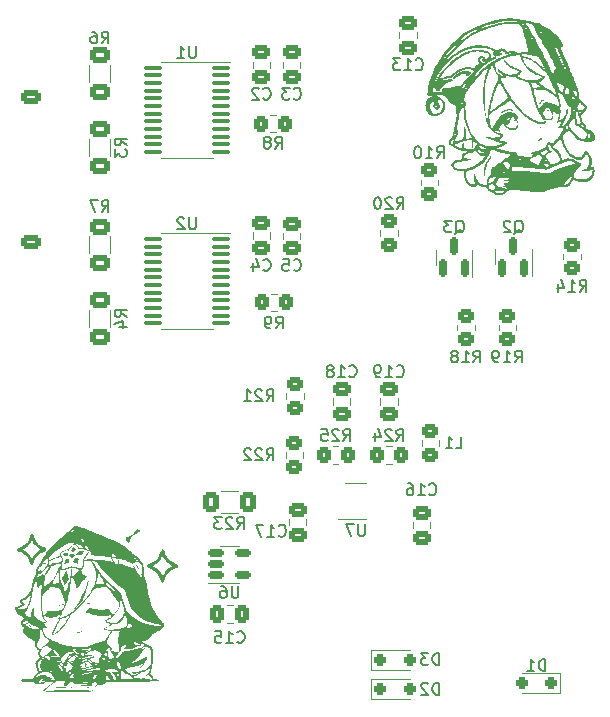
<source format=gbo>
G04 #@! TF.GenerationSoftware,KiCad,Pcbnew,7.0.10+dfsg-1*
G04 #@! TF.CreationDate,2024-05-26T04:12:06+00:00*
G04 #@! TF.ProjectId,telescope,74656c65-7363-46f7-9065-2e6b69636164,rev?*
G04 #@! TF.SameCoordinates,Original*
G04 #@! TF.FileFunction,Legend,Bot*
G04 #@! TF.FilePolarity,Positive*
%FSLAX46Y46*%
G04 Gerber Fmt 4.6, Leading zero omitted, Abs format (unit mm)*
G04 Created by KiCad (PCBNEW 7.0.10+dfsg-1) date 2024-05-26 04:12:06*
%MOMM*%
%LPD*%
G01*
G04 APERTURE LIST*
G04 Aperture macros list*
%AMRoundRect*
0 Rectangle with rounded corners*
0 $1 Rounding radius*
0 $2 $3 $4 $5 $6 $7 $8 $9 X,Y pos of 4 corners*
0 Add a 4 corners polygon primitive as box body*
4,1,4,$2,$3,$4,$5,$6,$7,$8,$9,$2,$3,0*
0 Add four circle primitives for the rounded corners*
1,1,$1+$1,$2,$3*
1,1,$1+$1,$4,$5*
1,1,$1+$1,$6,$7*
1,1,$1+$1,$8,$9*
0 Add four rect primitives between the rounded corners*
20,1,$1+$1,$2,$3,$4,$5,0*
20,1,$1+$1,$4,$5,$6,$7,0*
20,1,$1+$1,$6,$7,$8,$9,0*
20,1,$1+$1,$8,$9,$2,$3,0*%
G04 Aperture macros list end*
%ADD10C,0.150000*%
%ADD11C,0.120000*%
%ADD12C,6.400000*%
%ADD13O,4.704000X2.454000*%
%ADD14O,2.500000X6.100000*%
%ADD15C,1.200000*%
%ADD16RoundRect,0.250000X-0.625000X0.350000X-0.625000X-0.350000X0.625000X-0.350000X0.625000X0.350000X0*%
%ADD17O,1.750000X1.200000*%
%ADD18R,1.700000X1.700000*%
%ADD19C,1.700000*%
%ADD20C,3.500000*%
%ADD21O,1.700000X1.700000*%
%ADD22RoundRect,0.250000X-0.625000X0.400000X-0.625000X-0.400000X0.625000X-0.400000X0.625000X0.400000X0*%
%ADD23RoundRect,0.250000X0.475000X-0.337500X0.475000X0.337500X-0.475000X0.337500X-0.475000X-0.337500X0*%
%ADD24RoundRect,0.250000X0.625000X-0.400000X0.625000X0.400000X-0.625000X0.400000X-0.625000X-0.400000X0*%
%ADD25RoundRect,0.250000X-0.475000X0.337500X-0.475000X-0.337500X0.475000X-0.337500X0.475000X0.337500X0*%
%ADD26R,2.000000X0.650000*%
%ADD27RoundRect,0.250000X-0.450000X0.350000X-0.450000X-0.350000X0.450000X-0.350000X0.450000X0.350000X0*%
%ADD28RoundRect,0.150000X-0.512500X-0.150000X0.512500X-0.150000X0.512500X0.150000X-0.512500X0.150000X0*%
%ADD29RoundRect,0.250000X0.450000X-0.350000X0.450000X0.350000X-0.450000X0.350000X-0.450000X-0.350000X0*%
%ADD30RoundRect,0.100000X0.650000X0.100000X-0.650000X0.100000X-0.650000X-0.100000X0.650000X-0.100000X0*%
%ADD31R,3.200000X5.000000*%
%ADD32RoundRect,0.150000X0.150000X-0.587500X0.150000X0.587500X-0.150000X0.587500X-0.150000X-0.587500X0*%
%ADD33RoundRect,0.250000X-0.337500X-0.475000X0.337500X-0.475000X0.337500X0.475000X-0.337500X0.475000X0*%
%ADD34RoundRect,0.250000X-0.250000X-0.250000X0.250000X-0.250000X0.250000X0.250000X-0.250000X0.250000X0*%
%ADD35RoundRect,0.250000X0.450000X-0.325000X0.450000X0.325000X-0.450000X0.325000X-0.450000X-0.325000X0*%
%ADD36RoundRect,0.250000X-0.350000X-0.450000X0.350000X-0.450000X0.350000X0.450000X-0.350000X0.450000X0*%
%ADD37RoundRect,0.250000X0.350000X0.450000X-0.350000X0.450000X-0.350000X-0.450000X0.350000X-0.450000X0*%
%ADD38RoundRect,0.250000X0.250000X0.250000X-0.250000X0.250000X-0.250000X-0.250000X0.250000X-0.250000X0*%
%ADD39RoundRect,0.250000X-0.400000X-0.625000X0.400000X-0.625000X0.400000X0.625000X-0.400000X0.625000X0*%
G04 APERTURE END LIST*
D10*
X191666666Y-87454819D02*
X191999999Y-86978628D01*
X192238094Y-87454819D02*
X192238094Y-86454819D01*
X192238094Y-86454819D02*
X191857142Y-86454819D01*
X191857142Y-86454819D02*
X191761904Y-86502438D01*
X191761904Y-86502438D02*
X191714285Y-86550057D01*
X191714285Y-86550057D02*
X191666666Y-86645295D01*
X191666666Y-86645295D02*
X191666666Y-86788152D01*
X191666666Y-86788152D02*
X191714285Y-86883390D01*
X191714285Y-86883390D02*
X191761904Y-86931009D01*
X191761904Y-86931009D02*
X191857142Y-86978628D01*
X191857142Y-86978628D02*
X192238094Y-86978628D01*
X190809523Y-86454819D02*
X190999999Y-86454819D01*
X190999999Y-86454819D02*
X191095237Y-86502438D01*
X191095237Y-86502438D02*
X191142856Y-86550057D01*
X191142856Y-86550057D02*
X191238094Y-86692914D01*
X191238094Y-86692914D02*
X191285713Y-86883390D01*
X191285713Y-86883390D02*
X191285713Y-87264342D01*
X191285713Y-87264342D02*
X191238094Y-87359580D01*
X191238094Y-87359580D02*
X191190475Y-87407200D01*
X191190475Y-87407200D02*
X191095237Y-87454819D01*
X191095237Y-87454819D02*
X190904761Y-87454819D01*
X190904761Y-87454819D02*
X190809523Y-87407200D01*
X190809523Y-87407200D02*
X190761904Y-87359580D01*
X190761904Y-87359580D02*
X190714285Y-87264342D01*
X190714285Y-87264342D02*
X190714285Y-87026247D01*
X190714285Y-87026247D02*
X190761904Y-86931009D01*
X190761904Y-86931009D02*
X190809523Y-86883390D01*
X190809523Y-86883390D02*
X190904761Y-86835771D01*
X190904761Y-86835771D02*
X191095237Y-86835771D01*
X191095237Y-86835771D02*
X191190475Y-86883390D01*
X191190475Y-86883390D02*
X191238094Y-86931009D01*
X191238094Y-86931009D02*
X191285713Y-87026247D01*
X212632857Y-115609580D02*
X212680476Y-115657200D01*
X212680476Y-115657200D02*
X212823333Y-115704819D01*
X212823333Y-115704819D02*
X212918571Y-115704819D01*
X212918571Y-115704819D02*
X213061428Y-115657200D01*
X213061428Y-115657200D02*
X213156666Y-115561961D01*
X213156666Y-115561961D02*
X213204285Y-115466723D01*
X213204285Y-115466723D02*
X213251904Y-115276247D01*
X213251904Y-115276247D02*
X213251904Y-115133390D01*
X213251904Y-115133390D02*
X213204285Y-114942914D01*
X213204285Y-114942914D02*
X213156666Y-114847676D01*
X213156666Y-114847676D02*
X213061428Y-114752438D01*
X213061428Y-114752438D02*
X212918571Y-114704819D01*
X212918571Y-114704819D02*
X212823333Y-114704819D01*
X212823333Y-114704819D02*
X212680476Y-114752438D01*
X212680476Y-114752438D02*
X212632857Y-114800057D01*
X211680476Y-115704819D02*
X212251904Y-115704819D01*
X211966190Y-115704819D02*
X211966190Y-114704819D01*
X211966190Y-114704819D02*
X212061428Y-114847676D01*
X212061428Y-114847676D02*
X212156666Y-114942914D01*
X212156666Y-114942914D02*
X212251904Y-114990533D01*
X211109047Y-115133390D02*
X211204285Y-115085771D01*
X211204285Y-115085771D02*
X211251904Y-115038152D01*
X211251904Y-115038152D02*
X211299523Y-114942914D01*
X211299523Y-114942914D02*
X211299523Y-114895295D01*
X211299523Y-114895295D02*
X211251904Y-114800057D01*
X211251904Y-114800057D02*
X211204285Y-114752438D01*
X211204285Y-114752438D02*
X211109047Y-114704819D01*
X211109047Y-114704819D02*
X210918571Y-114704819D01*
X210918571Y-114704819D02*
X210823333Y-114752438D01*
X210823333Y-114752438D02*
X210775714Y-114800057D01*
X210775714Y-114800057D02*
X210728095Y-114895295D01*
X210728095Y-114895295D02*
X210728095Y-114942914D01*
X210728095Y-114942914D02*
X210775714Y-115038152D01*
X210775714Y-115038152D02*
X210823333Y-115085771D01*
X210823333Y-115085771D02*
X210918571Y-115133390D01*
X210918571Y-115133390D02*
X211109047Y-115133390D01*
X211109047Y-115133390D02*
X211204285Y-115181009D01*
X211204285Y-115181009D02*
X211251904Y-115228628D01*
X211251904Y-115228628D02*
X211299523Y-115323866D01*
X211299523Y-115323866D02*
X211299523Y-115514342D01*
X211299523Y-115514342D02*
X211251904Y-115609580D01*
X211251904Y-115609580D02*
X211204285Y-115657200D01*
X211204285Y-115657200D02*
X211109047Y-115704819D01*
X211109047Y-115704819D02*
X210918571Y-115704819D01*
X210918571Y-115704819D02*
X210823333Y-115657200D01*
X210823333Y-115657200D02*
X210775714Y-115609580D01*
X210775714Y-115609580D02*
X210728095Y-115514342D01*
X210728095Y-115514342D02*
X210728095Y-115323866D01*
X210728095Y-115323866D02*
X210775714Y-115228628D01*
X210775714Y-115228628D02*
X210823333Y-115181009D01*
X210823333Y-115181009D02*
X210918571Y-115133390D01*
X193774819Y-110583333D02*
X193298628Y-110250000D01*
X193774819Y-110011905D02*
X192774819Y-110011905D01*
X192774819Y-110011905D02*
X192774819Y-110392857D01*
X192774819Y-110392857D02*
X192822438Y-110488095D01*
X192822438Y-110488095D02*
X192870057Y-110535714D01*
X192870057Y-110535714D02*
X192965295Y-110583333D01*
X192965295Y-110583333D02*
X193108152Y-110583333D01*
X193108152Y-110583333D02*
X193203390Y-110535714D01*
X193203390Y-110535714D02*
X193251009Y-110488095D01*
X193251009Y-110488095D02*
X193298628Y-110392857D01*
X193298628Y-110392857D02*
X193298628Y-110011905D01*
X193108152Y-111440476D02*
X193774819Y-111440476D01*
X192727200Y-111202381D02*
X193441485Y-110964286D01*
X193441485Y-110964286D02*
X193441485Y-111583333D01*
X205341666Y-92104580D02*
X205389285Y-92152200D01*
X205389285Y-92152200D02*
X205532142Y-92199819D01*
X205532142Y-92199819D02*
X205627380Y-92199819D01*
X205627380Y-92199819D02*
X205770237Y-92152200D01*
X205770237Y-92152200D02*
X205865475Y-92056961D01*
X205865475Y-92056961D02*
X205913094Y-91961723D01*
X205913094Y-91961723D02*
X205960713Y-91771247D01*
X205960713Y-91771247D02*
X205960713Y-91628390D01*
X205960713Y-91628390D02*
X205913094Y-91437914D01*
X205913094Y-91437914D02*
X205865475Y-91342676D01*
X205865475Y-91342676D02*
X205770237Y-91247438D01*
X205770237Y-91247438D02*
X205627380Y-91199819D01*
X205627380Y-91199819D02*
X205532142Y-91199819D01*
X205532142Y-91199819D02*
X205389285Y-91247438D01*
X205389285Y-91247438D02*
X205341666Y-91295057D01*
X204960713Y-91295057D02*
X204913094Y-91247438D01*
X204913094Y-91247438D02*
X204817856Y-91199819D01*
X204817856Y-91199819D02*
X204579761Y-91199819D01*
X204579761Y-91199819D02*
X204484523Y-91247438D01*
X204484523Y-91247438D02*
X204436904Y-91295057D01*
X204436904Y-91295057D02*
X204389285Y-91390295D01*
X204389285Y-91390295D02*
X204389285Y-91485533D01*
X204389285Y-91485533D02*
X204436904Y-91628390D01*
X204436904Y-91628390D02*
X205008332Y-92199819D01*
X205008332Y-92199819D02*
X204389285Y-92199819D01*
X213951904Y-128144819D02*
X213951904Y-128954342D01*
X213951904Y-128954342D02*
X213904285Y-129049580D01*
X213904285Y-129049580D02*
X213856666Y-129097200D01*
X213856666Y-129097200D02*
X213761428Y-129144819D01*
X213761428Y-129144819D02*
X213570952Y-129144819D01*
X213570952Y-129144819D02*
X213475714Y-129097200D01*
X213475714Y-129097200D02*
X213428095Y-129049580D01*
X213428095Y-129049580D02*
X213380476Y-128954342D01*
X213380476Y-128954342D02*
X213380476Y-128144819D01*
X212999523Y-128144819D02*
X212332857Y-128144819D01*
X212332857Y-128144819D02*
X212761428Y-129144819D01*
X191666666Y-101704819D02*
X191999999Y-101228628D01*
X192238094Y-101704819D02*
X192238094Y-100704819D01*
X192238094Y-100704819D02*
X191857142Y-100704819D01*
X191857142Y-100704819D02*
X191761904Y-100752438D01*
X191761904Y-100752438D02*
X191714285Y-100800057D01*
X191714285Y-100800057D02*
X191666666Y-100895295D01*
X191666666Y-100895295D02*
X191666666Y-101038152D01*
X191666666Y-101038152D02*
X191714285Y-101133390D01*
X191714285Y-101133390D02*
X191761904Y-101181009D01*
X191761904Y-101181009D02*
X191857142Y-101228628D01*
X191857142Y-101228628D02*
X192238094Y-101228628D01*
X191333332Y-100704819D02*
X190666666Y-100704819D01*
X190666666Y-100704819D02*
X191095237Y-101704819D01*
X216642857Y-115609580D02*
X216690476Y-115657200D01*
X216690476Y-115657200D02*
X216833333Y-115704819D01*
X216833333Y-115704819D02*
X216928571Y-115704819D01*
X216928571Y-115704819D02*
X217071428Y-115657200D01*
X217071428Y-115657200D02*
X217166666Y-115561961D01*
X217166666Y-115561961D02*
X217214285Y-115466723D01*
X217214285Y-115466723D02*
X217261904Y-115276247D01*
X217261904Y-115276247D02*
X217261904Y-115133390D01*
X217261904Y-115133390D02*
X217214285Y-114942914D01*
X217214285Y-114942914D02*
X217166666Y-114847676D01*
X217166666Y-114847676D02*
X217071428Y-114752438D01*
X217071428Y-114752438D02*
X216928571Y-114704819D01*
X216928571Y-114704819D02*
X216833333Y-114704819D01*
X216833333Y-114704819D02*
X216690476Y-114752438D01*
X216690476Y-114752438D02*
X216642857Y-114800057D01*
X215690476Y-115704819D02*
X216261904Y-115704819D01*
X215976190Y-115704819D02*
X215976190Y-114704819D01*
X215976190Y-114704819D02*
X216071428Y-114847676D01*
X216071428Y-114847676D02*
X216166666Y-114942914D01*
X216166666Y-114942914D02*
X216261904Y-114990533D01*
X215214285Y-115704819D02*
X215023809Y-115704819D01*
X215023809Y-115704819D02*
X214928571Y-115657200D01*
X214928571Y-115657200D02*
X214880952Y-115609580D01*
X214880952Y-115609580D02*
X214785714Y-115466723D01*
X214785714Y-115466723D02*
X214738095Y-115276247D01*
X214738095Y-115276247D02*
X214738095Y-114895295D01*
X214738095Y-114895295D02*
X214785714Y-114800057D01*
X214785714Y-114800057D02*
X214833333Y-114752438D01*
X214833333Y-114752438D02*
X214928571Y-114704819D01*
X214928571Y-114704819D02*
X215119047Y-114704819D01*
X215119047Y-114704819D02*
X215214285Y-114752438D01*
X215214285Y-114752438D02*
X215261904Y-114800057D01*
X215261904Y-114800057D02*
X215309523Y-114895295D01*
X215309523Y-114895295D02*
X215309523Y-115133390D01*
X215309523Y-115133390D02*
X215261904Y-115228628D01*
X215261904Y-115228628D02*
X215214285Y-115276247D01*
X215214285Y-115276247D02*
X215119047Y-115323866D01*
X215119047Y-115323866D02*
X214928571Y-115323866D01*
X214928571Y-115323866D02*
X214833333Y-115276247D01*
X214833333Y-115276247D02*
X214785714Y-115228628D01*
X214785714Y-115228628D02*
X214738095Y-115133390D01*
X205622857Y-117744819D02*
X205956190Y-117268628D01*
X206194285Y-117744819D02*
X206194285Y-116744819D01*
X206194285Y-116744819D02*
X205813333Y-116744819D01*
X205813333Y-116744819D02*
X205718095Y-116792438D01*
X205718095Y-116792438D02*
X205670476Y-116840057D01*
X205670476Y-116840057D02*
X205622857Y-116935295D01*
X205622857Y-116935295D02*
X205622857Y-117078152D01*
X205622857Y-117078152D02*
X205670476Y-117173390D01*
X205670476Y-117173390D02*
X205718095Y-117221009D01*
X205718095Y-117221009D02*
X205813333Y-117268628D01*
X205813333Y-117268628D02*
X206194285Y-117268628D01*
X205241904Y-116840057D02*
X205194285Y-116792438D01*
X205194285Y-116792438D02*
X205099047Y-116744819D01*
X205099047Y-116744819D02*
X204860952Y-116744819D01*
X204860952Y-116744819D02*
X204765714Y-116792438D01*
X204765714Y-116792438D02*
X204718095Y-116840057D01*
X204718095Y-116840057D02*
X204670476Y-116935295D01*
X204670476Y-116935295D02*
X204670476Y-117030533D01*
X204670476Y-117030533D02*
X204718095Y-117173390D01*
X204718095Y-117173390D02*
X205289523Y-117744819D01*
X205289523Y-117744819D02*
X204670476Y-117744819D01*
X203718095Y-117744819D02*
X204289523Y-117744819D01*
X204003809Y-117744819D02*
X204003809Y-116744819D01*
X204003809Y-116744819D02*
X204099047Y-116887676D01*
X204099047Y-116887676D02*
X204194285Y-116982914D01*
X204194285Y-116982914D02*
X204289523Y-117030533D01*
X203241904Y-133394819D02*
X203241904Y-134204342D01*
X203241904Y-134204342D02*
X203194285Y-134299580D01*
X203194285Y-134299580D02*
X203146666Y-134347200D01*
X203146666Y-134347200D02*
X203051428Y-134394819D01*
X203051428Y-134394819D02*
X202860952Y-134394819D01*
X202860952Y-134394819D02*
X202765714Y-134347200D01*
X202765714Y-134347200D02*
X202718095Y-134299580D01*
X202718095Y-134299580D02*
X202670476Y-134204342D01*
X202670476Y-134204342D02*
X202670476Y-133394819D01*
X201765714Y-133394819D02*
X201956190Y-133394819D01*
X201956190Y-133394819D02*
X202051428Y-133442438D01*
X202051428Y-133442438D02*
X202099047Y-133490057D01*
X202099047Y-133490057D02*
X202194285Y-133632914D01*
X202194285Y-133632914D02*
X202241904Y-133823390D01*
X202241904Y-133823390D02*
X202241904Y-134204342D01*
X202241904Y-134204342D02*
X202194285Y-134299580D01*
X202194285Y-134299580D02*
X202146666Y-134347200D01*
X202146666Y-134347200D02*
X202051428Y-134394819D01*
X202051428Y-134394819D02*
X201860952Y-134394819D01*
X201860952Y-134394819D02*
X201765714Y-134347200D01*
X201765714Y-134347200D02*
X201718095Y-134299580D01*
X201718095Y-134299580D02*
X201670476Y-134204342D01*
X201670476Y-134204342D02*
X201670476Y-133966247D01*
X201670476Y-133966247D02*
X201718095Y-133871009D01*
X201718095Y-133871009D02*
X201765714Y-133823390D01*
X201765714Y-133823390D02*
X201860952Y-133775771D01*
X201860952Y-133775771D02*
X202051428Y-133775771D01*
X202051428Y-133775771D02*
X202146666Y-133823390D01*
X202146666Y-133823390D02*
X202194285Y-133871009D01*
X202194285Y-133871009D02*
X202241904Y-133966247D01*
X193774819Y-96083333D02*
X193298628Y-95750000D01*
X193774819Y-95511905D02*
X192774819Y-95511905D01*
X192774819Y-95511905D02*
X192774819Y-95892857D01*
X192774819Y-95892857D02*
X192822438Y-95988095D01*
X192822438Y-95988095D02*
X192870057Y-96035714D01*
X192870057Y-96035714D02*
X192965295Y-96083333D01*
X192965295Y-96083333D02*
X193108152Y-96083333D01*
X193108152Y-96083333D02*
X193203390Y-96035714D01*
X193203390Y-96035714D02*
X193251009Y-95988095D01*
X193251009Y-95988095D02*
X193298628Y-95892857D01*
X193298628Y-95892857D02*
X193298628Y-95511905D01*
X192774819Y-96416667D02*
X192774819Y-97035714D01*
X192774819Y-97035714D02*
X193155771Y-96702381D01*
X193155771Y-96702381D02*
X193155771Y-96845238D01*
X193155771Y-96845238D02*
X193203390Y-96940476D01*
X193203390Y-96940476D02*
X193251009Y-96988095D01*
X193251009Y-96988095D02*
X193346247Y-97035714D01*
X193346247Y-97035714D02*
X193584342Y-97035714D01*
X193584342Y-97035714D02*
X193679580Y-96988095D01*
X193679580Y-96988095D02*
X193727200Y-96940476D01*
X193727200Y-96940476D02*
X193774819Y-96845238D01*
X193774819Y-96845238D02*
X193774819Y-96559524D01*
X193774819Y-96559524D02*
X193727200Y-96464286D01*
X193727200Y-96464286D02*
X193679580Y-96416667D01*
X218242857Y-89622080D02*
X218290476Y-89669700D01*
X218290476Y-89669700D02*
X218433333Y-89717319D01*
X218433333Y-89717319D02*
X218528571Y-89717319D01*
X218528571Y-89717319D02*
X218671428Y-89669700D01*
X218671428Y-89669700D02*
X218766666Y-89574461D01*
X218766666Y-89574461D02*
X218814285Y-89479223D01*
X218814285Y-89479223D02*
X218861904Y-89288747D01*
X218861904Y-89288747D02*
X218861904Y-89145890D01*
X218861904Y-89145890D02*
X218814285Y-88955414D01*
X218814285Y-88955414D02*
X218766666Y-88860176D01*
X218766666Y-88860176D02*
X218671428Y-88764938D01*
X218671428Y-88764938D02*
X218528571Y-88717319D01*
X218528571Y-88717319D02*
X218433333Y-88717319D01*
X218433333Y-88717319D02*
X218290476Y-88764938D01*
X218290476Y-88764938D02*
X218242857Y-88812557D01*
X217290476Y-89717319D02*
X217861904Y-89717319D01*
X217576190Y-89717319D02*
X217576190Y-88717319D01*
X217576190Y-88717319D02*
X217671428Y-88860176D01*
X217671428Y-88860176D02*
X217766666Y-88955414D01*
X217766666Y-88955414D02*
X217861904Y-89003033D01*
X216957142Y-88717319D02*
X216338095Y-88717319D01*
X216338095Y-88717319D02*
X216671428Y-89098271D01*
X216671428Y-89098271D02*
X216528571Y-89098271D01*
X216528571Y-89098271D02*
X216433333Y-89145890D01*
X216433333Y-89145890D02*
X216385714Y-89193509D01*
X216385714Y-89193509D02*
X216338095Y-89288747D01*
X216338095Y-89288747D02*
X216338095Y-89526842D01*
X216338095Y-89526842D02*
X216385714Y-89622080D01*
X216385714Y-89622080D02*
X216433333Y-89669700D01*
X216433333Y-89669700D02*
X216528571Y-89717319D01*
X216528571Y-89717319D02*
X216814285Y-89717319D01*
X216814285Y-89717319D02*
X216909523Y-89669700D01*
X216909523Y-89669700D02*
X216957142Y-89622080D01*
X220042857Y-97154819D02*
X220376190Y-96678628D01*
X220614285Y-97154819D02*
X220614285Y-96154819D01*
X220614285Y-96154819D02*
X220233333Y-96154819D01*
X220233333Y-96154819D02*
X220138095Y-96202438D01*
X220138095Y-96202438D02*
X220090476Y-96250057D01*
X220090476Y-96250057D02*
X220042857Y-96345295D01*
X220042857Y-96345295D02*
X220042857Y-96488152D01*
X220042857Y-96488152D02*
X220090476Y-96583390D01*
X220090476Y-96583390D02*
X220138095Y-96631009D01*
X220138095Y-96631009D02*
X220233333Y-96678628D01*
X220233333Y-96678628D02*
X220614285Y-96678628D01*
X219090476Y-97154819D02*
X219661904Y-97154819D01*
X219376190Y-97154819D02*
X219376190Y-96154819D01*
X219376190Y-96154819D02*
X219471428Y-96297676D01*
X219471428Y-96297676D02*
X219566666Y-96392914D01*
X219566666Y-96392914D02*
X219661904Y-96440533D01*
X218471428Y-96154819D02*
X218376190Y-96154819D01*
X218376190Y-96154819D02*
X218280952Y-96202438D01*
X218280952Y-96202438D02*
X218233333Y-96250057D01*
X218233333Y-96250057D02*
X218185714Y-96345295D01*
X218185714Y-96345295D02*
X218138095Y-96535771D01*
X218138095Y-96535771D02*
X218138095Y-96773866D01*
X218138095Y-96773866D02*
X218185714Y-96964342D01*
X218185714Y-96964342D02*
X218233333Y-97059580D01*
X218233333Y-97059580D02*
X218280952Y-97107200D01*
X218280952Y-97107200D02*
X218376190Y-97154819D01*
X218376190Y-97154819D02*
X218471428Y-97154819D01*
X218471428Y-97154819D02*
X218566666Y-97107200D01*
X218566666Y-97107200D02*
X218614285Y-97059580D01*
X218614285Y-97059580D02*
X218661904Y-96964342D01*
X218661904Y-96964342D02*
X218709523Y-96773866D01*
X218709523Y-96773866D02*
X218709523Y-96535771D01*
X218709523Y-96535771D02*
X218661904Y-96345295D01*
X218661904Y-96345295D02*
X218614285Y-96250057D01*
X218614285Y-96250057D02*
X218566666Y-96202438D01*
X218566666Y-96202438D02*
X218471428Y-96154819D01*
X199636904Y-102179819D02*
X199636904Y-102989342D01*
X199636904Y-102989342D02*
X199589285Y-103084580D01*
X199589285Y-103084580D02*
X199541666Y-103132200D01*
X199541666Y-103132200D02*
X199446428Y-103179819D01*
X199446428Y-103179819D02*
X199255952Y-103179819D01*
X199255952Y-103179819D02*
X199160714Y-103132200D01*
X199160714Y-103132200D02*
X199113095Y-103084580D01*
X199113095Y-103084580D02*
X199065476Y-102989342D01*
X199065476Y-102989342D02*
X199065476Y-102179819D01*
X198636904Y-102275057D02*
X198589285Y-102227438D01*
X198589285Y-102227438D02*
X198494047Y-102179819D01*
X198494047Y-102179819D02*
X198255952Y-102179819D01*
X198255952Y-102179819D02*
X198160714Y-102227438D01*
X198160714Y-102227438D02*
X198113095Y-102275057D01*
X198113095Y-102275057D02*
X198065476Y-102370295D01*
X198065476Y-102370295D02*
X198065476Y-102465533D01*
X198065476Y-102465533D02*
X198113095Y-102608390D01*
X198113095Y-102608390D02*
X198684523Y-103179819D01*
X198684523Y-103179819D02*
X198065476Y-103179819D01*
X226595238Y-103550057D02*
X226690476Y-103502438D01*
X226690476Y-103502438D02*
X226785714Y-103407200D01*
X226785714Y-103407200D02*
X226928571Y-103264342D01*
X226928571Y-103264342D02*
X227023809Y-103216723D01*
X227023809Y-103216723D02*
X227119047Y-103216723D01*
X227071428Y-103454819D02*
X227166666Y-103407200D01*
X227166666Y-103407200D02*
X227261904Y-103311961D01*
X227261904Y-103311961D02*
X227309523Y-103121485D01*
X227309523Y-103121485D02*
X227309523Y-102788152D01*
X227309523Y-102788152D02*
X227261904Y-102597676D01*
X227261904Y-102597676D02*
X227166666Y-102502438D01*
X227166666Y-102502438D02*
X227071428Y-102454819D01*
X227071428Y-102454819D02*
X226880952Y-102454819D01*
X226880952Y-102454819D02*
X226785714Y-102502438D01*
X226785714Y-102502438D02*
X226690476Y-102597676D01*
X226690476Y-102597676D02*
X226642857Y-102788152D01*
X226642857Y-102788152D02*
X226642857Y-103121485D01*
X226642857Y-103121485D02*
X226690476Y-103311961D01*
X226690476Y-103311961D02*
X226785714Y-103407200D01*
X226785714Y-103407200D02*
X226880952Y-103454819D01*
X226880952Y-103454819D02*
X227071428Y-103454819D01*
X226261904Y-102550057D02*
X226214285Y-102502438D01*
X226214285Y-102502438D02*
X226119047Y-102454819D01*
X226119047Y-102454819D02*
X225880952Y-102454819D01*
X225880952Y-102454819D02*
X225785714Y-102502438D01*
X225785714Y-102502438D02*
X225738095Y-102550057D01*
X225738095Y-102550057D02*
X225690476Y-102645295D01*
X225690476Y-102645295D02*
X225690476Y-102740533D01*
X225690476Y-102740533D02*
X225738095Y-102883390D01*
X225738095Y-102883390D02*
X226309523Y-103454819D01*
X226309523Y-103454819D02*
X225690476Y-103454819D01*
X207916666Y-106609580D02*
X207964285Y-106657200D01*
X207964285Y-106657200D02*
X208107142Y-106704819D01*
X208107142Y-106704819D02*
X208202380Y-106704819D01*
X208202380Y-106704819D02*
X208345237Y-106657200D01*
X208345237Y-106657200D02*
X208440475Y-106561961D01*
X208440475Y-106561961D02*
X208488094Y-106466723D01*
X208488094Y-106466723D02*
X208535713Y-106276247D01*
X208535713Y-106276247D02*
X208535713Y-106133390D01*
X208535713Y-106133390D02*
X208488094Y-105942914D01*
X208488094Y-105942914D02*
X208440475Y-105847676D01*
X208440475Y-105847676D02*
X208345237Y-105752438D01*
X208345237Y-105752438D02*
X208202380Y-105704819D01*
X208202380Y-105704819D02*
X208107142Y-105704819D01*
X208107142Y-105704819D02*
X207964285Y-105752438D01*
X207964285Y-105752438D02*
X207916666Y-105800057D01*
X207011904Y-105704819D02*
X207488094Y-105704819D01*
X207488094Y-105704819D02*
X207535713Y-106181009D01*
X207535713Y-106181009D02*
X207488094Y-106133390D01*
X207488094Y-106133390D02*
X207392856Y-106085771D01*
X207392856Y-106085771D02*
X207154761Y-106085771D01*
X207154761Y-106085771D02*
X207059523Y-106133390D01*
X207059523Y-106133390D02*
X207011904Y-106181009D01*
X207011904Y-106181009D02*
X206964285Y-106276247D01*
X206964285Y-106276247D02*
X206964285Y-106514342D01*
X206964285Y-106514342D02*
X207011904Y-106609580D01*
X207011904Y-106609580D02*
X207059523Y-106657200D01*
X207059523Y-106657200D02*
X207154761Y-106704819D01*
X207154761Y-106704819D02*
X207392856Y-106704819D01*
X207392856Y-106704819D02*
X207488094Y-106657200D01*
X207488094Y-106657200D02*
X207535713Y-106609580D01*
X216642857Y-101454819D02*
X216976190Y-100978628D01*
X217214285Y-101454819D02*
X217214285Y-100454819D01*
X217214285Y-100454819D02*
X216833333Y-100454819D01*
X216833333Y-100454819D02*
X216738095Y-100502438D01*
X216738095Y-100502438D02*
X216690476Y-100550057D01*
X216690476Y-100550057D02*
X216642857Y-100645295D01*
X216642857Y-100645295D02*
X216642857Y-100788152D01*
X216642857Y-100788152D02*
X216690476Y-100883390D01*
X216690476Y-100883390D02*
X216738095Y-100931009D01*
X216738095Y-100931009D02*
X216833333Y-100978628D01*
X216833333Y-100978628D02*
X217214285Y-100978628D01*
X216261904Y-100550057D02*
X216214285Y-100502438D01*
X216214285Y-100502438D02*
X216119047Y-100454819D01*
X216119047Y-100454819D02*
X215880952Y-100454819D01*
X215880952Y-100454819D02*
X215785714Y-100502438D01*
X215785714Y-100502438D02*
X215738095Y-100550057D01*
X215738095Y-100550057D02*
X215690476Y-100645295D01*
X215690476Y-100645295D02*
X215690476Y-100740533D01*
X215690476Y-100740533D02*
X215738095Y-100883390D01*
X215738095Y-100883390D02*
X216309523Y-101454819D01*
X216309523Y-101454819D02*
X215690476Y-101454819D01*
X215071428Y-100454819D02*
X214976190Y-100454819D01*
X214976190Y-100454819D02*
X214880952Y-100502438D01*
X214880952Y-100502438D02*
X214833333Y-100550057D01*
X214833333Y-100550057D02*
X214785714Y-100645295D01*
X214785714Y-100645295D02*
X214738095Y-100835771D01*
X214738095Y-100835771D02*
X214738095Y-101073866D01*
X214738095Y-101073866D02*
X214785714Y-101264342D01*
X214785714Y-101264342D02*
X214833333Y-101359580D01*
X214833333Y-101359580D02*
X214880952Y-101407200D01*
X214880952Y-101407200D02*
X214976190Y-101454819D01*
X214976190Y-101454819D02*
X215071428Y-101454819D01*
X215071428Y-101454819D02*
X215166666Y-101407200D01*
X215166666Y-101407200D02*
X215214285Y-101359580D01*
X215214285Y-101359580D02*
X215261904Y-101264342D01*
X215261904Y-101264342D02*
X215309523Y-101073866D01*
X215309523Y-101073866D02*
X215309523Y-100835771D01*
X215309523Y-100835771D02*
X215261904Y-100645295D01*
X215261904Y-100645295D02*
X215214285Y-100550057D01*
X215214285Y-100550057D02*
X215166666Y-100502438D01*
X215166666Y-100502438D02*
X215071428Y-100454819D01*
X203142857Y-138109580D02*
X203190476Y-138157200D01*
X203190476Y-138157200D02*
X203333333Y-138204819D01*
X203333333Y-138204819D02*
X203428571Y-138204819D01*
X203428571Y-138204819D02*
X203571428Y-138157200D01*
X203571428Y-138157200D02*
X203666666Y-138061961D01*
X203666666Y-138061961D02*
X203714285Y-137966723D01*
X203714285Y-137966723D02*
X203761904Y-137776247D01*
X203761904Y-137776247D02*
X203761904Y-137633390D01*
X203761904Y-137633390D02*
X203714285Y-137442914D01*
X203714285Y-137442914D02*
X203666666Y-137347676D01*
X203666666Y-137347676D02*
X203571428Y-137252438D01*
X203571428Y-137252438D02*
X203428571Y-137204819D01*
X203428571Y-137204819D02*
X203333333Y-137204819D01*
X203333333Y-137204819D02*
X203190476Y-137252438D01*
X203190476Y-137252438D02*
X203142857Y-137300057D01*
X202190476Y-138204819D02*
X202761904Y-138204819D01*
X202476190Y-138204819D02*
X202476190Y-137204819D01*
X202476190Y-137204819D02*
X202571428Y-137347676D01*
X202571428Y-137347676D02*
X202666666Y-137442914D01*
X202666666Y-137442914D02*
X202761904Y-137490533D01*
X201285714Y-137204819D02*
X201761904Y-137204819D01*
X201761904Y-137204819D02*
X201809523Y-137681009D01*
X201809523Y-137681009D02*
X201761904Y-137633390D01*
X201761904Y-137633390D02*
X201666666Y-137585771D01*
X201666666Y-137585771D02*
X201428571Y-137585771D01*
X201428571Y-137585771D02*
X201333333Y-137633390D01*
X201333333Y-137633390D02*
X201285714Y-137681009D01*
X201285714Y-137681009D02*
X201238095Y-137776247D01*
X201238095Y-137776247D02*
X201238095Y-138014342D01*
X201238095Y-138014342D02*
X201285714Y-138109580D01*
X201285714Y-138109580D02*
X201333333Y-138157200D01*
X201333333Y-138157200D02*
X201428571Y-138204819D01*
X201428571Y-138204819D02*
X201666666Y-138204819D01*
X201666666Y-138204819D02*
X201761904Y-138157200D01*
X201761904Y-138157200D02*
X201809523Y-138109580D01*
X206642857Y-129109580D02*
X206690476Y-129157200D01*
X206690476Y-129157200D02*
X206833333Y-129204819D01*
X206833333Y-129204819D02*
X206928571Y-129204819D01*
X206928571Y-129204819D02*
X207071428Y-129157200D01*
X207071428Y-129157200D02*
X207166666Y-129061961D01*
X207166666Y-129061961D02*
X207214285Y-128966723D01*
X207214285Y-128966723D02*
X207261904Y-128776247D01*
X207261904Y-128776247D02*
X207261904Y-128633390D01*
X207261904Y-128633390D02*
X207214285Y-128442914D01*
X207214285Y-128442914D02*
X207166666Y-128347676D01*
X207166666Y-128347676D02*
X207071428Y-128252438D01*
X207071428Y-128252438D02*
X206928571Y-128204819D01*
X206928571Y-128204819D02*
X206833333Y-128204819D01*
X206833333Y-128204819D02*
X206690476Y-128252438D01*
X206690476Y-128252438D02*
X206642857Y-128300057D01*
X205690476Y-129204819D02*
X206261904Y-129204819D01*
X205976190Y-129204819D02*
X205976190Y-128204819D01*
X205976190Y-128204819D02*
X206071428Y-128347676D01*
X206071428Y-128347676D02*
X206166666Y-128442914D01*
X206166666Y-128442914D02*
X206261904Y-128490533D01*
X205357142Y-128204819D02*
X204690476Y-128204819D01*
X204690476Y-128204819D02*
X205119047Y-129204819D01*
X220238094Y-140077487D02*
X220238094Y-139077487D01*
X220238094Y-139077487D02*
X219999999Y-139077487D01*
X219999999Y-139077487D02*
X219857142Y-139125106D01*
X219857142Y-139125106D02*
X219761904Y-139220344D01*
X219761904Y-139220344D02*
X219714285Y-139315582D01*
X219714285Y-139315582D02*
X219666666Y-139506058D01*
X219666666Y-139506058D02*
X219666666Y-139648915D01*
X219666666Y-139648915D02*
X219714285Y-139839391D01*
X219714285Y-139839391D02*
X219761904Y-139934629D01*
X219761904Y-139934629D02*
X219857142Y-140029868D01*
X219857142Y-140029868D02*
X219999999Y-140077487D01*
X219999999Y-140077487D02*
X220238094Y-140077487D01*
X219333332Y-139077487D02*
X218714285Y-139077487D01*
X218714285Y-139077487D02*
X219047618Y-139458439D01*
X219047618Y-139458439D02*
X218904761Y-139458439D01*
X218904761Y-139458439D02*
X218809523Y-139506058D01*
X218809523Y-139506058D02*
X218761904Y-139553677D01*
X218761904Y-139553677D02*
X218714285Y-139648915D01*
X218714285Y-139648915D02*
X218714285Y-139887010D01*
X218714285Y-139887010D02*
X218761904Y-139982248D01*
X218761904Y-139982248D02*
X218809523Y-140029868D01*
X218809523Y-140029868D02*
X218904761Y-140077487D01*
X218904761Y-140077487D02*
X219190475Y-140077487D01*
X219190475Y-140077487D02*
X219285713Y-140029868D01*
X219285713Y-140029868D02*
X219333332Y-139982248D01*
X221595238Y-103550057D02*
X221690476Y-103502438D01*
X221690476Y-103502438D02*
X221785714Y-103407200D01*
X221785714Y-103407200D02*
X221928571Y-103264342D01*
X221928571Y-103264342D02*
X222023809Y-103216723D01*
X222023809Y-103216723D02*
X222119047Y-103216723D01*
X222071428Y-103454819D02*
X222166666Y-103407200D01*
X222166666Y-103407200D02*
X222261904Y-103311961D01*
X222261904Y-103311961D02*
X222309523Y-103121485D01*
X222309523Y-103121485D02*
X222309523Y-102788152D01*
X222309523Y-102788152D02*
X222261904Y-102597676D01*
X222261904Y-102597676D02*
X222166666Y-102502438D01*
X222166666Y-102502438D02*
X222071428Y-102454819D01*
X222071428Y-102454819D02*
X221880952Y-102454819D01*
X221880952Y-102454819D02*
X221785714Y-102502438D01*
X221785714Y-102502438D02*
X221690476Y-102597676D01*
X221690476Y-102597676D02*
X221642857Y-102788152D01*
X221642857Y-102788152D02*
X221642857Y-103121485D01*
X221642857Y-103121485D02*
X221690476Y-103311961D01*
X221690476Y-103311961D02*
X221785714Y-103407200D01*
X221785714Y-103407200D02*
X221880952Y-103454819D01*
X221880952Y-103454819D02*
X222071428Y-103454819D01*
X221309523Y-102454819D02*
X220690476Y-102454819D01*
X220690476Y-102454819D02*
X221023809Y-102835771D01*
X221023809Y-102835771D02*
X220880952Y-102835771D01*
X220880952Y-102835771D02*
X220785714Y-102883390D01*
X220785714Y-102883390D02*
X220738095Y-102931009D01*
X220738095Y-102931009D02*
X220690476Y-103026247D01*
X220690476Y-103026247D02*
X220690476Y-103264342D01*
X220690476Y-103264342D02*
X220738095Y-103359580D01*
X220738095Y-103359580D02*
X220785714Y-103407200D01*
X220785714Y-103407200D02*
X220880952Y-103454819D01*
X220880952Y-103454819D02*
X221166666Y-103454819D01*
X221166666Y-103454819D02*
X221261904Y-103407200D01*
X221261904Y-103407200D02*
X221309523Y-103359580D01*
X199636904Y-87679819D02*
X199636904Y-88489342D01*
X199636904Y-88489342D02*
X199589285Y-88584580D01*
X199589285Y-88584580D02*
X199541666Y-88632200D01*
X199541666Y-88632200D02*
X199446428Y-88679819D01*
X199446428Y-88679819D02*
X199255952Y-88679819D01*
X199255952Y-88679819D02*
X199160714Y-88632200D01*
X199160714Y-88632200D02*
X199113095Y-88584580D01*
X199113095Y-88584580D02*
X199065476Y-88489342D01*
X199065476Y-88489342D02*
X199065476Y-87679819D01*
X198065476Y-88679819D02*
X198636904Y-88679819D01*
X198351190Y-88679819D02*
X198351190Y-87679819D01*
X198351190Y-87679819D02*
X198446428Y-87822676D01*
X198446428Y-87822676D02*
X198541666Y-87917914D01*
X198541666Y-87917914D02*
X198636904Y-87965533D01*
X221646666Y-121744819D02*
X222122856Y-121744819D01*
X222122856Y-121744819D02*
X222122856Y-120744819D01*
X220789523Y-121744819D02*
X221360951Y-121744819D01*
X221075237Y-121744819D02*
X221075237Y-120744819D01*
X221075237Y-120744819D02*
X221170475Y-120887676D01*
X221170475Y-120887676D02*
X221265713Y-120982914D01*
X221265713Y-120982914D02*
X221360951Y-121030533D01*
X205622857Y-122744819D02*
X205956190Y-122268628D01*
X206194285Y-122744819D02*
X206194285Y-121744819D01*
X206194285Y-121744819D02*
X205813333Y-121744819D01*
X205813333Y-121744819D02*
X205718095Y-121792438D01*
X205718095Y-121792438D02*
X205670476Y-121840057D01*
X205670476Y-121840057D02*
X205622857Y-121935295D01*
X205622857Y-121935295D02*
X205622857Y-122078152D01*
X205622857Y-122078152D02*
X205670476Y-122173390D01*
X205670476Y-122173390D02*
X205718095Y-122221009D01*
X205718095Y-122221009D02*
X205813333Y-122268628D01*
X205813333Y-122268628D02*
X206194285Y-122268628D01*
X205241904Y-121840057D02*
X205194285Y-121792438D01*
X205194285Y-121792438D02*
X205099047Y-121744819D01*
X205099047Y-121744819D02*
X204860952Y-121744819D01*
X204860952Y-121744819D02*
X204765714Y-121792438D01*
X204765714Y-121792438D02*
X204718095Y-121840057D01*
X204718095Y-121840057D02*
X204670476Y-121935295D01*
X204670476Y-121935295D02*
X204670476Y-122030533D01*
X204670476Y-122030533D02*
X204718095Y-122173390D01*
X204718095Y-122173390D02*
X205289523Y-122744819D01*
X205289523Y-122744819D02*
X204670476Y-122744819D01*
X204289523Y-121840057D02*
X204241904Y-121792438D01*
X204241904Y-121792438D02*
X204146666Y-121744819D01*
X204146666Y-121744819D02*
X203908571Y-121744819D01*
X203908571Y-121744819D02*
X203813333Y-121792438D01*
X203813333Y-121792438D02*
X203765714Y-121840057D01*
X203765714Y-121840057D02*
X203718095Y-121935295D01*
X203718095Y-121935295D02*
X203718095Y-122030533D01*
X203718095Y-122030533D02*
X203765714Y-122173390D01*
X203765714Y-122173390D02*
X204337142Y-122744819D01*
X204337142Y-122744819D02*
X203718095Y-122744819D01*
X220238094Y-142577487D02*
X220238094Y-141577487D01*
X220238094Y-141577487D02*
X219999999Y-141577487D01*
X219999999Y-141577487D02*
X219857142Y-141625106D01*
X219857142Y-141625106D02*
X219761904Y-141720344D01*
X219761904Y-141720344D02*
X219714285Y-141815582D01*
X219714285Y-141815582D02*
X219666666Y-142006058D01*
X219666666Y-142006058D02*
X219666666Y-142148915D01*
X219666666Y-142148915D02*
X219714285Y-142339391D01*
X219714285Y-142339391D02*
X219761904Y-142434629D01*
X219761904Y-142434629D02*
X219857142Y-142529868D01*
X219857142Y-142529868D02*
X219999999Y-142577487D01*
X219999999Y-142577487D02*
X220238094Y-142577487D01*
X219285713Y-141672725D02*
X219238094Y-141625106D01*
X219238094Y-141625106D02*
X219142856Y-141577487D01*
X219142856Y-141577487D02*
X218904761Y-141577487D01*
X218904761Y-141577487D02*
X218809523Y-141625106D01*
X218809523Y-141625106D02*
X218761904Y-141672725D01*
X218761904Y-141672725D02*
X218714285Y-141767963D01*
X218714285Y-141767963D02*
X218714285Y-141863201D01*
X218714285Y-141863201D02*
X218761904Y-142006058D01*
X218761904Y-142006058D02*
X219333332Y-142577487D01*
X219333332Y-142577487D02*
X218714285Y-142577487D01*
X226642857Y-114454819D02*
X226976190Y-113978628D01*
X227214285Y-114454819D02*
X227214285Y-113454819D01*
X227214285Y-113454819D02*
X226833333Y-113454819D01*
X226833333Y-113454819D02*
X226738095Y-113502438D01*
X226738095Y-113502438D02*
X226690476Y-113550057D01*
X226690476Y-113550057D02*
X226642857Y-113645295D01*
X226642857Y-113645295D02*
X226642857Y-113788152D01*
X226642857Y-113788152D02*
X226690476Y-113883390D01*
X226690476Y-113883390D02*
X226738095Y-113931009D01*
X226738095Y-113931009D02*
X226833333Y-113978628D01*
X226833333Y-113978628D02*
X227214285Y-113978628D01*
X225690476Y-114454819D02*
X226261904Y-114454819D01*
X225976190Y-114454819D02*
X225976190Y-113454819D01*
X225976190Y-113454819D02*
X226071428Y-113597676D01*
X226071428Y-113597676D02*
X226166666Y-113692914D01*
X226166666Y-113692914D02*
X226261904Y-113740533D01*
X225214285Y-114454819D02*
X225023809Y-114454819D01*
X225023809Y-114454819D02*
X224928571Y-114407200D01*
X224928571Y-114407200D02*
X224880952Y-114359580D01*
X224880952Y-114359580D02*
X224785714Y-114216723D01*
X224785714Y-114216723D02*
X224738095Y-114026247D01*
X224738095Y-114026247D02*
X224738095Y-113645295D01*
X224738095Y-113645295D02*
X224785714Y-113550057D01*
X224785714Y-113550057D02*
X224833333Y-113502438D01*
X224833333Y-113502438D02*
X224928571Y-113454819D01*
X224928571Y-113454819D02*
X225119047Y-113454819D01*
X225119047Y-113454819D02*
X225214285Y-113502438D01*
X225214285Y-113502438D02*
X225261904Y-113550057D01*
X225261904Y-113550057D02*
X225309523Y-113645295D01*
X225309523Y-113645295D02*
X225309523Y-113883390D01*
X225309523Y-113883390D02*
X225261904Y-113978628D01*
X225261904Y-113978628D02*
X225214285Y-114026247D01*
X225214285Y-114026247D02*
X225119047Y-114073866D01*
X225119047Y-114073866D02*
X224928571Y-114073866D01*
X224928571Y-114073866D02*
X224833333Y-114026247D01*
X224833333Y-114026247D02*
X224785714Y-113978628D01*
X224785714Y-113978628D02*
X224738095Y-113883390D01*
X206416666Y-111584719D02*
X206749999Y-111108528D01*
X206988094Y-111584719D02*
X206988094Y-110584719D01*
X206988094Y-110584719D02*
X206607142Y-110584719D01*
X206607142Y-110584719D02*
X206511904Y-110632338D01*
X206511904Y-110632338D02*
X206464285Y-110679957D01*
X206464285Y-110679957D02*
X206416666Y-110775195D01*
X206416666Y-110775195D02*
X206416666Y-110918052D01*
X206416666Y-110918052D02*
X206464285Y-111013290D01*
X206464285Y-111013290D02*
X206511904Y-111060909D01*
X206511904Y-111060909D02*
X206607142Y-111108528D01*
X206607142Y-111108528D02*
X206988094Y-111108528D01*
X205940475Y-111584719D02*
X205749999Y-111584719D01*
X205749999Y-111584719D02*
X205654761Y-111537100D01*
X205654761Y-111537100D02*
X205607142Y-111489480D01*
X205607142Y-111489480D02*
X205511904Y-111346623D01*
X205511904Y-111346623D02*
X205464285Y-111156147D01*
X205464285Y-111156147D02*
X205464285Y-110775195D01*
X205464285Y-110775195D02*
X205511904Y-110679957D01*
X205511904Y-110679957D02*
X205559523Y-110632338D01*
X205559523Y-110632338D02*
X205654761Y-110584719D01*
X205654761Y-110584719D02*
X205845237Y-110584719D01*
X205845237Y-110584719D02*
X205940475Y-110632338D01*
X205940475Y-110632338D02*
X205988094Y-110679957D01*
X205988094Y-110679957D02*
X206035713Y-110775195D01*
X206035713Y-110775195D02*
X206035713Y-111013290D01*
X206035713Y-111013290D02*
X205988094Y-111108528D01*
X205988094Y-111108528D02*
X205940475Y-111156147D01*
X205940475Y-111156147D02*
X205845237Y-111203766D01*
X205845237Y-111203766D02*
X205654761Y-111203766D01*
X205654761Y-111203766D02*
X205559523Y-111156147D01*
X205559523Y-111156147D02*
X205511904Y-111108528D01*
X205511904Y-111108528D02*
X205464285Y-111013290D01*
X205341666Y-106604580D02*
X205389285Y-106652200D01*
X205389285Y-106652200D02*
X205532142Y-106699819D01*
X205532142Y-106699819D02*
X205627380Y-106699819D01*
X205627380Y-106699819D02*
X205770237Y-106652200D01*
X205770237Y-106652200D02*
X205865475Y-106556961D01*
X205865475Y-106556961D02*
X205913094Y-106461723D01*
X205913094Y-106461723D02*
X205960713Y-106271247D01*
X205960713Y-106271247D02*
X205960713Y-106128390D01*
X205960713Y-106128390D02*
X205913094Y-105937914D01*
X205913094Y-105937914D02*
X205865475Y-105842676D01*
X205865475Y-105842676D02*
X205770237Y-105747438D01*
X205770237Y-105747438D02*
X205627380Y-105699819D01*
X205627380Y-105699819D02*
X205532142Y-105699819D01*
X205532142Y-105699819D02*
X205389285Y-105747438D01*
X205389285Y-105747438D02*
X205341666Y-105795057D01*
X204484523Y-106033152D02*
X204484523Y-106699819D01*
X204722618Y-105652200D02*
X204960713Y-106366485D01*
X204960713Y-106366485D02*
X204341666Y-106366485D01*
X216622857Y-121094819D02*
X216956190Y-120618628D01*
X217194285Y-121094819D02*
X217194285Y-120094819D01*
X217194285Y-120094819D02*
X216813333Y-120094819D01*
X216813333Y-120094819D02*
X216718095Y-120142438D01*
X216718095Y-120142438D02*
X216670476Y-120190057D01*
X216670476Y-120190057D02*
X216622857Y-120285295D01*
X216622857Y-120285295D02*
X216622857Y-120428152D01*
X216622857Y-120428152D02*
X216670476Y-120523390D01*
X216670476Y-120523390D02*
X216718095Y-120571009D01*
X216718095Y-120571009D02*
X216813333Y-120618628D01*
X216813333Y-120618628D02*
X217194285Y-120618628D01*
X216241904Y-120190057D02*
X216194285Y-120142438D01*
X216194285Y-120142438D02*
X216099047Y-120094819D01*
X216099047Y-120094819D02*
X215860952Y-120094819D01*
X215860952Y-120094819D02*
X215765714Y-120142438D01*
X215765714Y-120142438D02*
X215718095Y-120190057D01*
X215718095Y-120190057D02*
X215670476Y-120285295D01*
X215670476Y-120285295D02*
X215670476Y-120380533D01*
X215670476Y-120380533D02*
X215718095Y-120523390D01*
X215718095Y-120523390D02*
X216289523Y-121094819D01*
X216289523Y-121094819D02*
X215670476Y-121094819D01*
X214813333Y-120428152D02*
X214813333Y-121094819D01*
X215051428Y-120047200D02*
X215289523Y-120761485D01*
X215289523Y-120761485D02*
X214670476Y-120761485D01*
X206341666Y-96349819D02*
X206674999Y-95873628D01*
X206913094Y-96349819D02*
X206913094Y-95349819D01*
X206913094Y-95349819D02*
X206532142Y-95349819D01*
X206532142Y-95349819D02*
X206436904Y-95397438D01*
X206436904Y-95397438D02*
X206389285Y-95445057D01*
X206389285Y-95445057D02*
X206341666Y-95540295D01*
X206341666Y-95540295D02*
X206341666Y-95683152D01*
X206341666Y-95683152D02*
X206389285Y-95778390D01*
X206389285Y-95778390D02*
X206436904Y-95826009D01*
X206436904Y-95826009D02*
X206532142Y-95873628D01*
X206532142Y-95873628D02*
X206913094Y-95873628D01*
X205770237Y-95778390D02*
X205865475Y-95730771D01*
X205865475Y-95730771D02*
X205913094Y-95683152D01*
X205913094Y-95683152D02*
X205960713Y-95587914D01*
X205960713Y-95587914D02*
X205960713Y-95540295D01*
X205960713Y-95540295D02*
X205913094Y-95445057D01*
X205913094Y-95445057D02*
X205865475Y-95397438D01*
X205865475Y-95397438D02*
X205770237Y-95349819D01*
X205770237Y-95349819D02*
X205579761Y-95349819D01*
X205579761Y-95349819D02*
X205484523Y-95397438D01*
X205484523Y-95397438D02*
X205436904Y-95445057D01*
X205436904Y-95445057D02*
X205389285Y-95540295D01*
X205389285Y-95540295D02*
X205389285Y-95587914D01*
X205389285Y-95587914D02*
X205436904Y-95683152D01*
X205436904Y-95683152D02*
X205484523Y-95730771D01*
X205484523Y-95730771D02*
X205579761Y-95778390D01*
X205579761Y-95778390D02*
X205770237Y-95778390D01*
X205770237Y-95778390D02*
X205865475Y-95826009D01*
X205865475Y-95826009D02*
X205913094Y-95873628D01*
X205913094Y-95873628D02*
X205960713Y-95968866D01*
X205960713Y-95968866D02*
X205960713Y-96159342D01*
X205960713Y-96159342D02*
X205913094Y-96254580D01*
X205913094Y-96254580D02*
X205865475Y-96302200D01*
X205865475Y-96302200D02*
X205770237Y-96349819D01*
X205770237Y-96349819D02*
X205579761Y-96349819D01*
X205579761Y-96349819D02*
X205484523Y-96302200D01*
X205484523Y-96302200D02*
X205436904Y-96254580D01*
X205436904Y-96254580D02*
X205389285Y-96159342D01*
X205389285Y-96159342D02*
X205389285Y-95968866D01*
X205389285Y-95968866D02*
X205436904Y-95873628D01*
X205436904Y-95873628D02*
X205484523Y-95826009D01*
X205484523Y-95826009D02*
X205579761Y-95778390D01*
X229238094Y-140577487D02*
X229238094Y-139577487D01*
X229238094Y-139577487D02*
X228999999Y-139577487D01*
X228999999Y-139577487D02*
X228857142Y-139625106D01*
X228857142Y-139625106D02*
X228761904Y-139720344D01*
X228761904Y-139720344D02*
X228714285Y-139815582D01*
X228714285Y-139815582D02*
X228666666Y-140006058D01*
X228666666Y-140006058D02*
X228666666Y-140148915D01*
X228666666Y-140148915D02*
X228714285Y-140339391D01*
X228714285Y-140339391D02*
X228761904Y-140434629D01*
X228761904Y-140434629D02*
X228857142Y-140529868D01*
X228857142Y-140529868D02*
X228999999Y-140577487D01*
X228999999Y-140577487D02*
X229238094Y-140577487D01*
X227714285Y-140577487D02*
X228285713Y-140577487D01*
X227999999Y-140577487D02*
X227999999Y-139577487D01*
X227999999Y-139577487D02*
X228095237Y-139720344D01*
X228095237Y-139720344D02*
X228190475Y-139815582D01*
X228190475Y-139815582D02*
X228285713Y-139863201D01*
X219392857Y-125609580D02*
X219440476Y-125657200D01*
X219440476Y-125657200D02*
X219583333Y-125704819D01*
X219583333Y-125704819D02*
X219678571Y-125704819D01*
X219678571Y-125704819D02*
X219821428Y-125657200D01*
X219821428Y-125657200D02*
X219916666Y-125561961D01*
X219916666Y-125561961D02*
X219964285Y-125466723D01*
X219964285Y-125466723D02*
X220011904Y-125276247D01*
X220011904Y-125276247D02*
X220011904Y-125133390D01*
X220011904Y-125133390D02*
X219964285Y-124942914D01*
X219964285Y-124942914D02*
X219916666Y-124847676D01*
X219916666Y-124847676D02*
X219821428Y-124752438D01*
X219821428Y-124752438D02*
X219678571Y-124704819D01*
X219678571Y-124704819D02*
X219583333Y-124704819D01*
X219583333Y-124704819D02*
X219440476Y-124752438D01*
X219440476Y-124752438D02*
X219392857Y-124800057D01*
X218440476Y-125704819D02*
X219011904Y-125704819D01*
X218726190Y-125704819D02*
X218726190Y-124704819D01*
X218726190Y-124704819D02*
X218821428Y-124847676D01*
X218821428Y-124847676D02*
X218916666Y-124942914D01*
X218916666Y-124942914D02*
X219011904Y-124990533D01*
X217583333Y-124704819D02*
X217773809Y-124704819D01*
X217773809Y-124704819D02*
X217869047Y-124752438D01*
X217869047Y-124752438D02*
X217916666Y-124800057D01*
X217916666Y-124800057D02*
X218011904Y-124942914D01*
X218011904Y-124942914D02*
X218059523Y-125133390D01*
X218059523Y-125133390D02*
X218059523Y-125514342D01*
X218059523Y-125514342D02*
X218011904Y-125609580D01*
X218011904Y-125609580D02*
X217964285Y-125657200D01*
X217964285Y-125657200D02*
X217869047Y-125704819D01*
X217869047Y-125704819D02*
X217678571Y-125704819D01*
X217678571Y-125704819D02*
X217583333Y-125657200D01*
X217583333Y-125657200D02*
X217535714Y-125609580D01*
X217535714Y-125609580D02*
X217488095Y-125514342D01*
X217488095Y-125514342D02*
X217488095Y-125276247D01*
X217488095Y-125276247D02*
X217535714Y-125181009D01*
X217535714Y-125181009D02*
X217583333Y-125133390D01*
X217583333Y-125133390D02*
X217678571Y-125085771D01*
X217678571Y-125085771D02*
X217869047Y-125085771D01*
X217869047Y-125085771D02*
X217964285Y-125133390D01*
X217964285Y-125133390D02*
X218011904Y-125181009D01*
X218011904Y-125181009D02*
X218059523Y-125276247D01*
X223142857Y-114454819D02*
X223476190Y-113978628D01*
X223714285Y-114454819D02*
X223714285Y-113454819D01*
X223714285Y-113454819D02*
X223333333Y-113454819D01*
X223333333Y-113454819D02*
X223238095Y-113502438D01*
X223238095Y-113502438D02*
X223190476Y-113550057D01*
X223190476Y-113550057D02*
X223142857Y-113645295D01*
X223142857Y-113645295D02*
X223142857Y-113788152D01*
X223142857Y-113788152D02*
X223190476Y-113883390D01*
X223190476Y-113883390D02*
X223238095Y-113931009D01*
X223238095Y-113931009D02*
X223333333Y-113978628D01*
X223333333Y-113978628D02*
X223714285Y-113978628D01*
X222190476Y-114454819D02*
X222761904Y-114454819D01*
X222476190Y-114454819D02*
X222476190Y-113454819D01*
X222476190Y-113454819D02*
X222571428Y-113597676D01*
X222571428Y-113597676D02*
X222666666Y-113692914D01*
X222666666Y-113692914D02*
X222761904Y-113740533D01*
X221619047Y-113883390D02*
X221714285Y-113835771D01*
X221714285Y-113835771D02*
X221761904Y-113788152D01*
X221761904Y-113788152D02*
X221809523Y-113692914D01*
X221809523Y-113692914D02*
X221809523Y-113645295D01*
X221809523Y-113645295D02*
X221761904Y-113550057D01*
X221761904Y-113550057D02*
X221714285Y-113502438D01*
X221714285Y-113502438D02*
X221619047Y-113454819D01*
X221619047Y-113454819D02*
X221428571Y-113454819D01*
X221428571Y-113454819D02*
X221333333Y-113502438D01*
X221333333Y-113502438D02*
X221285714Y-113550057D01*
X221285714Y-113550057D02*
X221238095Y-113645295D01*
X221238095Y-113645295D02*
X221238095Y-113692914D01*
X221238095Y-113692914D02*
X221285714Y-113788152D01*
X221285714Y-113788152D02*
X221333333Y-113835771D01*
X221333333Y-113835771D02*
X221428571Y-113883390D01*
X221428571Y-113883390D02*
X221619047Y-113883390D01*
X221619047Y-113883390D02*
X221714285Y-113931009D01*
X221714285Y-113931009D02*
X221761904Y-113978628D01*
X221761904Y-113978628D02*
X221809523Y-114073866D01*
X221809523Y-114073866D02*
X221809523Y-114264342D01*
X221809523Y-114264342D02*
X221761904Y-114359580D01*
X221761904Y-114359580D02*
X221714285Y-114407200D01*
X221714285Y-114407200D02*
X221619047Y-114454819D01*
X221619047Y-114454819D02*
X221428571Y-114454819D01*
X221428571Y-114454819D02*
X221333333Y-114407200D01*
X221333333Y-114407200D02*
X221285714Y-114359580D01*
X221285714Y-114359580D02*
X221238095Y-114264342D01*
X221238095Y-114264342D02*
X221238095Y-114073866D01*
X221238095Y-114073866D02*
X221285714Y-113978628D01*
X221285714Y-113978628D02*
X221333333Y-113931009D01*
X221333333Y-113931009D02*
X221428571Y-113883390D01*
X212122857Y-121094819D02*
X212456190Y-120618628D01*
X212694285Y-121094819D02*
X212694285Y-120094819D01*
X212694285Y-120094819D02*
X212313333Y-120094819D01*
X212313333Y-120094819D02*
X212218095Y-120142438D01*
X212218095Y-120142438D02*
X212170476Y-120190057D01*
X212170476Y-120190057D02*
X212122857Y-120285295D01*
X212122857Y-120285295D02*
X212122857Y-120428152D01*
X212122857Y-120428152D02*
X212170476Y-120523390D01*
X212170476Y-120523390D02*
X212218095Y-120571009D01*
X212218095Y-120571009D02*
X212313333Y-120618628D01*
X212313333Y-120618628D02*
X212694285Y-120618628D01*
X211741904Y-120190057D02*
X211694285Y-120142438D01*
X211694285Y-120142438D02*
X211599047Y-120094819D01*
X211599047Y-120094819D02*
X211360952Y-120094819D01*
X211360952Y-120094819D02*
X211265714Y-120142438D01*
X211265714Y-120142438D02*
X211218095Y-120190057D01*
X211218095Y-120190057D02*
X211170476Y-120285295D01*
X211170476Y-120285295D02*
X211170476Y-120380533D01*
X211170476Y-120380533D02*
X211218095Y-120523390D01*
X211218095Y-120523390D02*
X211789523Y-121094819D01*
X211789523Y-121094819D02*
X211170476Y-121094819D01*
X210265714Y-120094819D02*
X210741904Y-120094819D01*
X210741904Y-120094819D02*
X210789523Y-120571009D01*
X210789523Y-120571009D02*
X210741904Y-120523390D01*
X210741904Y-120523390D02*
X210646666Y-120475771D01*
X210646666Y-120475771D02*
X210408571Y-120475771D01*
X210408571Y-120475771D02*
X210313333Y-120523390D01*
X210313333Y-120523390D02*
X210265714Y-120571009D01*
X210265714Y-120571009D02*
X210218095Y-120666247D01*
X210218095Y-120666247D02*
X210218095Y-120904342D01*
X210218095Y-120904342D02*
X210265714Y-120999580D01*
X210265714Y-120999580D02*
X210313333Y-121047200D01*
X210313333Y-121047200D02*
X210408571Y-121094819D01*
X210408571Y-121094819D02*
X210646666Y-121094819D01*
X210646666Y-121094819D02*
X210741904Y-121047200D01*
X210741904Y-121047200D02*
X210789523Y-120999580D01*
X207916666Y-92109580D02*
X207964285Y-92157200D01*
X207964285Y-92157200D02*
X208107142Y-92204819D01*
X208107142Y-92204819D02*
X208202380Y-92204819D01*
X208202380Y-92204819D02*
X208345237Y-92157200D01*
X208345237Y-92157200D02*
X208440475Y-92061961D01*
X208440475Y-92061961D02*
X208488094Y-91966723D01*
X208488094Y-91966723D02*
X208535713Y-91776247D01*
X208535713Y-91776247D02*
X208535713Y-91633390D01*
X208535713Y-91633390D02*
X208488094Y-91442914D01*
X208488094Y-91442914D02*
X208440475Y-91347676D01*
X208440475Y-91347676D02*
X208345237Y-91252438D01*
X208345237Y-91252438D02*
X208202380Y-91204819D01*
X208202380Y-91204819D02*
X208107142Y-91204819D01*
X208107142Y-91204819D02*
X207964285Y-91252438D01*
X207964285Y-91252438D02*
X207916666Y-91300057D01*
X207583332Y-91204819D02*
X206964285Y-91204819D01*
X206964285Y-91204819D02*
X207297618Y-91585771D01*
X207297618Y-91585771D02*
X207154761Y-91585771D01*
X207154761Y-91585771D02*
X207059523Y-91633390D01*
X207059523Y-91633390D02*
X207011904Y-91681009D01*
X207011904Y-91681009D02*
X206964285Y-91776247D01*
X206964285Y-91776247D02*
X206964285Y-92014342D01*
X206964285Y-92014342D02*
X207011904Y-92109580D01*
X207011904Y-92109580D02*
X207059523Y-92157200D01*
X207059523Y-92157200D02*
X207154761Y-92204819D01*
X207154761Y-92204819D02*
X207440475Y-92204819D01*
X207440475Y-92204819D02*
X207535713Y-92157200D01*
X207535713Y-92157200D02*
X207583332Y-92109580D01*
X203122857Y-128564819D02*
X203456190Y-128088628D01*
X203694285Y-128564819D02*
X203694285Y-127564819D01*
X203694285Y-127564819D02*
X203313333Y-127564819D01*
X203313333Y-127564819D02*
X203218095Y-127612438D01*
X203218095Y-127612438D02*
X203170476Y-127660057D01*
X203170476Y-127660057D02*
X203122857Y-127755295D01*
X203122857Y-127755295D02*
X203122857Y-127898152D01*
X203122857Y-127898152D02*
X203170476Y-127993390D01*
X203170476Y-127993390D02*
X203218095Y-128041009D01*
X203218095Y-128041009D02*
X203313333Y-128088628D01*
X203313333Y-128088628D02*
X203694285Y-128088628D01*
X202741904Y-127660057D02*
X202694285Y-127612438D01*
X202694285Y-127612438D02*
X202599047Y-127564819D01*
X202599047Y-127564819D02*
X202360952Y-127564819D01*
X202360952Y-127564819D02*
X202265714Y-127612438D01*
X202265714Y-127612438D02*
X202218095Y-127660057D01*
X202218095Y-127660057D02*
X202170476Y-127755295D01*
X202170476Y-127755295D02*
X202170476Y-127850533D01*
X202170476Y-127850533D02*
X202218095Y-127993390D01*
X202218095Y-127993390D02*
X202789523Y-128564819D01*
X202789523Y-128564819D02*
X202170476Y-128564819D01*
X201837142Y-127564819D02*
X201218095Y-127564819D01*
X201218095Y-127564819D02*
X201551428Y-127945771D01*
X201551428Y-127945771D02*
X201408571Y-127945771D01*
X201408571Y-127945771D02*
X201313333Y-127993390D01*
X201313333Y-127993390D02*
X201265714Y-128041009D01*
X201265714Y-128041009D02*
X201218095Y-128136247D01*
X201218095Y-128136247D02*
X201218095Y-128374342D01*
X201218095Y-128374342D02*
X201265714Y-128469580D01*
X201265714Y-128469580D02*
X201313333Y-128517200D01*
X201313333Y-128517200D02*
X201408571Y-128564819D01*
X201408571Y-128564819D02*
X201694285Y-128564819D01*
X201694285Y-128564819D02*
X201789523Y-128517200D01*
X201789523Y-128517200D02*
X201837142Y-128469580D01*
X232142857Y-108454819D02*
X232476190Y-107978628D01*
X232714285Y-108454819D02*
X232714285Y-107454819D01*
X232714285Y-107454819D02*
X232333333Y-107454819D01*
X232333333Y-107454819D02*
X232238095Y-107502438D01*
X232238095Y-107502438D02*
X232190476Y-107550057D01*
X232190476Y-107550057D02*
X232142857Y-107645295D01*
X232142857Y-107645295D02*
X232142857Y-107788152D01*
X232142857Y-107788152D02*
X232190476Y-107883390D01*
X232190476Y-107883390D02*
X232238095Y-107931009D01*
X232238095Y-107931009D02*
X232333333Y-107978628D01*
X232333333Y-107978628D02*
X232714285Y-107978628D01*
X231190476Y-108454819D02*
X231761904Y-108454819D01*
X231476190Y-108454819D02*
X231476190Y-107454819D01*
X231476190Y-107454819D02*
X231571428Y-107597676D01*
X231571428Y-107597676D02*
X231666666Y-107692914D01*
X231666666Y-107692914D02*
X231761904Y-107740533D01*
X230333333Y-107788152D02*
X230333333Y-108454819D01*
X230571428Y-107407200D02*
X230809523Y-108121485D01*
X230809523Y-108121485D02*
X230190476Y-108121485D01*
D11*
X192410000Y-89272936D02*
X192410000Y-90727064D01*
X190590000Y-89272936D02*
X190590000Y-90727064D01*
X211245000Y-118033920D02*
X211245000Y-117511416D01*
X212715000Y-118033920D02*
X212715000Y-117511416D01*
X190590000Y-111477064D02*
X190590000Y-110022936D01*
X192410000Y-111477064D02*
X192410000Y-110022936D01*
X205910000Y-88983748D02*
X205910000Y-89506252D01*
X204440000Y-88983748D02*
X204440000Y-89506252D01*
X212310000Y-124680000D02*
X214070000Y-124680000D01*
X214070000Y-127750000D02*
X211640000Y-127750000D01*
X192410000Y-103772936D02*
X192410000Y-105227064D01*
X190590000Y-103772936D02*
X190590000Y-105227064D01*
X215245000Y-118033920D02*
X215245000Y-117511416D01*
X216715000Y-118033920D02*
X216715000Y-117511416D01*
X208765000Y-117062936D02*
X208765000Y-117517064D01*
X207295000Y-117062936D02*
X207295000Y-117517064D01*
X202480000Y-129980000D02*
X201680000Y-129980000D01*
X202480000Y-129980000D02*
X203280000Y-129980000D01*
X202480000Y-133100000D02*
X200680000Y-133100000D01*
X202480000Y-133100000D02*
X203280000Y-133100000D01*
G36*
X229306792Y-92193131D02*
G01*
X229333026Y-92228060D01*
X229314891Y-92258938D01*
X229245035Y-92272055D01*
X229183278Y-92262988D01*
X229157044Y-92228060D01*
X229175179Y-92197181D01*
X229245035Y-92184064D01*
X229306792Y-92193131D01*
G37*
G36*
X228875887Y-94484485D02*
G01*
X228893072Y-94530485D01*
X228888797Y-94565545D01*
X228859369Y-94587629D01*
X228792815Y-94571342D01*
X228777835Y-94564350D01*
X228746965Y-94526306D01*
X228762743Y-94488784D01*
X228819746Y-94471824D01*
X228875887Y-94484485D01*
G37*
G36*
X229502553Y-93082334D02*
G01*
X229561328Y-93118467D01*
X229591954Y-93162098D01*
X229593981Y-93177721D01*
X229579132Y-93204844D01*
X229521872Y-93205487D01*
X229484164Y-93196057D01*
X229425985Y-93160590D01*
X229393272Y-93114843D01*
X229400629Y-93074583D01*
X229440064Y-93064876D01*
X229502553Y-93082334D01*
G37*
G36*
X224120685Y-93210638D02*
G01*
X224144599Y-93237585D01*
X224173174Y-93303716D01*
X224200680Y-93390921D01*
X224221386Y-93481089D01*
X224229562Y-93556112D01*
X224221708Y-93582934D01*
X224188437Y-93591672D01*
X224145617Y-93567554D01*
X224111515Y-93516681D01*
X224098930Y-93475725D01*
X224085005Y-93387149D01*
X224084262Y-93301259D01*
X224096179Y-93236327D01*
X224120237Y-93210623D01*
X224120685Y-93210638D01*
G37*
G36*
X228949055Y-95480364D02*
G01*
X228981229Y-95509496D01*
X228958841Y-95547545D01*
X228880753Y-95585599D01*
X228873325Y-95588135D01*
X228796025Y-95623614D01*
X228744365Y-95662176D01*
X228722436Y-95682447D01*
X228672237Y-95692875D01*
X228637475Y-95655494D01*
X228636881Y-95652897D01*
X228649920Y-95608544D01*
X228689098Y-95547339D01*
X228710014Y-95523023D01*
X228774126Y-95480482D01*
X228865871Y-95469053D01*
X228949055Y-95480364D01*
G37*
G36*
X229072887Y-92222005D02*
G01*
X229098384Y-92257390D01*
X229085499Y-92284963D01*
X229031004Y-92301385D01*
X228985600Y-92314331D01*
X228930435Y-92364774D01*
X228862355Y-92461292D01*
X228856223Y-92470900D01*
X228785872Y-92567999D01*
X228732855Y-92615187D01*
X228699406Y-92611263D01*
X228687760Y-92555030D01*
X228687969Y-92547902D01*
X228710751Y-92465829D01*
X228761078Y-92379977D01*
X228824545Y-92310449D01*
X228886747Y-92277348D01*
X228926828Y-92265719D01*
X228951733Y-92240685D01*
X228969927Y-92222741D01*
X229025058Y-92213394D01*
X229072887Y-92222005D01*
G37*
G36*
X226423938Y-93035118D02*
G01*
X226454101Y-93048927D01*
X226532148Y-93095752D01*
X226572372Y-93138348D01*
X226569919Y-93169325D01*
X226519935Y-93181293D01*
X226476159Y-93175463D01*
X226389725Y-93155527D01*
X226287260Y-93126320D01*
X226249433Y-93114604D01*
X226164754Y-93091536D01*
X226103609Y-93086873D01*
X226041689Y-93101279D01*
X225954681Y-93135420D01*
X225885551Y-93165745D01*
X225756381Y-93228602D01*
X225637414Y-93292773D01*
X225615995Y-93305111D01*
X225521561Y-93357086D01*
X225465648Y-93380927D01*
X225438935Y-93379488D01*
X225432102Y-93355621D01*
X225441150Y-93330037D01*
X225490503Y-93271881D01*
X225571956Y-93202722D01*
X225673112Y-93132631D01*
X225781575Y-93071679D01*
X225826152Y-93051097D01*
X226032097Y-92989621D01*
X226233077Y-92984197D01*
X226423938Y-93035118D01*
G37*
G36*
X224642651Y-96969369D02*
G01*
X224667126Y-97006549D01*
X224652303Y-97076564D01*
X224598816Y-97172644D01*
X224559699Y-97234619D01*
X224484676Y-97368679D01*
X224402684Y-97529033D01*
X224322300Y-97698041D01*
X224252103Y-97858062D01*
X224200670Y-97991455D01*
X224172236Y-98081545D01*
X224151749Y-98180815D01*
X224146360Y-98286394D01*
X224153243Y-98424076D01*
X224159721Y-98528043D01*
X224160041Y-98611231D01*
X224151097Y-98653975D01*
X224132033Y-98666050D01*
X224107361Y-98660235D01*
X224062795Y-98610809D01*
X224031548Y-98519875D01*
X224014123Y-98398268D01*
X224011024Y-98256824D01*
X224022756Y-98106376D01*
X224049824Y-97957759D01*
X224092732Y-97821808D01*
X224096011Y-97813781D01*
X224150328Y-97694036D01*
X224219650Y-97558836D01*
X224298040Y-97417861D01*
X224379559Y-97280790D01*
X224458271Y-97157305D01*
X224528238Y-97057084D01*
X224583523Y-96989807D01*
X224618188Y-96965155D01*
X224642651Y-96969369D01*
G37*
G36*
X222895998Y-89995620D02*
G01*
X222831219Y-90059902D01*
X222755995Y-90122811D01*
X222686157Y-90170620D01*
X222637541Y-90189607D01*
X222635103Y-90189390D01*
X222594540Y-90166158D01*
X222540503Y-90116281D01*
X222488964Y-90072753D01*
X222417233Y-90047773D01*
X222319626Y-90049030D01*
X222182099Y-90074904D01*
X222177131Y-90076070D01*
X222030402Y-90119959D01*
X221879007Y-90180505D01*
X221738368Y-90250103D01*
X221623907Y-90321149D01*
X221551047Y-90386040D01*
X221512497Y-90422833D01*
X221453329Y-90450082D01*
X221404709Y-90446267D01*
X221384527Y-90408929D01*
X221388581Y-90387450D01*
X221429370Y-90317104D01*
X221505697Y-90228728D01*
X221607239Y-90131214D01*
X221723676Y-90033457D01*
X221844683Y-89944350D01*
X221852156Y-89939710D01*
X222651994Y-89939710D01*
X222655505Y-89974518D01*
X222664327Y-89979107D01*
X222675058Y-89954965D01*
X222672942Y-89939438D01*
X222655505Y-89935411D01*
X222651994Y-89939710D01*
X221852156Y-89939710D01*
X221959940Y-89872789D01*
X222059123Y-89827668D01*
X222148154Y-89804334D01*
X222291234Y-89784393D01*
X222442822Y-89779121D01*
X222591793Y-89787245D01*
X222727023Y-89807495D01*
X222837389Y-89838598D01*
X222911766Y-89879282D01*
X222939030Y-89928276D01*
X222934496Y-89943688D01*
X222926136Y-89954965D01*
X222895998Y-89995620D01*
G37*
G36*
X228183985Y-85648044D02*
G01*
X228326460Y-85680481D01*
X228458945Y-85705516D01*
X228560050Y-85718928D01*
X228617208Y-85718668D01*
X228676029Y-85714034D01*
X228777381Y-85748094D01*
X228893072Y-85835058D01*
X228908835Y-85848182D01*
X228982675Y-85899189D01*
X229073870Y-85954689D01*
X229085808Y-85961954D01*
X229201040Y-86025826D01*
X229239473Y-86046696D01*
X229402571Y-86145097D01*
X229586162Y-86268005D01*
X229775895Y-86404814D01*
X229957421Y-86544917D01*
X230058804Y-86629606D01*
X230116388Y-86677708D01*
X230238448Y-86792581D01*
X230266255Y-86822019D01*
X230384338Y-86959828D01*
X230497159Y-87109868D01*
X230550468Y-87190403D01*
X230595675Y-87258697D01*
X230652001Y-87359237D01*
X230670847Y-87392877D01*
X230713633Y-87498966D01*
X230715234Y-87505019D01*
X230719134Y-87535219D01*
X230721740Y-87555400D01*
X230729596Y-87616224D01*
X230703248Y-87687398D01*
X230635078Y-87721689D01*
X230632846Y-87722113D01*
X230593848Y-87731655D01*
X230566748Y-87747257D01*
X230553014Y-87774873D01*
X230554113Y-87820455D01*
X230571514Y-87889958D01*
X230606685Y-87989334D01*
X230661093Y-88124536D01*
X230736209Y-88301516D01*
X230833498Y-88526229D01*
X230881304Y-88636580D01*
X230991361Y-88892520D01*
X231107881Y-89165652D01*
X231223346Y-89438252D01*
X231284598Y-89584003D01*
X231330236Y-89692598D01*
X231421031Y-89910970D01*
X231455208Y-89993687D01*
X231507569Y-90119873D01*
X231538202Y-90193697D01*
X231618744Y-90386704D01*
X231691881Y-90560891D01*
X231752657Y-90704443D01*
X231796119Y-90805542D01*
X231808708Y-90834919D01*
X231863696Y-90974517D01*
X231866675Y-90982081D01*
X231917123Y-91126224D01*
X231919611Y-91133334D01*
X231957402Y-91260161D01*
X231986972Y-91372184D01*
X232021486Y-91495956D01*
X232050003Y-91591294D01*
X232060740Y-91629980D01*
X232083138Y-91750308D01*
X232085582Y-91777972D01*
X232093706Y-91869931D01*
X232099302Y-91972457D01*
X232116995Y-92074190D01*
X232119215Y-92079847D01*
X232152547Y-92164784D01*
X232174858Y-92197860D01*
X232212092Y-92253059D01*
X232301762Y-92347832D01*
X232427693Y-92457925D01*
X232596017Y-92592155D01*
X232629750Y-92619154D01*
X232713651Y-92693488D01*
X232772073Y-92756072D01*
X232793996Y-92795584D01*
X232780172Y-92842858D01*
X232779731Y-92844366D01*
X232731414Y-92932545D01*
X232655240Y-93045551D01*
X232557776Y-93173734D01*
X232492438Y-93251609D01*
X232445591Y-93307444D01*
X232435572Y-93318932D01*
X232361950Y-93410448D01*
X232305597Y-93492388D01*
X232278021Y-93548218D01*
X232277596Y-93550023D01*
X232274370Y-93615577D01*
X232281783Y-93716476D01*
X232298325Y-93831650D01*
X232304134Y-93863597D01*
X232327447Y-93968248D01*
X232358115Y-94042873D01*
X232408171Y-94110192D01*
X232443770Y-94146341D01*
X232489646Y-94192926D01*
X232562283Y-94268503D01*
X232639391Y-94376410D01*
X232672249Y-94477431D01*
X232672506Y-94478222D01*
X232667049Y-94585947D01*
X232667983Y-94669080D01*
X232713999Y-94719417D01*
X232807388Y-94735796D01*
X232840070Y-94736582D01*
X233017050Y-94769649D01*
X233171277Y-94845287D01*
X233296850Y-94955123D01*
X233387869Y-95090783D01*
X233438432Y-95243897D01*
X233438553Y-95248561D01*
X233442640Y-95406090D01*
X233394590Y-95568990D01*
X233346248Y-95643136D01*
X233234612Y-95731452D01*
X233083602Y-95787067D01*
X232899231Y-95809458D01*
X232687509Y-95798106D01*
X232454447Y-95752488D01*
X232206056Y-95672083D01*
X232156889Y-95652274D01*
X232018754Y-95584549D01*
X231891298Y-95499554D01*
X231764527Y-95388901D01*
X231628446Y-95244205D01*
X231473057Y-95057078D01*
X231395280Y-94961040D01*
X231322715Y-94874606D01*
X231270498Y-94816022D01*
X231246537Y-94794457D01*
X231225456Y-94804038D01*
X231179529Y-94839631D01*
X231144625Y-94865510D01*
X231066262Y-94913457D01*
X230971908Y-94964285D01*
X230877277Y-95018790D01*
X230804652Y-95085339D01*
X230749495Y-95175750D01*
X230736274Y-95203080D01*
X230709151Y-95269155D01*
X230699223Y-95328725D01*
X230704929Y-95403060D01*
X230724707Y-95513435D01*
X230727544Y-95527426D01*
X230768278Y-95678235D01*
X230830594Y-95858224D01*
X230906880Y-96048290D01*
X230989523Y-96229327D01*
X231070908Y-96382229D01*
X231119594Y-96458559D01*
X231248776Y-96624225D01*
X231398801Y-96778539D01*
X231557923Y-96911210D01*
X231714397Y-97011948D01*
X231856475Y-97070462D01*
X231872727Y-97074443D01*
X232047427Y-97088209D01*
X232209783Y-97051239D01*
X232350094Y-96969032D01*
X232458664Y-96847090D01*
X232525792Y-96690912D01*
X232536464Y-96650362D01*
X232560557Y-96586941D01*
X232593153Y-96559930D01*
X232647682Y-96554272D01*
X232658790Y-96554709D01*
X232755215Y-96587988D01*
X232859540Y-96668790D01*
X232963649Y-96789464D01*
X233059422Y-96942360D01*
X233110216Y-97045352D01*
X233142095Y-97137511D01*
X233159949Y-97240546D01*
X233169823Y-97378332D01*
X233173624Y-97501134D01*
X233168826Y-97604082D01*
X233151815Y-97687132D01*
X233120000Y-97770687D01*
X233096776Y-97824178D01*
X233068860Y-97892188D01*
X233057968Y-97924435D01*
X233060950Y-97926979D01*
X233101224Y-97927650D01*
X233173529Y-97918426D01*
X233227283Y-97910530D01*
X233276585Y-97915254D01*
X233311889Y-97949271D01*
X233353060Y-98024292D01*
X233374235Y-98073758D01*
X233398504Y-98206207D01*
X233403100Y-98231287D01*
X233389729Y-98406702D01*
X233337406Y-98587015D01*
X233249416Y-98759240D01*
X233129040Y-98910390D01*
X233076509Y-98960128D01*
X232904940Y-99081144D01*
X232712145Y-99154671D01*
X232486028Y-99185890D01*
X232394282Y-99188764D01*
X232295036Y-99185094D01*
X232197650Y-99170337D01*
X232083170Y-99141386D01*
X231932647Y-99095132D01*
X231816590Y-99059556D01*
X231703310Y-99028278D01*
X231620485Y-99009345D01*
X231580684Y-99005939D01*
X231577635Y-99007636D01*
X231545646Y-99045337D01*
X231498347Y-99119493D01*
X231444804Y-99216085D01*
X231429961Y-99243841D01*
X231327977Y-99394814D01*
X231208483Y-99501300D01*
X231062983Y-99567400D01*
X230882976Y-99597215D01*
X230659966Y-99594847D01*
X230530473Y-99588591D01*
X230429181Y-99593179D01*
X230337489Y-99612123D01*
X230230690Y-99648513D01*
X230144394Y-99678246D01*
X230006207Y-99720853D01*
X229847801Y-99765963D01*
X229689169Y-99807700D01*
X229552809Y-99844658D01*
X229401636Y-99891548D01*
X229271242Y-99937981D01*
X229179877Y-99977860D01*
X229115292Y-100009714D01*
X229028341Y-100040519D01*
X228933310Y-100054423D01*
X228805081Y-100056709D01*
X228775263Y-100056021D01*
X228651564Y-100049750D01*
X228483841Y-100037935D01*
X228282746Y-100021579D01*
X228058934Y-100001684D01*
X227823056Y-99979253D01*
X227585765Y-99955289D01*
X227357713Y-99930792D01*
X227149554Y-99906767D01*
X226971940Y-99884215D01*
X226886531Y-99873511D01*
X226712950Y-99855619D01*
X226543461Y-99842351D01*
X226404985Y-99835998D01*
X226160662Y-99831426D01*
X226060058Y-99930518D01*
X226023104Y-99966916D01*
X225940183Y-100039358D01*
X225816902Y-100130049D01*
X225695487Y-100204809D01*
X225660119Y-100223506D01*
X225546644Y-100274985D01*
X225447677Y-100300642D01*
X225337515Y-100307878D01*
X225307225Y-100307531D01*
X225232136Y-100300897D01*
X225155388Y-100282795D01*
X225067418Y-100249212D01*
X224958665Y-100196137D01*
X224819567Y-100119559D01*
X224640563Y-100015465D01*
X224590966Y-99987220D01*
X224962909Y-99987220D01*
X224992148Y-100015250D01*
X225002063Y-100021080D01*
X225067724Y-100048789D01*
X225153465Y-100075656D01*
X225258061Y-100102346D01*
X225327426Y-100115932D01*
X225378963Y-100118442D01*
X225432102Y-100112442D01*
X225525715Y-100088755D01*
X225622180Y-100049451D01*
X225699783Y-100004275D01*
X225739336Y-99962584D01*
X225745792Y-99930518D01*
X225721467Y-99898744D01*
X225656313Y-99899563D01*
X225555979Y-99933860D01*
X225471777Y-99962409D01*
X225292460Y-99978334D01*
X225094804Y-99943709D01*
X225055325Y-99939166D01*
X224992148Y-99956200D01*
X224985978Y-99960435D01*
X224962909Y-99987220D01*
X224590966Y-99987220D01*
X224573060Y-99977023D01*
X224503836Y-99941114D01*
X224468026Y-99927251D01*
X224434006Y-99910698D01*
X224383193Y-99857712D01*
X224335872Y-99787084D01*
X224307129Y-99718398D01*
X224300386Y-99693671D01*
X224282557Y-99664018D01*
X224245524Y-99646400D01*
X224176151Y-99635984D01*
X224061305Y-99627934D01*
X224056891Y-99627665D01*
X223868088Y-99602473D01*
X223732791Y-99555853D01*
X224466418Y-99555853D01*
X224492141Y-99660849D01*
X224571494Y-99780758D01*
X224591943Y-99803130D01*
X224679995Y-99859177D01*
X224780974Y-99860695D01*
X224900304Y-99808136D01*
X224925727Y-99792305D01*
X224973954Y-99752533D01*
X224988539Y-99705025D01*
X224980339Y-99624931D01*
X224954602Y-99532748D01*
X224883625Y-99438019D01*
X224866744Y-99424470D01*
X224781625Y-99372149D01*
X224701436Y-99362681D01*
X224601148Y-99391989D01*
X224574857Y-99403720D01*
X224494073Y-99469049D01*
X224466418Y-99555853D01*
X223732791Y-99555853D01*
X223708677Y-99547544D01*
X223553822Y-99454381D01*
X223551685Y-99452905D01*
X223512215Y-99442766D01*
X223454398Y-99461514D01*
X223364766Y-99513349D01*
X223274307Y-99563094D01*
X223131165Y-99603533D01*
X222991788Y-99589031D01*
X222845962Y-99519712D01*
X222763371Y-99461420D01*
X222679965Y-99383076D01*
X222603169Y-99283295D01*
X222524437Y-99150726D01*
X222435226Y-98974018D01*
X222389465Y-98876713D01*
X222346275Y-98772849D01*
X222321782Y-98686893D01*
X222310830Y-98599186D01*
X222309943Y-98561521D01*
X222486456Y-98561521D01*
X222490313Y-98622713D01*
X222530012Y-98782701D01*
X222604835Y-98949565D01*
X222705049Y-99106951D01*
X222820916Y-99238507D01*
X222942702Y-99327880D01*
X223004082Y-99351384D01*
X223102148Y-99367842D01*
X223192466Y-99363941D01*
X223251724Y-99338853D01*
X223254742Y-99335529D01*
X223266193Y-99286248D01*
X223244213Y-99199534D01*
X223233078Y-99160158D01*
X223217045Y-99062138D01*
X223206943Y-98942728D01*
X223202757Y-98815219D01*
X223204475Y-98692906D01*
X223212084Y-98589081D01*
X223225569Y-98517037D01*
X223244919Y-98490069D01*
X223259346Y-98495457D01*
X223291706Y-98548592D01*
X223321298Y-98656077D01*
X223387394Y-98883420D01*
X223491877Y-99083240D01*
X223631339Y-99236700D01*
X223806326Y-99344576D01*
X223820295Y-99350583D01*
X223940546Y-99390827D01*
X224060727Y-99414354D01*
X224163009Y-99418759D01*
X224229562Y-99401639D01*
X224248951Y-99378936D01*
X224268227Y-99308192D01*
X224269949Y-99278027D01*
X225071839Y-99278027D01*
X225081925Y-99390052D01*
X225106130Y-99447744D01*
X225149700Y-99503435D01*
X225218676Y-99548724D01*
X225323871Y-99590328D01*
X225476097Y-99634966D01*
X225626801Y-99675516D01*
X225738117Y-99705025D01*
X225769898Y-99713450D01*
X225870499Y-99738959D01*
X225936413Y-99753761D01*
X225975452Y-99759573D01*
X225995427Y-99758113D01*
X226004147Y-99751100D01*
X226006085Y-99747291D01*
X225994486Y-99708914D01*
X225941699Y-99667814D01*
X225862231Y-99632629D01*
X225770590Y-99612000D01*
X225747278Y-99608993D01*
X225665682Y-99587788D01*
X225637414Y-99556809D01*
X225645291Y-99535418D01*
X225688742Y-99516186D01*
X225700344Y-99515466D01*
X225769888Y-99501241D01*
X225855915Y-99475025D01*
X225933834Y-99445014D01*
X225979053Y-99419408D01*
X225980133Y-99414160D01*
X225948403Y-99403534D01*
X225879343Y-99399307D01*
X225812332Y-99396752D01*
X225717567Y-99380174D01*
X225714671Y-99378606D01*
X230795114Y-99378606D01*
X230802235Y-99394710D01*
X230834255Y-99397033D01*
X230865828Y-99393238D01*
X230951066Y-99373623D01*
X231048846Y-99343395D01*
X231104193Y-99320940D01*
X231189994Y-99267305D01*
X231262876Y-99189478D01*
X231328457Y-99079039D01*
X231392353Y-98927565D01*
X231460181Y-98726634D01*
X231500980Y-98596571D01*
X231266477Y-98829290D01*
X231198634Y-98897972D01*
X231190947Y-98906095D01*
X231083663Y-99019457D01*
X230978366Y-99136326D01*
X230899145Y-99230658D01*
X230870170Y-99267619D01*
X230816542Y-99339362D01*
X230795114Y-99378606D01*
X225714671Y-99378606D01*
X225668149Y-99353420D01*
X225666953Y-99322650D01*
X225716854Y-99294028D01*
X225820728Y-99273713D01*
X225852842Y-99269882D01*
X225983006Y-99246566D01*
X226096192Y-99214841D01*
X226178582Y-99179231D01*
X226216356Y-99144256D01*
X226217322Y-99140056D01*
X226194088Y-99118151D01*
X226115945Y-99113911D01*
X225941800Y-99116938D01*
X225807425Y-99109214D01*
X225724447Y-99090772D01*
X225696074Y-99062009D01*
X225696868Y-99041985D01*
X225703407Y-99016432D01*
X225706075Y-99016052D01*
X225748739Y-99011215D01*
X225831634Y-99002268D01*
X225940233Y-98990784D01*
X225985776Y-98985512D01*
X226117684Y-98962103D01*
X226194237Y-98934668D01*
X226217638Y-98906095D01*
X226190089Y-98879269D01*
X226113793Y-98857077D01*
X225990952Y-98842406D01*
X225823770Y-98838143D01*
X225783584Y-98838453D01*
X225666147Y-98837134D01*
X225594638Y-98830749D01*
X225559061Y-98817790D01*
X225549423Y-98796750D01*
X225564912Y-98762738D01*
X225616622Y-98727040D01*
X225648084Y-98712257D01*
X225707323Y-98668919D01*
X225744596Y-98622245D01*
X225745221Y-98588099D01*
X225744896Y-98587783D01*
X225702572Y-98584537D01*
X225629492Y-98612702D01*
X225538166Y-98664388D01*
X225441102Y-98731704D01*
X225434761Y-98736975D01*
X225350809Y-98806761D01*
X225279796Y-98881668D01*
X225198759Y-98991345D01*
X225110396Y-99146120D01*
X225071839Y-99278027D01*
X224269949Y-99278027D01*
X224273998Y-99207083D01*
X224415545Y-99207083D01*
X224432629Y-99233034D01*
X224472146Y-99246852D01*
X224543626Y-99242000D01*
X224659086Y-99219071D01*
X224712573Y-99204424D01*
X224777892Y-99166569D01*
X224818242Y-99100994D01*
X224872601Y-98999930D01*
X224972596Y-98879323D01*
X225086358Y-98794820D01*
X225095571Y-98789947D01*
X225146775Y-98757196D01*
X225160841Y-98736975D01*
X225158004Y-98735111D01*
X225112030Y-98733054D01*
X225027764Y-98744443D01*
X224920383Y-98765701D01*
X224805065Y-98793249D01*
X224696986Y-98823510D01*
X224611324Y-98852905D01*
X224563256Y-98877857D01*
X224547056Y-98893803D01*
X224491490Y-98969601D01*
X224444945Y-99060684D01*
X224416579Y-99146646D01*
X224415545Y-99207083D01*
X224273998Y-99207083D01*
X224275103Y-99187733D01*
X224278265Y-99112546D01*
X224309346Y-98956517D01*
X224380311Y-98822079D01*
X224499516Y-98690723D01*
X224540595Y-98651606D01*
X224577735Y-98608647D01*
X224603065Y-98560302D01*
X224610192Y-98534064D01*
X225402772Y-98534064D01*
X225417437Y-98548729D01*
X225432102Y-98534064D01*
X225417437Y-98519399D01*
X225402772Y-98534064D01*
X224610192Y-98534064D01*
X224621251Y-98493353D01*
X224636962Y-98394581D01*
X224642646Y-98348917D01*
X224881549Y-98348917D01*
X224910542Y-98387525D01*
X224945721Y-98392646D01*
X224962818Y-98360527D01*
X224956782Y-98337703D01*
X224916378Y-98314087D01*
X224894314Y-98318998D01*
X224881549Y-98348917D01*
X224642646Y-98348917D01*
X224652459Y-98270092D01*
X225490763Y-98270092D01*
X225505428Y-98284757D01*
X225520093Y-98270092D01*
X225505428Y-98255427D01*
X225490763Y-98270092D01*
X224652459Y-98270092D01*
X224654864Y-98250769D01*
X224669577Y-98128915D01*
X224683208Y-98016827D01*
X224692799Y-97938882D01*
X224696877Y-97907130D01*
X224722497Y-97904258D01*
X224782612Y-97912885D01*
X224841972Y-97915546D01*
X224875552Y-97899597D01*
X225385546Y-97899597D01*
X225414446Y-97949677D01*
X225470671Y-98015227D01*
X225510570Y-98058604D01*
X225559605Y-98121660D01*
X225578753Y-98161340D01*
X225580615Y-98173728D01*
X225608084Y-98196766D01*
X225617957Y-98196201D01*
X225635085Y-98181153D01*
X225615643Y-98140145D01*
X225556756Y-98065846D01*
X225541673Y-98047867D01*
X225483237Y-97973537D01*
X225442875Y-97915323D01*
X225416819Y-97885322D01*
X225386120Y-97882004D01*
X225385546Y-97899597D01*
X224875552Y-97899597D01*
X224896908Y-97889454D01*
X224965926Y-97824895D01*
X225026840Y-97766003D01*
X225074176Y-97728124D01*
X225475743Y-97728124D01*
X225488909Y-97753295D01*
X225534161Y-97807768D01*
X225603260Y-97881466D01*
X225689061Y-97971884D01*
X225779090Y-98080485D01*
X225825775Y-98164019D01*
X225827118Y-98181153D01*
X225830871Y-98229047D01*
X225804012Y-98270092D01*
X225796135Y-98282129D01*
X225723326Y-98329827D01*
X225716966Y-98333154D01*
X225670968Y-98360527D01*
X225660573Y-98366713D01*
X225637414Y-98388166D01*
X225644746Y-98397683D01*
X225670766Y-98391498D01*
X225731336Y-98381205D01*
X225786732Y-98360695D01*
X225828636Y-98312274D01*
X225846232Y-98279776D01*
X225886967Y-98255427D01*
X225925693Y-98247804D01*
X225941182Y-98211767D01*
X225913839Y-98143294D01*
X225843031Y-98039263D01*
X225790428Y-97975121D01*
X225701972Y-97883271D01*
X225611718Y-97804052D01*
X225532558Y-97748457D01*
X225477388Y-97727482D01*
X225475743Y-97728124D01*
X225074176Y-97728124D01*
X225142958Y-97673083D01*
X225226077Y-97619576D01*
X225648661Y-97619576D01*
X225813475Y-97783879D01*
X225823867Y-97794343D01*
X225908643Y-97887115D01*
X225978899Y-97976029D01*
X226020323Y-98043144D01*
X226025878Y-98055413D01*
X226056792Y-98114160D01*
X226077195Y-98138006D01*
X226080977Y-98135074D01*
X226106022Y-98095322D01*
X226146457Y-98018822D01*
X226192183Y-97924998D01*
X226429331Y-97924998D01*
X226430264Y-98038884D01*
X226430692Y-98052919D01*
X226445799Y-98143382D01*
X226475519Y-98211431D01*
X226475774Y-98211767D01*
X226476216Y-98212350D01*
X226493153Y-98230552D01*
X226517532Y-98244561D01*
X226556670Y-98254993D01*
X226617885Y-98262467D01*
X226708492Y-98267600D01*
X226835809Y-98271011D01*
X227007153Y-98273317D01*
X227229840Y-98275136D01*
X227366932Y-98276395D01*
X227555711Y-98279114D01*
X227720444Y-98282649D01*
X227852478Y-98286762D01*
X227943159Y-98291216D01*
X227983834Y-98295775D01*
X227984904Y-98296141D01*
X228035752Y-98306319D01*
X228125757Y-98318447D01*
X228241003Y-98331263D01*
X228367573Y-98343506D01*
X228491551Y-98353914D01*
X228599022Y-98361224D01*
X228676070Y-98364175D01*
X228708779Y-98361506D01*
X228716300Y-98359412D01*
X228765321Y-98366929D01*
X228840751Y-98389650D01*
X228868988Y-98398483D01*
X228984494Y-98421982D01*
X229100340Y-98431408D01*
X229146790Y-98432978D01*
X229222016Y-98443529D01*
X229259700Y-98460739D01*
X229265712Y-98468834D01*
X229303696Y-98490069D01*
X229311542Y-98488925D01*
X229347691Y-98460739D01*
X229353566Y-98454951D01*
X229404087Y-98438160D01*
X229482577Y-98431408D01*
X229607009Y-98412494D01*
X229758421Y-98347385D01*
X229899144Y-98243778D01*
X229910829Y-98233397D01*
X229979560Y-98186495D01*
X230036368Y-98167436D01*
X230073793Y-98160189D01*
X230135418Y-98123441D01*
X230188771Y-98093588D01*
X230267404Y-98079445D01*
X230338860Y-98067695D01*
X230399390Y-98035450D01*
X230452743Y-98005597D01*
X230531376Y-97991455D01*
X230602832Y-97979704D01*
X230663362Y-97947459D01*
X230705783Y-97920509D01*
X230780683Y-97903464D01*
X230834883Y-97894182D01*
X230898004Y-97859468D01*
X230951357Y-97829616D01*
X231029991Y-97815473D01*
X231101446Y-97803723D01*
X231161977Y-97771478D01*
X231163231Y-97770261D01*
X231223484Y-97740006D01*
X231305117Y-97727482D01*
X231305227Y-97727482D01*
X231391919Y-97714817D01*
X231461196Y-97684420D01*
X231525657Y-97654642D01*
X231611054Y-97640424D01*
X231630326Y-97640056D01*
X231730015Y-97628824D01*
X231775204Y-97602833D01*
X231764594Y-97562741D01*
X231742396Y-97543149D01*
X231683187Y-97521977D01*
X231678752Y-97521745D01*
X231619714Y-97503014D01*
X231547460Y-97463510D01*
X231543794Y-97461126D01*
X231459872Y-97421513D01*
X231380542Y-97405043D01*
X231323805Y-97398093D01*
X231285092Y-97378115D01*
X231260841Y-97371827D01*
X231229699Y-97377133D01*
X231195300Y-97382994D01*
X231104999Y-97409887D01*
X231005349Y-97446712D01*
X230911762Y-97487674D01*
X230839651Y-97526980D01*
X230804427Y-97558833D01*
X230785327Y-97572111D01*
X230729970Y-97580831D01*
X230713043Y-97582252D01*
X230636986Y-97602632D01*
X230550231Y-97639491D01*
X230520013Y-97654368D01*
X230447423Y-97685680D01*
X230403480Y-97698152D01*
X230403096Y-97698154D01*
X230350665Y-97709876D01*
X230257603Y-97740961D01*
X230192920Y-97765163D01*
X230136392Y-97786314D01*
X229999511Y-97840838D01*
X229859441Y-97899438D01*
X229728664Y-97957017D01*
X229619659Y-98008478D01*
X229544907Y-98048727D01*
X229474201Y-98091084D01*
X229412159Y-98120053D01*
X229350279Y-98132462D01*
X229269047Y-98131922D01*
X229148949Y-98122048D01*
X229140540Y-98121292D01*
X228997309Y-98111154D01*
X228851855Y-98104996D01*
X228734433Y-98104126D01*
X228657298Y-98103446D01*
X228574093Y-98095979D01*
X228529122Y-98082998D01*
X228504260Y-98068581D01*
X228431106Y-98047714D01*
X228316430Y-98032707D01*
X228154563Y-98022934D01*
X227939839Y-98017768D01*
X227802554Y-98013738D01*
X227681281Y-98005749D01*
X227592584Y-97995017D01*
X227549504Y-97982711D01*
X227520464Y-97973884D01*
X227438261Y-97963075D01*
X227313275Y-97953135D01*
X227154326Y-97944736D01*
X226970231Y-97938551D01*
X226429331Y-97924998D01*
X226192183Y-97924998D01*
X226195579Y-97918030D01*
X226213109Y-97880125D01*
X226252992Y-97787153D01*
X226253352Y-97786143D01*
X228218476Y-97786143D01*
X228229476Y-97803190D01*
X228277137Y-97815473D01*
X228311232Y-97809973D01*
X228335797Y-97786143D01*
X228324797Y-97769095D01*
X228277137Y-97756812D01*
X228243042Y-97762312D01*
X228218476Y-97786143D01*
X226253352Y-97786143D01*
X226276072Y-97722433D01*
X226276752Y-97712817D01*
X227191917Y-97712817D01*
X227206582Y-97727482D01*
X227221248Y-97712817D01*
X227206582Y-97698152D01*
X227191917Y-97712817D01*
X226276752Y-97712817D01*
X226277790Y-97698152D01*
X226272131Y-97696375D01*
X226238333Y-97676154D01*
X227984283Y-97676154D01*
X227986340Y-97712817D01*
X227987560Y-97734572D01*
X228000523Y-97754358D01*
X228021978Y-97717490D01*
X228025959Y-97695067D01*
X228010900Y-97636832D01*
X228005437Y-97628909D01*
X227989350Y-97625459D01*
X227984283Y-97676154D01*
X226238333Y-97676154D01*
X226228251Y-97670122D01*
X226154321Y-97619021D01*
X226127273Y-97599087D01*
X227133257Y-97599087D01*
X227135968Y-97616005D01*
X227162587Y-97639491D01*
X227169527Y-97638725D01*
X227191917Y-97612560D01*
X227194990Y-97590123D01*
X227212074Y-97531902D01*
X227218670Y-97513333D01*
X227217961Y-97494000D01*
X227182744Y-97518429D01*
X227154135Y-97549187D01*
X227133257Y-97599087D01*
X226127273Y-97599087D01*
X226062703Y-97551501D01*
X226032007Y-97528431D01*
X225945579Y-97465369D01*
X225881422Y-97421378D01*
X225851613Y-97404849D01*
X225840630Y-97410922D01*
X225798855Y-97449614D01*
X225741469Y-97512213D01*
X225648661Y-97619576D01*
X225226077Y-97619576D01*
X225263700Y-97595357D01*
X225374119Y-97541995D01*
X225459270Y-97522170D01*
X225464034Y-97522136D01*
X225539331Y-97503744D01*
X225590268Y-97441512D01*
X225590938Y-97440240D01*
X225664900Y-97327048D01*
X225680792Y-97309898D01*
X227844421Y-97309898D01*
X227863908Y-97335297D01*
X227921710Y-97355762D01*
X227962925Y-97370993D01*
X228044490Y-97421776D01*
X228125867Y-97491643D01*
X228148155Y-97513333D01*
X228148708Y-97513871D01*
X228241580Y-97585135D01*
X228316433Y-97610161D01*
X228370533Y-97614019D01*
X228439316Y-97629216D01*
X228439696Y-97629364D01*
X228485475Y-97668798D01*
X228501241Y-97695067D01*
X228525980Y-97736287D01*
X228546943Y-97786143D01*
X228562988Y-97824303D01*
X228673921Y-97651239D01*
X228681537Y-97639299D01*
X229098384Y-97639299D01*
X229113977Y-97665543D01*
X229159910Y-97722877D01*
X229225566Y-97797188D01*
X229274687Y-97849280D01*
X229328355Y-97897495D01*
X229362572Y-97910128D01*
X229387855Y-97893415D01*
X229438289Y-97853029D01*
X229511908Y-97814272D01*
X229565172Y-97789208D01*
X229580536Y-97765163D01*
X229554984Y-97731559D01*
X229500486Y-97702000D01*
X229397974Y-97693713D01*
X229311991Y-97689338D01*
X229211202Y-97642245D01*
X229164944Y-97611894D01*
X229116114Y-97603186D01*
X229098384Y-97639299D01*
X228681537Y-97639299D01*
X228681976Y-97638611D01*
X228779664Y-97473854D01*
X228855441Y-97323906D01*
X228867415Y-97293481D01*
X229215408Y-97293481D01*
X229219500Y-97343282D01*
X229243504Y-97430152D01*
X229281304Y-97496038D01*
X229323989Y-97522170D01*
X229332475Y-97521665D01*
X229373445Y-97493655D01*
X229380526Y-97434751D01*
X229350916Y-97361660D01*
X229330831Y-97327103D01*
X229305301Y-97248585D01*
X229314790Y-97191963D01*
X229358765Y-97170207D01*
X229363186Y-97170261D01*
X229409819Y-97181271D01*
X229449491Y-97218457D01*
X229489712Y-97291944D01*
X229537993Y-97411861D01*
X229551152Y-97444899D01*
X229614407Y-97562932D01*
X229684038Y-97638814D01*
X229703146Y-97652232D01*
X229750987Y-97680209D01*
X229797502Y-97690196D01*
X229856410Y-97680706D01*
X229941430Y-97650249D01*
X230066282Y-97597338D01*
X230081703Y-97590665D01*
X230202781Y-97538334D01*
X230315148Y-97489865D01*
X230396248Y-97454987D01*
X230420680Y-97443746D01*
X230481772Y-97406873D01*
X230506236Y-97377133D01*
X230503323Y-97351731D01*
X230480572Y-97267686D01*
X230440654Y-97155618D01*
X230390076Y-97031907D01*
X230335345Y-96912934D01*
X230282967Y-96815079D01*
X230234935Y-96744101D01*
X230150058Y-96644547D01*
X230068350Y-96573787D01*
X229971170Y-96502918D01*
X229796694Y-96332883D01*
X229695853Y-96181689D01*
X229877822Y-96181689D01*
X229911545Y-96241742D01*
X230001893Y-96299356D01*
X230153906Y-96383936D01*
X230311803Y-96507975D01*
X230422011Y-96648478D01*
X230422952Y-96650085D01*
X230478160Y-96760324D01*
X230532203Y-96894479D01*
X230578703Y-97033510D01*
X230611280Y-97158377D01*
X230623557Y-97250042D01*
X230623551Y-97257779D01*
X230625532Y-97289110D01*
X230637616Y-97306627D01*
X230669008Y-97309683D01*
X230728913Y-97297631D01*
X230826535Y-97269824D01*
X230971081Y-97225615D01*
X230981711Y-97222355D01*
X231096659Y-97189944D01*
X231181367Y-97175654D01*
X231258913Y-97177555D01*
X231352374Y-97193717D01*
X231439294Y-97218741D01*
X231565170Y-97265202D01*
X231709589Y-97325643D01*
X231855428Y-97393274D01*
X231868574Y-97399711D01*
X231998884Y-97463513D01*
X232111441Y-97518622D01*
X232194601Y-97559337D01*
X232236721Y-97579956D01*
X232256740Y-97591459D01*
X232265922Y-97602833D01*
X232287586Y-97629667D01*
X232284381Y-97683669D01*
X232244528Y-97759092D01*
X232165434Y-97861563D01*
X232044503Y-97996707D01*
X231935084Y-98115940D01*
X231818600Y-98250723D01*
X231736090Y-98361106D01*
X231682628Y-98456357D01*
X231657121Y-98534064D01*
X231653288Y-98545741D01*
X231647732Y-98596571D01*
X231643146Y-98638524D01*
X231647274Y-98743972D01*
X231649656Y-98749388D01*
X231688915Y-98780156D01*
X231766124Y-98822391D01*
X231868054Y-98868625D01*
X231929448Y-98893358D01*
X232052615Y-98933949D01*
X232166618Y-98953504D01*
X232300675Y-98958065D01*
X232339611Y-98957595D01*
X232452258Y-98951284D01*
X232552137Y-98933971D01*
X232661103Y-98900801D01*
X232801010Y-98846921D01*
X232833531Y-98831536D01*
X232947884Y-98746532D01*
X233056277Y-98624960D01*
X233147535Y-98483357D01*
X233210484Y-98338260D01*
X233233950Y-98206207D01*
X233233948Y-98204889D01*
X233229013Y-98158734D01*
X233206821Y-98142421D01*
X233155929Y-98155311D01*
X233064894Y-98196766D01*
X233048694Y-98203878D01*
X232954980Y-98230438D01*
X232835702Y-98248784D01*
X232704764Y-98258679D01*
X232576072Y-98259887D01*
X232463529Y-98252173D01*
X232381042Y-98235300D01*
X232342515Y-98209033D01*
X232328892Y-98169419D01*
X232335487Y-98142766D01*
X232384314Y-98138106D01*
X232430409Y-98132636D01*
X232534697Y-98099225D01*
X232643337Y-98045391D01*
X232730506Y-97982722D01*
X232747447Y-97965994D01*
X232840777Y-97835077D01*
X232911574Y-97669856D01*
X232955053Y-97489128D01*
X232966427Y-97311689D01*
X232940910Y-97156339D01*
X232934237Y-97138051D01*
X232901132Y-97063721D01*
X232854439Y-96971026D01*
X232802021Y-96874181D01*
X232751741Y-96787405D01*
X232711460Y-96724913D01*
X232689042Y-96700923D01*
X232685183Y-96705295D01*
X232668290Y-96748300D01*
X232646230Y-96822384D01*
X232593977Y-96962154D01*
X232486959Y-97126123D01*
X232346484Y-97250061D01*
X232209868Y-97309474D01*
X232043742Y-97333026D01*
X231874681Y-97316562D01*
X231723442Y-97259760D01*
X231579886Y-97172818D01*
X231415099Y-97053404D01*
X231270828Y-96919829D01*
X231137451Y-96761674D01*
X231005348Y-96568517D01*
X230864897Y-96329940D01*
X230751327Y-96107525D01*
X230642236Y-95831768D01*
X230579800Y-95579041D01*
X230565816Y-95514235D01*
X230540381Y-95475917D01*
X230501376Y-95491744D01*
X230442474Y-95560879D01*
X230358946Y-95662735D01*
X230239789Y-95791076D01*
X230109362Y-95918979D01*
X229986090Y-96027601D01*
X229979037Y-96033417D01*
X229900420Y-96113984D01*
X229877822Y-96181689D01*
X229695853Y-96181689D01*
X229669827Y-96142668D01*
X229623361Y-96056726D01*
X229585965Y-96009479D01*
X229552938Y-96003537D01*
X229514873Y-96032194D01*
X229488939Y-96076008D01*
X229479644Y-96166526D01*
X229499846Y-96273106D01*
X229543930Y-96379167D01*
X229606278Y-96468126D01*
X229681273Y-96523402D01*
X229688592Y-96526569D01*
X229748430Y-96564804D01*
X229766944Y-96594163D01*
X229772980Y-96603734D01*
X229771956Y-96608542D01*
X229737439Y-96644051D01*
X229662562Y-96692094D01*
X229559109Y-96744894D01*
X229345239Y-96843708D01*
X229280175Y-97028955D01*
X229254421Y-97110167D01*
X229249941Y-97124293D01*
X229224908Y-97224563D01*
X229215408Y-97293481D01*
X228867415Y-97293481D01*
X228904520Y-97199200D01*
X228922116Y-97110167D01*
X228921849Y-97102869D01*
X228890719Y-97022077D01*
X228811357Y-96927028D01*
X228749900Y-96868818D01*
X228706896Y-96839964D01*
X228672086Y-96841989D01*
X228628043Y-96869416D01*
X228623052Y-96872805D01*
X228563297Y-96908500D01*
X228465449Y-96962784D01*
X228341910Y-97028896D01*
X228205082Y-97100071D01*
X228173562Y-97116331D01*
X228047481Y-97183455D01*
X227943980Y-97241826D01*
X227875496Y-97284136D01*
X227873039Y-97285654D01*
X227844640Y-97309151D01*
X227844421Y-97309898D01*
X225680792Y-97309898D01*
X225753417Y-97231522D01*
X225843415Y-97165514D01*
X225921824Y-97140877D01*
X225961789Y-97130986D01*
X226751964Y-97130986D01*
X226767312Y-97143595D01*
X226823207Y-97174759D01*
X226905947Y-97215266D01*
X226913759Y-97218854D01*
X227002860Y-97253932D01*
X227085924Y-97277929D01*
X227150640Y-97288708D01*
X227184698Y-97284136D01*
X227175786Y-97262075D01*
X227161456Y-97253369D01*
X227103986Y-97229542D01*
X227020555Y-97200391D01*
X226927401Y-97170937D01*
X226840760Y-97146204D01*
X226776869Y-97131213D01*
X226751964Y-97130986D01*
X225961789Y-97130986D01*
X226001791Y-97121086D01*
X226026967Y-97096882D01*
X226634642Y-97096882D01*
X226649308Y-97111547D01*
X226663973Y-97096882D01*
X226649308Y-97082217D01*
X226634642Y-97096882D01*
X226026967Y-97096882D01*
X226072730Y-97052886D01*
X226082372Y-97040393D01*
X226135378Y-96986694D01*
X226177764Y-96964896D01*
X226201791Y-96957238D01*
X226237142Y-96914341D01*
X226241922Y-96892268D01*
X226219092Y-96839530D01*
X226152165Y-96802738D01*
X226051530Y-96788914D01*
X225919336Y-96778926D01*
X225731806Y-96745444D01*
X225518736Y-96692241D01*
X225294216Y-96623301D01*
X225072337Y-96542606D01*
X224867193Y-96454141D01*
X224668911Y-96360179D01*
X224653288Y-96384022D01*
X224625218Y-96426863D01*
X224597725Y-96484239D01*
X224581525Y-96562299D01*
X224573273Y-96613558D01*
X224538462Y-96687985D01*
X224512138Y-96732195D01*
X224511568Y-96734115D01*
X224494467Y-96791701D01*
X224480325Y-96834081D01*
X224436262Y-96890313D01*
X224431452Y-96894944D01*
X224385741Y-96951047D01*
X224355794Y-96994226D01*
X224324838Y-97038861D01*
X224260550Y-97141508D01*
X224094489Y-97382990D01*
X223864285Y-97629762D01*
X223588870Y-97845622D01*
X223263892Y-98034468D01*
X223190901Y-98070138D01*
X222993786Y-98154627D01*
X222827340Y-98207353D01*
X222699053Y-98225779D01*
X222621701Y-98248542D01*
X222551669Y-98319168D01*
X222504310Y-98427090D01*
X222486456Y-98561521D01*
X222309943Y-98561521D01*
X222308259Y-98490069D01*
X222308089Y-98270092D01*
X222044287Y-98253609D01*
X221989865Y-98249748D01*
X221816405Y-98227550D01*
X221679394Y-98188526D01*
X221561828Y-98126462D01*
X221446706Y-98035139D01*
X221386560Y-97974219D01*
X221305571Y-97846744D01*
X221283832Y-97726579D01*
X221485975Y-97726579D01*
X221508806Y-97810339D01*
X221571609Y-97896230D01*
X221665586Y-97973250D01*
X221781942Y-98030398D01*
X221860586Y-98055307D01*
X221995468Y-98082704D01*
X222142220Y-98089900D01*
X222323095Y-98078891D01*
X222493558Y-98052146D01*
X222720454Y-97993492D01*
X222955248Y-97911729D01*
X223176832Y-97813421D01*
X223256061Y-97770888D01*
X223439845Y-97655286D01*
X223628267Y-97517251D01*
X223806836Y-97368502D01*
X223961062Y-97220760D01*
X224076456Y-97085746D01*
X224143327Y-96994226D01*
X223994629Y-96994226D01*
X223990141Y-96994208D01*
X223812735Y-96964493D01*
X223648860Y-96881545D01*
X223505706Y-96750345D01*
X223390468Y-96575874D01*
X223383867Y-96562967D01*
X223351000Y-96500978D01*
X223332611Y-96470078D01*
X223321062Y-96472490D01*
X223274606Y-96500855D01*
X223206875Y-96551206D01*
X223167100Y-96581013D01*
X222991950Y-96685410D01*
X222797740Y-96767934D01*
X222611961Y-96816333D01*
X222492054Y-96849652D01*
X222405046Y-96907480D01*
X222366094Y-96981140D01*
X222378662Y-97063696D01*
X222446214Y-97148210D01*
X222449098Y-97150633D01*
X222531615Y-97187577D01*
X222661244Y-97199538D01*
X222764198Y-97202397D01*
X222851194Y-97216180D01*
X222896614Y-97244473D01*
X222909700Y-97290666D01*
X222909660Y-97293709D01*
X222890742Y-97334460D01*
X222829042Y-97346194D01*
X222820009Y-97346411D01*
X222744299Y-97353852D01*
X222635422Y-97369760D01*
X222513742Y-97391227D01*
X222446506Y-97403617D01*
X222291964Y-97429966D01*
X222119848Y-97457296D01*
X221956467Y-97481352D01*
X221955047Y-97481551D01*
X221791131Y-97507596D01*
X221674602Y-97535311D01*
X221594351Y-97569404D01*
X221539267Y-97614585D01*
X221498241Y-97675561D01*
X221485975Y-97726579D01*
X221283832Y-97726579D01*
X221282195Y-97717530D01*
X221316940Y-97588336D01*
X221331139Y-97561465D01*
X221412156Y-97457385D01*
X221523560Y-97388720D01*
X221677987Y-97347023D01*
X221759080Y-97332367D01*
X221897679Y-97305556D01*
X222029793Y-97278337D01*
X222073137Y-97269233D01*
X222151469Y-97250775D01*
X222194644Y-97227377D01*
X222210056Y-97185678D01*
X222205100Y-97112311D01*
X222187170Y-96993914D01*
X222184241Y-96962176D01*
X222207790Y-96852910D01*
X222283882Y-96764641D01*
X222409393Y-96701482D01*
X222436963Y-96691710D01*
X222513968Y-96657062D01*
X222559559Y-96625403D01*
X222561480Y-96623059D01*
X222571667Y-96604783D01*
X222561382Y-96590594D01*
X222521249Y-96577228D01*
X222441895Y-96561422D01*
X222313944Y-96539913D01*
X222214397Y-96518631D01*
X222073232Y-96480562D01*
X221915628Y-96432653D01*
X221759955Y-96380779D01*
X221624587Y-96330812D01*
X221527896Y-96288625D01*
X221474351Y-96260450D01*
X221329588Y-96175368D01*
X221206037Y-96089996D01*
X221160690Y-96051478D01*
X221457853Y-96051478D01*
X221715698Y-96172865D01*
X221778460Y-96201520D01*
X221895164Y-96250258D01*
X221991931Y-96284994D01*
X222052496Y-96299608D01*
X222073884Y-96300520D01*
X222107882Y-96293589D01*
X222131468Y-96264745D01*
X222151776Y-96202085D01*
X222175944Y-96093708D01*
X222204480Y-95976219D01*
X222243060Y-95872251D01*
X222282713Y-95826600D01*
X222323552Y-95839071D01*
X222335434Y-95870006D01*
X222336752Y-95956578D01*
X222321585Y-96097165D01*
X222317745Y-96125348D01*
X222305171Y-96228690D01*
X222298507Y-96303105D01*
X222299130Y-96334049D01*
X222304858Y-96335401D01*
X222355897Y-96339568D01*
X222450744Y-96344353D01*
X222578728Y-96349266D01*
X222729178Y-96353818D01*
X223149926Y-96365010D01*
X223227965Y-96276129D01*
X223446215Y-96276129D01*
X223454613Y-96323647D01*
X223486007Y-96399086D01*
X223540781Y-96495612D01*
X223562777Y-96529169D01*
X223643725Y-96628371D01*
X223732562Y-96689714D01*
X223848702Y-96727839D01*
X223860843Y-96730573D01*
X223975818Y-96750452D01*
X224075008Y-96757847D01*
X224144631Y-96752491D01*
X224170901Y-96734115D01*
X224167612Y-96727728D01*
X224126090Y-96708211D01*
X224052172Y-96692722D01*
X223998100Y-96680094D01*
X223876847Y-96627375D01*
X223748659Y-96547886D01*
X223632783Y-96454358D01*
X223548467Y-96359525D01*
X223496859Y-96292183D01*
X223460425Y-96263363D01*
X223446215Y-96276129D01*
X223227965Y-96276129D01*
X223235125Y-96267974D01*
X223255644Y-96243037D01*
X223301871Y-96171762D01*
X223320324Y-96117843D01*
X223323238Y-96108102D01*
X223613626Y-96108102D01*
X223623940Y-96143491D01*
X223665328Y-96214331D01*
X223727576Y-96293860D01*
X223841526Y-96422286D01*
X224101537Y-96428692D01*
X224152111Y-96429620D01*
X224266482Y-96429246D01*
X224353771Y-96425504D01*
X224398211Y-96418915D01*
X224408687Y-96413800D01*
X224435081Y-96384022D01*
X224411503Y-96359287D01*
X224345066Y-96348960D01*
X224305532Y-96345484D01*
X224227342Y-96325755D01*
X224120256Y-96286060D01*
X223976827Y-96223535D01*
X223789608Y-96135316D01*
X223743729Y-96113205D01*
X223673027Y-96079170D01*
X223635624Y-96061224D01*
X223622722Y-96066063D01*
X223613626Y-96108102D01*
X223323238Y-96108102D01*
X223334469Y-96070559D01*
X223378984Y-96011662D01*
X223417947Y-95969453D01*
X223437645Y-95931222D01*
X223419168Y-95901314D01*
X223369183Y-95846017D01*
X223301809Y-95779427D01*
X223231212Y-95714974D01*
X223171557Y-95666088D01*
X223137010Y-95646199D01*
X223128819Y-95670153D01*
X223121651Y-95741779D01*
X223116797Y-95849680D01*
X223115012Y-95982332D01*
X223114324Y-96102395D01*
X223110799Y-96211134D01*
X223103200Y-96277498D01*
X223090336Y-96310619D01*
X223071017Y-96319630D01*
X223065024Y-96319467D01*
X223040684Y-96310401D01*
X223026009Y-96278763D01*
X223017825Y-96212524D01*
X223012955Y-96099653D01*
X223011314Y-96047110D01*
X223007538Y-95930734D01*
X223003536Y-95811332D01*
X222997691Y-95640333D01*
X222697056Y-95661549D01*
X222681530Y-95662663D01*
X222527681Y-95677183D01*
X222408307Y-95698081D01*
X222301141Y-95730478D01*
X222183913Y-95779490D01*
X222053997Y-95833879D01*
X221913191Y-95885278D01*
X221794055Y-95921649D01*
X221712444Y-95944577D01*
X221609285Y-95978941D01*
X221537279Y-96009281D01*
X221457853Y-96051478D01*
X221160690Y-96051478D01*
X221114538Y-96012276D01*
X221065931Y-95950150D01*
X221062573Y-95942630D01*
X221039061Y-95862752D01*
X221230361Y-95862752D01*
X221237679Y-95892662D01*
X221262486Y-95919400D01*
X221300341Y-95950192D01*
X221332371Y-95967667D01*
X221353606Y-95948011D01*
X221375155Y-95893432D01*
X221384527Y-95829586D01*
X221393399Y-95792129D01*
X221419641Y-95712597D01*
X221457863Y-95606557D01*
X221502607Y-95488399D01*
X221548417Y-95372508D01*
X221589834Y-95273273D01*
X221621402Y-95205080D01*
X221621616Y-95204664D01*
X221640492Y-95154490D01*
X221667793Y-95066533D01*
X221697685Y-94959568D01*
X221731696Y-94849032D01*
X221772722Y-94766174D01*
X221815253Y-94737576D01*
X221861261Y-94760844D01*
X221866697Y-94768272D01*
X221872918Y-94832493D01*
X221849424Y-94947139D01*
X221796247Y-95112104D01*
X221713421Y-95327282D01*
X221600978Y-95592568D01*
X221584302Y-95630848D01*
X221542189Y-95729871D01*
X221512857Y-95802409D01*
X221501848Y-95834912D01*
X221503103Y-95836091D01*
X221536845Y-95826399D01*
X221607259Y-95796065D01*
X221701787Y-95750396D01*
X221704687Y-95748939D01*
X221820392Y-95695933D01*
X221932487Y-95652811D01*
X222017087Y-95628786D01*
X222090942Y-95613935D01*
X222192979Y-95580433D01*
X222257111Y-95528504D01*
X222296493Y-95444742D01*
X222324277Y-95315745D01*
X222338189Y-95204441D01*
X222347713Y-95009836D01*
X222343351Y-94801789D01*
X222339642Y-94731574D01*
X222335934Y-94616559D01*
X222338863Y-94546131D01*
X222349197Y-94510820D01*
X222367703Y-94501154D01*
X222406373Y-94511543D01*
X222437277Y-94548990D01*
X222459243Y-94619810D01*
X222473502Y-94730292D01*
X222481280Y-94886722D01*
X222483806Y-95095386D01*
X222483903Y-95130230D01*
X222486522Y-95311702D01*
X222492501Y-95443550D01*
X222501641Y-95522783D01*
X222513742Y-95546412D01*
X222524414Y-95543117D01*
X222586965Y-95528054D01*
X222689167Y-95505913D01*
X222817991Y-95479465D01*
X222960406Y-95451477D01*
X222976763Y-95448093D01*
X223000795Y-95436812D01*
X223001025Y-95411617D01*
X222974750Y-95360740D01*
X222919265Y-95272411D01*
X222733664Y-94940382D01*
X222566741Y-94536233D01*
X222444494Y-94104408D01*
X222369062Y-93652630D01*
X222342582Y-93188625D01*
X222342248Y-93128926D01*
X222339983Y-92987837D01*
X222336049Y-92874245D01*
X222330885Y-92798537D01*
X222324928Y-92771100D01*
X222324553Y-92771129D01*
X222297310Y-92796198D01*
X222248349Y-92860215D01*
X222185059Y-92951635D01*
X222114830Y-93058915D01*
X222045051Y-93170509D01*
X221983110Y-93274875D01*
X221936399Y-93360467D01*
X221912304Y-93415741D01*
X221899663Y-93478931D01*
X221887613Y-93590162D01*
X221882838Y-93709044D01*
X221877646Y-93811118D01*
X221863286Y-93951865D01*
X221842181Y-94113145D01*
X221816753Y-94279169D01*
X221789426Y-94434146D01*
X221762623Y-94562288D01*
X221738767Y-94647806D01*
X221716537Y-94717002D01*
X221692602Y-94808634D01*
X221685246Y-94836713D01*
X221650599Y-94938253D01*
X221597690Y-95072717D01*
X221532511Y-95226253D01*
X221461051Y-95385007D01*
X221389301Y-95535127D01*
X221323251Y-95662761D01*
X221280388Y-95741903D01*
X221243581Y-95816791D01*
X221230361Y-95862752D01*
X221039061Y-95862752D01*
X221037263Y-95856644D01*
X221043991Y-95772798D01*
X221086389Y-95677055D01*
X221168091Y-95555378D01*
X221174361Y-95546818D01*
X221245591Y-95444004D01*
X221305745Y-95347978D01*
X221342377Y-95278514D01*
X221374096Y-95188458D01*
X221415418Y-95045931D01*
X221461755Y-94866990D01*
X221510626Y-94662742D01*
X221559549Y-94444290D01*
X221606042Y-94222743D01*
X221647625Y-94009204D01*
X221681816Y-93814780D01*
X221706133Y-93650577D01*
X221714630Y-93577329D01*
X221720453Y-93469938D01*
X221711646Y-93386447D01*
X221686998Y-93304981D01*
X221662944Y-93230851D01*
X221656204Y-93156690D01*
X221795151Y-93156690D01*
X221796654Y-93173522D01*
X221815598Y-93184023D01*
X221854549Y-93144203D01*
X221911332Y-93056741D01*
X221983773Y-92924316D01*
X222014240Y-92866785D01*
X222083873Y-92743923D01*
X222149842Y-92637599D01*
X222201161Y-92565924D01*
X222285827Y-92464509D01*
X222180276Y-92305537D01*
X222079670Y-92154015D01*
X222323203Y-92154015D01*
X222347758Y-92240202D01*
X222415008Y-92330126D01*
X222427547Y-92342720D01*
X222472004Y-92392762D01*
X222492774Y-92439234D01*
X222495042Y-92502691D01*
X222483989Y-92603687D01*
X222476351Y-92668854D01*
X222463167Y-92839397D01*
X222461289Y-93013718D01*
X222470890Y-93209710D01*
X222492144Y-93445265D01*
X222500870Y-93524416D01*
X222538153Y-93780818D01*
X222589881Y-94020472D01*
X222661471Y-94265624D01*
X222758340Y-94538520D01*
X222771964Y-94574294D01*
X222871577Y-94818907D01*
X222968233Y-95020900D01*
X223069554Y-95193439D01*
X223183166Y-95349691D01*
X223237163Y-95411617D01*
X223316692Y-95502824D01*
X223350884Y-95539018D01*
X223529724Y-95715207D01*
X223692172Y-95849436D01*
X223820023Y-95931222D01*
X223848650Y-95949535D01*
X224009585Y-96023335D01*
X224094776Y-96055797D01*
X224189715Y-96092258D01*
X224252661Y-96116769D01*
X224343517Y-96140307D01*
X224486733Y-96155431D01*
X224654949Y-96157044D01*
X224830832Y-96144319D01*
X224898566Y-96134867D01*
X225031937Y-96108386D01*
X225164960Y-96073404D01*
X225290632Y-96033010D01*
X225401949Y-95990294D01*
X225491909Y-95948344D01*
X225553506Y-95910251D01*
X225579739Y-95879103D01*
X225563603Y-95857989D01*
X225498095Y-95849998D01*
X225412817Y-95841639D01*
X225275884Y-95810924D01*
X225130383Y-95764099D01*
X225000375Y-95708028D01*
X224945580Y-95682802D01*
X224826768Y-95637583D01*
X224707073Y-95600988D01*
X224587247Y-95568576D01*
X224424480Y-95516684D01*
X224313401Y-95468073D01*
X224249824Y-95420741D01*
X224229562Y-95372686D01*
X224229599Y-95368998D01*
X224244373Y-95330161D01*
X224295555Y-95330187D01*
X224302289Y-95331686D01*
X224369873Y-95346924D01*
X224471983Y-95370121D01*
X224589292Y-95396887D01*
X224705257Y-95421149D01*
X224806357Y-95433320D01*
X224900728Y-95430224D01*
X225014581Y-95412845D01*
X225032370Y-95409493D01*
X225176271Y-95374809D01*
X225297349Y-95332702D01*
X225383801Y-95287998D01*
X225423823Y-95245523D01*
X225419553Y-95232462D01*
X225375447Y-95204392D01*
X225297358Y-95178115D01*
X225113457Y-95115775D01*
X224938213Y-95016392D01*
X224763362Y-94871876D01*
X224704055Y-94812581D01*
X224609386Y-94706209D01*
X224520509Y-94594123D01*
X224446183Y-94488283D01*
X224395165Y-94400648D01*
X224376213Y-94343178D01*
X224373729Y-94323476D01*
X224348710Y-94282307D01*
X224334820Y-94261274D01*
X224306474Y-94195366D01*
X224271582Y-94100535D01*
X224235360Y-93992506D01*
X224203028Y-93887001D01*
X224179803Y-93799745D01*
X224170901Y-93746463D01*
X224182138Y-93722245D01*
X224234393Y-93714530D01*
X224245979Y-93716968D01*
X224294536Y-93753511D01*
X224329717Y-93837874D01*
X224333497Y-93851062D01*
X224345687Y-93884196D01*
X224353818Y-93881748D01*
X224358676Y-93837950D01*
X224361049Y-93747034D01*
X224361615Y-93626320D01*
X224487984Y-93626320D01*
X224492616Y-93771615D01*
X224506043Y-93935154D01*
X224527235Y-94104168D01*
X224555165Y-94265885D01*
X224588803Y-94407535D01*
X224611865Y-94473125D01*
X224657868Y-94556167D01*
X224707688Y-94604510D01*
X224752240Y-94607065D01*
X224753354Y-94606224D01*
X224778067Y-94570293D01*
X224821471Y-94493004D01*
X224877769Y-94385091D01*
X224941164Y-94257285D01*
X224975197Y-94188036D01*
X225042445Y-94061200D01*
X225857391Y-94061200D01*
X225871788Y-94090596D01*
X225923384Y-94114568D01*
X225926147Y-94114946D01*
X225975980Y-94108238D01*
X225989377Y-94061200D01*
X225989361Y-94058575D01*
X225974861Y-94013258D01*
X225923384Y-94007833D01*
X225882358Y-94023257D01*
X225857391Y-94061200D01*
X225042445Y-94061200D01*
X225052066Y-94043053D01*
X225124590Y-93928566D01*
X225180764Y-93857321D01*
X225989377Y-93857321D01*
X226000425Y-93878585D01*
X226045455Y-93913167D01*
X226060881Y-93920323D01*
X226095234Y-93920490D01*
X226130908Y-93886583D01*
X226180027Y-93809241D01*
X226209141Y-93756196D01*
X226238017Y-93691305D01*
X226242622Y-93659404D01*
X226232658Y-93658646D01*
X226188415Y-93680839D01*
X226125713Y-93724505D01*
X226060805Y-93776941D01*
X226009943Y-93825447D01*
X225989377Y-93857321D01*
X225180764Y-93857321D01*
X225204587Y-93827107D01*
X225303878Y-93721205D01*
X225345761Y-93680313D01*
X225526592Y-93529917D01*
X225717283Y-93407847D01*
X225904767Y-93321593D01*
X226075979Y-93278646D01*
X226156062Y-93273948D01*
X226310185Y-93284506D01*
X226471514Y-93315220D01*
X226626877Y-93361818D01*
X226763104Y-93420029D01*
X226867024Y-93485579D01*
X226925467Y-93554196D01*
X226926152Y-93555722D01*
X226948157Y-93635424D01*
X226950507Y-93659404D01*
X226957275Y-93728462D01*
X226957272Y-93732624D01*
X226953065Y-93798829D01*
X226932676Y-93821371D01*
X226883950Y-93814514D01*
X226837898Y-93804014D01*
X226816153Y-93809933D01*
X226822797Y-93846142D01*
X226854619Y-93924690D01*
X226859173Y-93935987D01*
X226887174Y-94027046D01*
X226898615Y-94104254D01*
X226890532Y-94151766D01*
X226861266Y-94178171D01*
X226826972Y-94159802D01*
X226805240Y-94097863D01*
X226804622Y-94092643D01*
X226792016Y-94042952D01*
X226758660Y-94024704D01*
X226685970Y-94026831D01*
X226651567Y-94028986D01*
X226593079Y-94021945D01*
X226575982Y-93993589D01*
X226586962Y-93965822D01*
X226634642Y-93935381D01*
X226665746Y-93920706D01*
X226691294Y-93871520D01*
X226674254Y-93806654D01*
X226616022Y-93740696D01*
X226562736Y-93703977D01*
X226494480Y-93684675D01*
X226428354Y-93711765D01*
X226349418Y-93787891D01*
X226346395Y-93791292D01*
X226289876Y-93859827D01*
X226260253Y-93917660D01*
X226250210Y-93987842D01*
X226251752Y-94061200D01*
X226252430Y-94093424D01*
X226252581Y-94145969D01*
X226238095Y-94189367D01*
X226195103Y-94222883D01*
X226110516Y-94262073D01*
X226051756Y-94286315D01*
X225975416Y-94314280D01*
X225932612Y-94325173D01*
X225930726Y-94325192D01*
X225899232Y-94341172D01*
X225908411Y-94380550D01*
X225950812Y-94433872D01*
X226018983Y-94491684D01*
X226105475Y-94544530D01*
X226210141Y-94591966D01*
X226391334Y-94643873D01*
X226548959Y-94647661D01*
X226679482Y-94604125D01*
X226779370Y-94514059D01*
X226845090Y-94378257D01*
X226847611Y-94370082D01*
X226883351Y-94292294D01*
X226918977Y-94267349D01*
X226946309Y-94295375D01*
X226957166Y-94376501D01*
X226930701Y-94511535D01*
X226856400Y-94638265D01*
X226744899Y-94735955D01*
X226708816Y-94753551D01*
X226594354Y-94783082D01*
X226456654Y-94795365D01*
X226319059Y-94789213D01*
X226204912Y-94763438D01*
X226125868Y-94726031D01*
X225978694Y-94622146D01*
X225842770Y-94485722D01*
X225735121Y-94332381D01*
X225632227Y-94148944D01*
X225473504Y-94366285D01*
X225427907Y-94430529D01*
X225356344Y-94547510D01*
X225322931Y-94637883D01*
X225324957Y-94711463D01*
X225359709Y-94778065D01*
X225400196Y-94843347D01*
X225400322Y-94888037D01*
X225350769Y-94906659D01*
X225248788Y-94902291D01*
X225194238Y-94895340D01*
X225094616Y-94879479D01*
X225024225Y-94864237D01*
X224977854Y-94856541D01*
X224973088Y-94875336D01*
X224976936Y-94879871D01*
X225024463Y-94909470D01*
X225109565Y-94948858D01*
X225216961Y-94992138D01*
X225331368Y-95033414D01*
X225437506Y-95066791D01*
X225520093Y-95086374D01*
X225562134Y-95095125D01*
X225612851Y-95123236D01*
X225631419Y-95177107D01*
X225618429Y-95257379D01*
X225565016Y-95356123D01*
X225482359Y-95454623D01*
X225382308Y-95538919D01*
X225276712Y-95595048D01*
X225265679Y-95599566D01*
X225253087Y-95614143D01*
X225277381Y-95630903D01*
X225343822Y-95651617D01*
X225457668Y-95678054D01*
X225624180Y-95711985D01*
X225637544Y-95714624D01*
X225794826Y-95748146D01*
X225900682Y-95776646D01*
X225961450Y-95802148D01*
X225983471Y-95826675D01*
X225983049Y-95840845D01*
X225959244Y-95879103D01*
X225949116Y-95895379D01*
X225874077Y-95962701D01*
X225768195Y-96036619D01*
X225641731Y-96110942D01*
X225504945Y-96179477D01*
X225368099Y-96236033D01*
X225241455Y-96274418D01*
X225094804Y-96308231D01*
X225314781Y-96374986D01*
X225444309Y-96414671D01*
X225592004Y-96460570D01*
X225716837Y-96499987D01*
X225722476Y-96501775D01*
X225875317Y-96542203D01*
X226060962Y-96580013D01*
X226257178Y-96611606D01*
X226441727Y-96633380D01*
X226592374Y-96641737D01*
X226669944Y-96645487D01*
X226773915Y-96671346D01*
X226827558Y-96723011D01*
X226833086Y-96801954D01*
X226828737Y-96850508D01*
X226850705Y-96889797D01*
X226855430Y-96892268D01*
X226915839Y-96923860D01*
X226919906Y-96925533D01*
X227009418Y-96953390D01*
X227088561Y-96964896D01*
X227126980Y-96968519D01*
X227217637Y-96983663D01*
X227338288Y-97007884D01*
X227473397Y-97038221D01*
X227577681Y-97062594D01*
X227689049Y-97087927D01*
X227730319Y-97096882D01*
X227768542Y-97105176D01*
X227803574Y-97111547D01*
X227827455Y-97103786D01*
X227890829Y-97073383D01*
X227974195Y-97028634D01*
X228060296Y-96978898D01*
X228131873Y-96933532D01*
X228149939Y-96919569D01*
X228179357Y-96870805D01*
X228156092Y-96833266D01*
X228084759Y-96818244D01*
X228076043Y-96818108D01*
X228026175Y-96801811D01*
X228013164Y-96746998D01*
X228015803Y-96716651D01*
X228035586Y-96685986D01*
X228086406Y-96664222D01*
X228108599Y-96659286D01*
X228837601Y-96659286D01*
X228845070Y-96680305D01*
X228881093Y-96735207D01*
X228937934Y-96810167D01*
X228989751Y-96874959D01*
X229041157Y-96938949D01*
X229068198Y-96972228D01*
X229071554Y-96975313D01*
X229104561Y-96971065D01*
X229140322Y-96937217D01*
X229157184Y-96893036D01*
X229176018Y-96854861D01*
X229223102Y-96793423D01*
X229283414Y-96725765D01*
X229341929Y-96668732D01*
X229383623Y-96639167D01*
X229389527Y-96636601D01*
X229420993Y-96594163D01*
X229420490Y-96534568D01*
X229387315Y-96486855D01*
X229363493Y-96477871D01*
X229308915Y-96480454D01*
X229222555Y-96504413D01*
X229094012Y-96552060D01*
X229041595Y-96572837D01*
X228940586Y-96613798D01*
X228868252Y-96644428D01*
X228837601Y-96659286D01*
X228108599Y-96659286D01*
X228181813Y-96643002D01*
X228246644Y-96629320D01*
X228374433Y-96597843D01*
X228482449Y-96566162D01*
X228515260Y-96555243D01*
X228618538Y-96521280D01*
X228702425Y-96494217D01*
X228726348Y-96485630D01*
X228809439Y-96450619D01*
X228919650Y-96400030D01*
X229039723Y-96341668D01*
X229289030Y-96216974D01*
X229304843Y-96079467D01*
X229328744Y-95973978D01*
X229385955Y-95876926D01*
X229466271Y-95826700D01*
X229562446Y-95827239D01*
X229667231Y-95882484D01*
X229672241Y-95886418D01*
X229726620Y-95923477D01*
X229767724Y-95924753D01*
X229825171Y-95892039D01*
X229881574Y-95847961D01*
X229972265Y-95764368D01*
X230079412Y-95656974D01*
X230191864Y-95537354D01*
X230298471Y-95417083D01*
X230388081Y-95307736D01*
X230476906Y-95184094D01*
X230567045Y-95042450D01*
X230646939Y-94901779D01*
X230708015Y-94777204D01*
X230721644Y-94739433D01*
X230931623Y-94739433D01*
X230940701Y-94764598D01*
X230952517Y-94758221D01*
X230994961Y-94718480D01*
X231051766Y-94654505D01*
X231053435Y-94652491D01*
X231107209Y-94579858D01*
X231124969Y-94528285D01*
X231113277Y-94479052D01*
X231088720Y-94436742D01*
X231059705Y-94413164D01*
X231036427Y-94423942D01*
X230996427Y-94477407D01*
X230960312Y-94560260D01*
X230953488Y-94587907D01*
X230936893Y-94655138D01*
X230934129Y-94676254D01*
X230931623Y-94739433D01*
X230721644Y-94739433D01*
X230741700Y-94683849D01*
X230764310Y-94587907D01*
X230622169Y-94606763D01*
X230534711Y-94614236D01*
X230428473Y-94609398D01*
X230356859Y-94587913D01*
X230331229Y-94551923D01*
X230336337Y-94533524D01*
X230367749Y-94473860D01*
X230418099Y-94398498D01*
X230442525Y-94364500D01*
X230503719Y-94274655D01*
X230549303Y-94201605D01*
X230594610Y-94122032D01*
X230403772Y-94139853D01*
X230212933Y-94157674D01*
X230212933Y-94080107D01*
X230220666Y-94027764D01*
X230242264Y-94002540D01*
X230256582Y-93996549D01*
X230271594Y-93955765D01*
X230279245Y-93906242D01*
X230299754Y-93819067D01*
X230328615Y-93713791D01*
X230350013Y-93625886D01*
X230370305Y-93512571D01*
X230386340Y-93393228D01*
X230396940Y-93280619D01*
X230400925Y-93187504D01*
X230397117Y-93126643D01*
X230384336Y-93110797D01*
X230371301Y-93130990D01*
X230345553Y-93194806D01*
X230316694Y-93284491D01*
X230301626Y-93330811D01*
X230257739Y-93417430D01*
X230211353Y-93450062D01*
X230166387Y-93427395D01*
X230126760Y-93348115D01*
X230103439Y-93300148D01*
X230053745Y-93227898D01*
X229991700Y-93153028D01*
X229928804Y-93088207D01*
X229876557Y-93046100D01*
X229846459Y-93039377D01*
X229844239Y-93044639D01*
X229850622Y-93090104D01*
X229875251Y-93161182D01*
X229896191Y-93221865D01*
X229915847Y-93321618D01*
X229919068Y-93412389D01*
X229905818Y-93478414D01*
X229876058Y-93503926D01*
X229866419Y-93501885D01*
X229830460Y-93459852D01*
X229798753Y-93369963D01*
X229788723Y-93334884D01*
X229751359Y-93240256D01*
X229710406Y-93171984D01*
X229702118Y-93162032D01*
X229646438Y-93088752D01*
X229588789Y-93005311D01*
X229558477Y-92963143D01*
X229497576Y-92912597D01*
X229415232Y-92893701D01*
X229368799Y-92891631D01*
X229315460Y-92903922D01*
X229290021Y-92943528D01*
X229270038Y-92979164D01*
X229214205Y-93020453D01*
X229205783Y-93023523D01*
X229168044Y-93061151D01*
X229157044Y-93139274D01*
X229156035Y-93172465D01*
X229141557Y-93225362D01*
X229104250Y-93239953D01*
X229075069Y-93243854D01*
X229019715Y-93271693D01*
X229010885Y-93292092D01*
X229021919Y-93355922D01*
X229062383Y-93443192D01*
X229125000Y-93541647D01*
X229202499Y-93639029D01*
X229287604Y-93723081D01*
X229412160Y-93808689D01*
X229532608Y-93844677D01*
X229642737Y-93824019D01*
X229744662Y-93746824D01*
X229765451Y-93723256D01*
X229812753Y-93656663D01*
X229831640Y-93608172D01*
X229837130Y-93586189D01*
X229875636Y-93562586D01*
X229894832Y-93564951D01*
X229915540Y-93587866D01*
X229913417Y-93643982D01*
X229889271Y-93744043D01*
X229872765Y-93788302D01*
X229796589Y-93886174D01*
X229682065Y-93950237D01*
X229540280Y-93973210D01*
X229490942Y-93971697D01*
X229389305Y-93952423D01*
X229295926Y-93903541D01*
X229190028Y-93815706D01*
X229167312Y-93794801D01*
X229122195Y-93756498D01*
X229110698Y-93756637D01*
X229126752Y-93793044D01*
X229135995Y-93814720D01*
X229140769Y-93873568D01*
X229116340Y-93907849D01*
X229071139Y-93901173D01*
X229053972Y-93886310D01*
X229002566Y-93823390D01*
X228933866Y-93725107D01*
X228854770Y-93602341D01*
X228772176Y-93465974D01*
X228692981Y-93326885D01*
X228624084Y-93195958D01*
X228600507Y-93147377D01*
X228532755Y-92995495D01*
X228471094Y-92841418D01*
X228426494Y-92712009D01*
X228394744Y-92606696D01*
X228349056Y-92456125D01*
X228298074Y-92288835D01*
X228248058Y-92125404D01*
X228242342Y-92106757D01*
X228199369Y-91965491D01*
X228162400Y-91842161D01*
X228135211Y-91749469D01*
X228121580Y-91700115D01*
X228102585Y-91623338D01*
X228066732Y-91487253D01*
X228037006Y-91379814D01*
X228230186Y-91379814D01*
X228239680Y-91446097D01*
X228263554Y-91556319D01*
X228299717Y-91702700D01*
X228346079Y-91877460D01*
X228400550Y-92072818D01*
X228461040Y-92280993D01*
X228525459Y-92494206D01*
X228591716Y-92704676D01*
X228634330Y-92831503D01*
X228673270Y-92937061D01*
X228703606Y-93008422D01*
X228721050Y-93034642D01*
X228728817Y-93029693D01*
X228752682Y-92985364D01*
X228777695Y-92909988D01*
X228791564Y-92861317D01*
X228844640Y-92725198D01*
X228915337Y-92622966D01*
X229015846Y-92535449D01*
X229030589Y-92524883D01*
X229096350Y-92483663D01*
X229160292Y-92460493D01*
X229242551Y-92450306D01*
X229363265Y-92448036D01*
X229514598Y-92457171D01*
X229717781Y-92499568D01*
X229934042Y-92579938D01*
X230175371Y-92702030D01*
X230237654Y-92735812D01*
X230317689Y-92770358D01*
X230365269Y-92769143D01*
X230385293Y-92726799D01*
X230382661Y-92637958D01*
X230362273Y-92497250D01*
X230360348Y-92485569D01*
X230329007Y-92315328D01*
X230296872Y-92190397D01*
X230258885Y-92098337D01*
X230209990Y-92026707D01*
X230145129Y-91963065D01*
X230067325Y-91902600D01*
X229949655Y-91821312D01*
X229810574Y-91731994D01*
X229661711Y-91641518D01*
X229514695Y-91556753D01*
X229381158Y-91484567D01*
X229272730Y-91431832D01*
X229201040Y-91405416D01*
X229156742Y-91398551D01*
X229050072Y-91390327D01*
X228915521Y-91386144D01*
X228771958Y-91386818D01*
X228741509Y-91387491D01*
X228604601Y-91388339D01*
X228515520Y-91383626D01*
X228465234Y-91372442D01*
X228444710Y-91353880D01*
X228444044Y-91352339D01*
X228406375Y-91330508D01*
X228340869Y-91326253D01*
X228273891Y-91338200D01*
X228231808Y-91364974D01*
X228230186Y-91379814D01*
X228037006Y-91379814D01*
X228025646Y-91338753D01*
X227982717Y-91189356D01*
X227941337Y-91050577D01*
X227904895Y-90933932D01*
X227876784Y-90850935D01*
X227860394Y-90813104D01*
X227858410Y-90810990D01*
X227848973Y-90805542D01*
X228011658Y-90805542D01*
X228051841Y-90886200D01*
X228064500Y-90914163D01*
X228098969Y-91006399D01*
X228130502Y-91108927D01*
X228150386Y-91178316D01*
X228173172Y-91226209D01*
X228205193Y-91239462D01*
X228259721Y-91230567D01*
X228332986Y-91214249D01*
X228464267Y-91186779D01*
X228562347Y-91170064D01*
X228643605Y-91161576D01*
X228724423Y-91158783D01*
X228747805Y-91158694D01*
X228822018Y-91163242D01*
X228855762Y-91180380D01*
X228863742Y-91216166D01*
X228871908Y-91250374D01*
X228907737Y-91274826D01*
X228921086Y-91274038D01*
X228949851Y-91251495D01*
X228929286Y-91197496D01*
X228920617Y-91186792D01*
X228869200Y-91140017D01*
X228787616Y-91075364D01*
X228688564Y-91001875D01*
X228584741Y-90928593D01*
X228488847Y-90864558D01*
X228413577Y-90818814D01*
X228371631Y-90800402D01*
X228344351Y-90799249D01*
X228264761Y-90798982D01*
X228166395Y-90800895D01*
X228011658Y-90805542D01*
X227848973Y-90805542D01*
X227811910Y-90784145D01*
X227727224Y-90749964D01*
X227621137Y-90715305D01*
X227555204Y-90694328D01*
X227416017Y-90643590D01*
X227259212Y-90580522D01*
X227099370Y-90511510D01*
X226951072Y-90442940D01*
X226828900Y-90381199D01*
X226747436Y-90332672D01*
X226745116Y-90331050D01*
X226679363Y-90299216D01*
X226587731Y-90282003D01*
X226454133Y-90276320D01*
X226260058Y-90267447D01*
X226084769Y-90242918D01*
X225952714Y-90204809D01*
X225939016Y-90199798D01*
X225909037Y-90206028D01*
X225901386Y-90258664D01*
X225893026Y-90307983D01*
X225856961Y-90340442D01*
X225777965Y-90367231D01*
X225758049Y-90372052D01*
X225646680Y-90386239D01*
X225544572Y-90382880D01*
X225434601Y-90365295D01*
X225476380Y-90483711D01*
X225493280Y-90529619D01*
X225580166Y-90732462D01*
X225696842Y-90967917D01*
X225837421Y-91225858D01*
X225996013Y-91496160D01*
X226166731Y-91768698D01*
X226324569Y-92004755D01*
X226343686Y-92033346D01*
X226520990Y-92279979D01*
X226689692Y-92500402D01*
X226970277Y-92843328D01*
X227237231Y-93137061D01*
X227494604Y-93385383D01*
X227746442Y-93592077D01*
X227996792Y-93760926D01*
X228249702Y-93895712D01*
X228321861Y-93928312D01*
X228546688Y-94015647D01*
X228744870Y-94070197D01*
X228911450Y-94091209D01*
X229041473Y-94077929D01*
X229129982Y-94029602D01*
X229184340Y-93992143D01*
X229234602Y-93985440D01*
X229267355Y-94021410D01*
X229267182Y-94084693D01*
X229235561Y-94156639D01*
X229176842Y-94219616D01*
X229152538Y-94234514D01*
X229047632Y-94267513D01*
X228909151Y-94281918D01*
X228753670Y-94277841D01*
X228597762Y-94255397D01*
X228458000Y-94214698D01*
X228406436Y-94193051D01*
X228246542Y-94114142D01*
X228078205Y-94017361D01*
X227922599Y-93915395D01*
X227800896Y-93820934D01*
X227773767Y-93797705D01*
X227672797Y-93719329D01*
X227576207Y-93653669D01*
X227521404Y-93615918D01*
X227424569Y-93537068D01*
X227333856Y-93451351D01*
X227262706Y-93378032D01*
X227157102Y-93270282D01*
X227057486Y-93169622D01*
X226991473Y-93101385D01*
X226887710Y-92988638D01*
X226775738Y-92862087D01*
X226662353Y-92729919D01*
X226554347Y-92600321D01*
X226458516Y-92481480D01*
X226381653Y-92381581D01*
X226330553Y-92308813D01*
X226312010Y-92271362D01*
X226307044Y-92259088D01*
X226268731Y-92232393D01*
X226233371Y-92238841D01*
X226163626Y-92285259D01*
X226070752Y-92369408D01*
X226055757Y-92384188D01*
X225767141Y-92634039D01*
X225431520Y-92866800D01*
X225059184Y-93075292D01*
X224994265Y-93109065D01*
X224866133Y-93181780D01*
X224741658Y-93259083D01*
X224632896Y-93332984D01*
X224551906Y-93395497D01*
X224510745Y-93438632D01*
X224509221Y-93441541D01*
X224493176Y-93512038D01*
X224487984Y-93626320D01*
X224361615Y-93626320D01*
X224361723Y-93603232D01*
X224365202Y-93437389D01*
X224381713Y-93221857D01*
X224392506Y-93157482D01*
X224557622Y-93157482D01*
X224571013Y-93181167D01*
X224582153Y-93178446D01*
X224638990Y-93147952D01*
X224730632Y-93087884D01*
X224850232Y-93003590D01*
X224990942Y-92900417D01*
X225145913Y-92783714D01*
X225308299Y-92658829D01*
X225471250Y-92531110D01*
X225627920Y-92405904D01*
X225771460Y-92288559D01*
X225895023Y-92184424D01*
X225991760Y-92098847D01*
X226054825Y-92037174D01*
X226077368Y-92004755D01*
X226062642Y-91969154D01*
X226022350Y-91894985D01*
X225962665Y-91793158D01*
X225889760Y-91674539D01*
X225821629Y-91562339D01*
X225719847Y-91385439D01*
X225618238Y-91200133D01*
X225531054Y-91031947D01*
X225517964Y-91005739D01*
X225454604Y-90881485D01*
X225401065Y-90780632D01*
X225362648Y-90712953D01*
X225344651Y-90688221D01*
X225335553Y-90691922D01*
X225306314Y-90729433D01*
X225264573Y-90809513D01*
X225209196Y-90934803D01*
X225139051Y-91107945D01*
X225053003Y-91331579D01*
X224949919Y-91608349D01*
X224924530Y-91680627D01*
X224872880Y-91841886D01*
X224816614Y-92031724D01*
X224759512Y-92236076D01*
X224705351Y-92440878D01*
X224657910Y-92632062D01*
X224620966Y-92795565D01*
X224598299Y-92917321D01*
X224593373Y-92949331D01*
X224576853Y-93045038D01*
X224562277Y-93115300D01*
X224557622Y-93157482D01*
X224392506Y-93157482D01*
X224410642Y-93049307D01*
X224415732Y-93027597D01*
X224446224Y-92889983D01*
X224479388Y-92730717D01*
X224508896Y-92580023D01*
X224518323Y-92530686D01*
X224544023Y-92403950D01*
X224567754Y-92296696D01*
X224585359Y-92228060D01*
X224590664Y-92210343D01*
X224613390Y-92132041D01*
X224646846Y-92014952D01*
X224687435Y-91871703D01*
X224731558Y-91714923D01*
X224785031Y-91528738D01*
X224844053Y-91339467D01*
X224901385Y-91179406D01*
X224963134Y-91033091D01*
X225035401Y-90885055D01*
X225124293Y-90719831D01*
X225175850Y-90625176D01*
X225220171Y-90534515D01*
X225242735Y-90467185D01*
X225248281Y-90407890D01*
X225241550Y-90341330D01*
X225201713Y-90213215D01*
X225106263Y-90056783D01*
X225023169Y-89929575D01*
X224934294Y-89753367D01*
X224865166Y-89571639D01*
X224826148Y-89408380D01*
X224813225Y-89331505D01*
X224789328Y-89255361D01*
X224758001Y-89229602D01*
X224715746Y-89249184D01*
X224687700Y-89287099D01*
X224669515Y-89358474D01*
X224652479Y-89431657D01*
X224611190Y-89508866D01*
X224598380Y-89528264D01*
X224553141Y-89612880D01*
X224498199Y-89731109D01*
X224440248Y-89866890D01*
X224385980Y-90004162D01*
X224342089Y-90126865D01*
X224315268Y-90218937D01*
X224314661Y-90221618D01*
X224294564Y-90303537D01*
X224264895Y-90417045D01*
X224231848Y-90538428D01*
X224215542Y-90598745D01*
X224179212Y-90751785D01*
X224150796Y-90907483D01*
X224129474Y-91075161D01*
X224114425Y-91264137D01*
X224104830Y-91483735D01*
X224099869Y-91743275D01*
X224098723Y-92052078D01*
X224099743Y-92248658D01*
X224102468Y-92459628D01*
X224106607Y-92651370D01*
X224111891Y-92814025D01*
X224118052Y-92937735D01*
X224124824Y-93012644D01*
X224133675Y-93077045D01*
X224137892Y-93143736D01*
X224127829Y-93174097D01*
X224101679Y-93181293D01*
X224075589Y-93173504D01*
X224048989Y-93129965D01*
X224048908Y-93129058D01*
X224042006Y-93058302D01*
X224032107Y-92969160D01*
X224017673Y-92848372D01*
X223997171Y-92682679D01*
X223979615Y-92502522D01*
X223966408Y-92229326D01*
X223964265Y-91930087D01*
X223972460Y-91616862D01*
X223990267Y-91301707D01*
X224016958Y-90996680D01*
X224051806Y-90713837D01*
X224094085Y-90465236D01*
X224143067Y-90262933D01*
X224153042Y-90229491D01*
X224218279Y-90017007D01*
X224273278Y-89850835D01*
X224321282Y-89721597D01*
X224365537Y-89619916D01*
X224392193Y-89560679D01*
X224417164Y-89493841D01*
X224421548Y-89462578D01*
X224388762Y-89468608D01*
X224322018Y-89512726D01*
X224227029Y-89589732D01*
X224109358Y-89694278D01*
X223974569Y-89821011D01*
X223828224Y-89964582D01*
X223675888Y-90119639D01*
X223523125Y-90280834D01*
X223375497Y-90442814D01*
X223238570Y-90600230D01*
X223034278Y-90850850D01*
X222835613Y-91120874D01*
X222674023Y-91375916D01*
X222543397Y-91625740D01*
X222437623Y-91880113D01*
X222406206Y-91961105D01*
X222371973Y-92039095D01*
X222348803Y-92079942D01*
X222344791Y-92084587D01*
X222323203Y-92154015D01*
X222079670Y-92154015D01*
X222074724Y-92146566D01*
X222308898Y-91690535D01*
X222346839Y-91617751D01*
X222451030Y-91425923D01*
X222563241Y-91228483D01*
X222672272Y-91044897D01*
X222766919Y-90894632D01*
X222782465Y-90871245D01*
X222943864Y-90647447D01*
X223134758Y-90410712D01*
X223347366Y-90168741D01*
X223573907Y-89929233D01*
X223806598Y-89699888D01*
X224037658Y-89488405D01*
X224259304Y-89302484D01*
X224442507Y-89165691D01*
X224967698Y-89165691D01*
X224970787Y-89269337D01*
X224987262Y-89399267D01*
X225013770Y-89536421D01*
X225046955Y-89661741D01*
X225083464Y-89756170D01*
X225166639Y-89889852D01*
X225309707Y-90042426D01*
X225475884Y-90149973D01*
X225535714Y-90176361D01*
X225615660Y-90206712D01*
X225664061Y-90218651D01*
X225662188Y-90202420D01*
X225624572Y-90154010D01*
X225556872Y-90081144D01*
X225465900Y-89991628D01*
X225431004Y-89958144D01*
X225316583Y-89840349D01*
X225248847Y-89754229D01*
X225226609Y-89698325D01*
X225226961Y-89685533D01*
X225239754Y-89643514D01*
X225274886Y-89640883D01*
X225337754Y-89679253D01*
X225433759Y-89760237D01*
X225507590Y-89821919D01*
X225727336Y-89959966D01*
X225964141Y-90049543D01*
X226208284Y-90087676D01*
X226450044Y-90071387D01*
X226524519Y-90055945D01*
X226713820Y-90001856D01*
X226869579Y-89934834D01*
X226979273Y-89859886D01*
X226986130Y-89853387D01*
X227036271Y-89794133D01*
X227035016Y-89760367D01*
X226982435Y-89749653D01*
X226953251Y-89747464D01*
X226855486Y-89727817D01*
X226728453Y-89692218D01*
X226589112Y-89646103D01*
X226454421Y-89594911D01*
X226341340Y-89544081D01*
X226253860Y-89491919D01*
X226131424Y-89397928D01*
X226010240Y-89285231D01*
X225899678Y-89164286D01*
X225809105Y-89045549D01*
X225747891Y-88939481D01*
X225725405Y-88856537D01*
X225729924Y-88827308D01*
X225760394Y-88808689D01*
X225815039Y-88834119D01*
X225888515Y-88900435D01*
X225975474Y-89004475D01*
X226001984Y-89038670D01*
X226190319Y-89236131D01*
X226414035Y-89397683D01*
X226679013Y-89526933D01*
X226991135Y-89627488D01*
X226997105Y-89629036D01*
X227106598Y-89659889D01*
X227171243Y-89686304D01*
X227203172Y-89715107D01*
X227214519Y-89753120D01*
X227212495Y-89798775D01*
X227173218Y-89898722D01*
X227095281Y-90001977D01*
X226988180Y-90094234D01*
X226949550Y-90121951D01*
X226893085Y-90167352D01*
X226870398Y-90193306D01*
X226879216Y-90206146D01*
X226930560Y-90241624D01*
X227017493Y-90289709D01*
X227128219Y-90344650D01*
X227250945Y-90400697D01*
X227373877Y-90452098D01*
X227485220Y-90493102D01*
X227539434Y-90509852D01*
X227734509Y-90553786D01*
X227942051Y-90580204D01*
X228140043Y-90586988D01*
X228306467Y-90572024D01*
X228375086Y-90556398D01*
X228526944Y-90509414D01*
X228690366Y-90446644D01*
X228840159Y-90377281D01*
X228928607Y-90331543D01*
X228580718Y-90162905D01*
X228435658Y-90091240D01*
X228220595Y-89977352D01*
X228043977Y-89871064D01*
X227894996Y-89765069D01*
X227762842Y-89652061D01*
X227636706Y-89524730D01*
X227599609Y-89483555D01*
X227397891Y-89213004D01*
X227241863Y-88916439D01*
X227153625Y-88652536D01*
X227318241Y-88652536D01*
X227327214Y-88705869D01*
X227352939Y-88789909D01*
X227389768Y-88888945D01*
X227432052Y-88987266D01*
X227474144Y-89069163D01*
X227493148Y-89100203D01*
X227626548Y-89274761D01*
X227803767Y-89454895D01*
X228013926Y-89632649D01*
X228246147Y-89800065D01*
X228489551Y-89949186D01*
X228733261Y-90072055D01*
X228966398Y-90160714D01*
X229038758Y-90183929D01*
X229119892Y-90216102D01*
X229162718Y-90246150D01*
X229179050Y-90280741D01*
X229164517Y-90325504D01*
X229160186Y-90331543D01*
X229114224Y-90395630D01*
X229039249Y-90478375D01*
X228950928Y-90562209D01*
X228860597Y-90635599D01*
X228779594Y-90687018D01*
X228735323Y-90711754D01*
X228685488Y-90749931D01*
X228676938Y-90774825D01*
X228692602Y-90786687D01*
X228751452Y-90828023D01*
X228844580Y-90891957D01*
X228963164Y-90972450D01*
X229098384Y-91063459D01*
X229147977Y-91096743D01*
X229313595Y-91208326D01*
X229377358Y-91251495D01*
X229481985Y-91322330D01*
X229635955Y-91427099D01*
X229758315Y-91510974D01*
X229847160Y-91572312D01*
X229969944Y-91656929D01*
X230054951Y-91714297D01*
X230109064Y-91748034D01*
X230139169Y-91761754D01*
X230152150Y-91759076D01*
X230154890Y-91743616D01*
X230154273Y-91718990D01*
X230150320Y-91688076D01*
X230127486Y-91615944D01*
X230082234Y-91509559D01*
X230057135Y-91457220D01*
X230255405Y-91457220D01*
X230255881Y-91483644D01*
X230271352Y-91551486D01*
X230299006Y-91643910D01*
X230329365Y-91743616D01*
X230359416Y-91842312D01*
X230416105Y-92058447D01*
X230462336Y-92267341D01*
X230496413Y-92459337D01*
X230516638Y-92624781D01*
X230520330Y-92726799D01*
X230521315Y-92754017D01*
X230508747Y-92837391D01*
X230496014Y-92896630D01*
X230511298Y-93024752D01*
X230525912Y-93110643D01*
X230528543Y-93265521D01*
X230512473Y-93443508D01*
X230480333Y-93626592D01*
X230434748Y-93796760D01*
X230378349Y-93936000D01*
X230329314Y-94030776D01*
X230403309Y-94002643D01*
X230494785Y-93963393D01*
X230663109Y-93856386D01*
X230796431Y-93712212D01*
X230904994Y-93521036D01*
X230937794Y-93439024D01*
X230978712Y-93304140D01*
X231001905Y-93184092D01*
X231002648Y-93177309D01*
X231017922Y-93081125D01*
X231040070Y-93029768D01*
X231074568Y-93010130D01*
X231096302Y-93008370D01*
X231113576Y-93020831D01*
X231121485Y-93059613D01*
X231121834Y-93135452D01*
X231116427Y-93259083D01*
X231111391Y-93330475D01*
X231073512Y-93544114D01*
X230998523Y-93729181D01*
X230880052Y-93903035D01*
X230870357Y-93915603D01*
X230816157Y-94007671D01*
X230775859Y-94108306D01*
X230770609Y-94125203D01*
X230725159Y-94234821D01*
X230668524Y-94335616D01*
X230650065Y-94364093D01*
X230623832Y-94421564D01*
X230639910Y-94439851D01*
X230698832Y-94419049D01*
X230801129Y-94359253D01*
X230903662Y-94284416D01*
X231210162Y-94284416D01*
X231221885Y-94332636D01*
X231265304Y-94424514D01*
X231326329Y-94528285D01*
X231334365Y-94541950D01*
X231422298Y-94674294D01*
X231522332Y-94810896D01*
X231627694Y-94941108D01*
X231795607Y-95124998D01*
X231978065Y-95296074D01*
X232146993Y-95423167D01*
X232296856Y-95501641D01*
X232317102Y-95509253D01*
X232427444Y-95544740D01*
X232504413Y-95551934D01*
X232564364Y-95529570D01*
X232565449Y-95528597D01*
X232835669Y-95528597D01*
X232858877Y-95521148D01*
X232897934Y-95483430D01*
X232943382Y-95420633D01*
X232971902Y-95371579D01*
X232992871Y-95313812D01*
X232993093Y-95248561D01*
X232975507Y-95151197D01*
X232967103Y-95112652D01*
X232938828Y-95008275D01*
X232915292Y-94962197D01*
X232897381Y-94974225D01*
X232885983Y-95044162D01*
X232881987Y-95171812D01*
X232881743Y-95202915D01*
X232880990Y-95219836D01*
X232876512Y-95320492D01*
X232865855Y-95415930D01*
X232851624Y-95470981D01*
X232837766Y-95500589D01*
X232835669Y-95528597D01*
X232565449Y-95528597D01*
X232623654Y-95476385D01*
X232698884Y-95371306D01*
X232746747Y-95219836D01*
X232738149Y-95056418D01*
X232727307Y-95018368D01*
X232678141Y-94922004D01*
X232611560Y-94852122D01*
X232540927Y-94824439D01*
X232526067Y-94818188D01*
X232472610Y-94780252D01*
X232394182Y-94715599D01*
X232301918Y-94633140D01*
X232263799Y-94598357D01*
X232156265Y-94508578D01*
X232076351Y-94458218D01*
X232016906Y-94442494D01*
X231938545Y-94426093D01*
X231886857Y-94400092D01*
X232266051Y-94400092D01*
X232266685Y-94405190D01*
X232295048Y-94449374D01*
X232352521Y-94500071D01*
X232371709Y-94513678D01*
X232420614Y-94543704D01*
X232446801Y-94540208D01*
X232469938Y-94503816D01*
X232480902Y-94477431D01*
X232475951Y-94428248D01*
X232430824Y-94364537D01*
X232387552Y-94318940D01*
X232350563Y-94302449D01*
X232313406Y-94322385D01*
X232286691Y-94351296D01*
X232266051Y-94400092D01*
X231886857Y-94400092D01*
X231857573Y-94385361D01*
X231840149Y-94372181D01*
X231805202Y-94334885D01*
X231780296Y-94281495D01*
X231760152Y-94197918D01*
X231739492Y-94070060D01*
X231731551Y-94017016D01*
X231714117Y-93908277D01*
X231699786Y-93829012D01*
X231691065Y-93793534D01*
X231687544Y-93791840D01*
X231653551Y-93810965D01*
X231593145Y-93861689D01*
X231515864Y-93934277D01*
X231431246Y-94018993D01*
X231348829Y-94106101D01*
X231278150Y-94185865D01*
X231228749Y-94248548D01*
X231210162Y-94284416D01*
X230903662Y-94284416D01*
X230907069Y-94281929D01*
X231084762Y-94102341D01*
X231233342Y-93885209D01*
X231346848Y-93641979D01*
X231407153Y-93427396D01*
X231684054Y-93427396D01*
X231691056Y-93466652D01*
X231701068Y-93466198D01*
X231706461Y-93428156D01*
X231701764Y-93399326D01*
X231688741Y-93410435D01*
X231684054Y-93427396D01*
X231407153Y-93427396D01*
X231419322Y-93384096D01*
X231444804Y-93123006D01*
X231441773Y-93041699D01*
X231597255Y-93041699D01*
X231605429Y-93123006D01*
X231606134Y-93130014D01*
X231624858Y-93184617D01*
X231657449Y-93205166D01*
X231671566Y-93206767D01*
X231700819Y-93189136D01*
X231704450Y-93160641D01*
X231840381Y-93160641D01*
X231841093Y-93271956D01*
X231845533Y-93411745D01*
X231846313Y-93428156D01*
X231853016Y-93569119D01*
X231862855Y-93733189D01*
X231874365Y-93893066D01*
X231886861Y-94037863D01*
X231899655Y-94156692D01*
X231912063Y-94238662D01*
X231923399Y-94272888D01*
X231942824Y-94284641D01*
X231969255Y-94291296D01*
X232009949Y-94282434D01*
X232085381Y-94255910D01*
X232121847Y-94242191D01*
X232167221Y-94219690D01*
X232197327Y-94190047D01*
X232211672Y-94146341D01*
X232209763Y-94081649D01*
X232191106Y-93989050D01*
X232155208Y-93861622D01*
X232101577Y-93692445D01*
X232029718Y-93474595D01*
X232013670Y-93426470D01*
X231957380Y-93263083D01*
X231943823Y-93227296D01*
X232109777Y-93227296D01*
X232110902Y-93269284D01*
X232125879Y-93310368D01*
X232155987Y-93323562D01*
X232214723Y-93296265D01*
X232221728Y-93292040D01*
X232262593Y-93251609D01*
X232248002Y-93222070D01*
X232180806Y-93210623D01*
X232146407Y-93211916D01*
X232109777Y-93227296D01*
X231943823Y-93227296D01*
X231914696Y-93150412D01*
X231883562Y-93083897D01*
X231861920Y-93058979D01*
X231847714Y-93071098D01*
X231844082Y-93088687D01*
X231842127Y-93126692D01*
X231840381Y-93160641D01*
X231704450Y-93160641D01*
X231708776Y-93126692D01*
X231704955Y-93069438D01*
X231685204Y-92980816D01*
X231654613Y-92914243D01*
X231619979Y-92887990D01*
X231610170Y-92893881D01*
X231597315Y-92944940D01*
X231597255Y-93041699D01*
X231441773Y-93041699D01*
X231441587Y-93036699D01*
X231414571Y-92902775D01*
X231389223Y-92860502D01*
X231949006Y-92860502D01*
X231989688Y-92983028D01*
X232001271Y-93006489D01*
X232035680Y-93055279D01*
X232084271Y-93075604D01*
X232169189Y-93079346D01*
X232298468Y-93067835D01*
X232423482Y-93021226D01*
X232509422Y-92936930D01*
X232517479Y-92924352D01*
X232554231Y-92842858D01*
X232542779Y-92781580D01*
X232481206Y-92726212D01*
X232438619Y-92694248D01*
X232359626Y-92625469D01*
X232277656Y-92545977D01*
X232152253Y-92416947D01*
X232115974Y-92498777D01*
X232096598Y-92542480D01*
X232080180Y-92577033D01*
X232033609Y-92657399D01*
X231992180Y-92708268D01*
X231954171Y-92763778D01*
X231949006Y-92860502D01*
X231389223Y-92860502D01*
X231355183Y-92803735D01*
X231257518Y-92727092D01*
X231188031Y-92682467D01*
X231060841Y-92572438D01*
X230952949Y-92432111D01*
X230857795Y-92252032D01*
X230768820Y-92022748D01*
X230732117Y-91920020D01*
X230693960Y-91835646D01*
X230647426Y-91768709D01*
X230579832Y-91701442D01*
X230478496Y-91616081D01*
X230464983Y-91605195D01*
X230882784Y-91605195D01*
X230897521Y-91800520D01*
X230947528Y-91990261D01*
X230976940Y-92064348D01*
X231007047Y-92129607D01*
X231024761Y-92154734D01*
X231029901Y-92145608D01*
X231019273Y-92103406D01*
X231011074Y-92082082D01*
X231003729Y-92057441D01*
X231268823Y-92057441D01*
X231282638Y-92101534D01*
X231328766Y-92177762D01*
X231395366Y-92264340D01*
X231469981Y-92345322D01*
X231540154Y-92404761D01*
X231579243Y-92430764D01*
X231645300Y-92468807D01*
X231674429Y-92472072D01*
X231672631Y-92442255D01*
X231666216Y-92431569D01*
X231620664Y-92390721D01*
X231549337Y-92344672D01*
X231538309Y-92338013D01*
X231777940Y-92338013D01*
X231797000Y-92374991D01*
X231819394Y-92436423D01*
X231818914Y-92472072D01*
X231818048Y-92536308D01*
X231810380Y-92595452D01*
X231807989Y-92641344D01*
X231819782Y-92645618D01*
X231849562Y-92618152D01*
X231873633Y-92574627D01*
X231881568Y-92498777D01*
X231867891Y-92419126D01*
X231836713Y-92356247D01*
X231792144Y-92330715D01*
X231777940Y-92338013D01*
X231538309Y-92338013D01*
X231532786Y-92334678D01*
X231443017Y-92260617D01*
X231404519Y-92213394D01*
X231899423Y-92213394D01*
X231905434Y-92222268D01*
X231928753Y-92242725D01*
X231932996Y-92241344D01*
X231958084Y-92213394D01*
X231960433Y-92197860D01*
X231928753Y-92184064D01*
X231906388Y-92188546D01*
X231899423Y-92213394D01*
X231404519Y-92213394D01*
X231372567Y-92174200D01*
X231350764Y-92138527D01*
X231302784Y-92066263D01*
X231276699Y-92040617D01*
X231268823Y-92057441D01*
X231003729Y-92057441D01*
X230998006Y-92038242D01*
X231484480Y-92038242D01*
X231500121Y-92077379D01*
X231550881Y-92117678D01*
X231620899Y-92135938D01*
X231676973Y-92116145D01*
X231703012Y-92079847D01*
X231699439Y-92031529D01*
X231654139Y-91962540D01*
X231599502Y-91893081D01*
X231532513Y-91964387D01*
X231509192Y-91990802D01*
X231484480Y-92038242D01*
X230998006Y-92038242D01*
X230980656Y-91980040D01*
X230956875Y-91868967D01*
X230946890Y-91780773D01*
X230950826Y-91745287D01*
X230979076Y-91720619D01*
X231048846Y-91714780D01*
X231100276Y-91717170D01*
X231141409Y-91734614D01*
X231151502Y-91777540D01*
X231143044Y-91818863D01*
X231102498Y-91876132D01*
X231078188Y-91897678D01*
X231087463Y-91913693D01*
X231147552Y-91925769D01*
X231241610Y-91939573D01*
X231222975Y-91815310D01*
X231220579Y-91750043D01*
X231404475Y-91750043D01*
X231407617Y-91754620D01*
X231448768Y-91771994D01*
X231490379Y-91741555D01*
X231495658Y-91721922D01*
X231476224Y-91675807D01*
X231447842Y-91658306D01*
X231416188Y-91684295D01*
X231405239Y-91708041D01*
X231404475Y-91750043D01*
X231220579Y-91750043D01*
X231218996Y-91706914D01*
X231241433Y-91588472D01*
X231257756Y-91535584D01*
X231259307Y-91505829D01*
X231592622Y-91505829D01*
X231612510Y-91533684D01*
X231636660Y-91561992D01*
X231677411Y-91631327D01*
X231721309Y-91721922D01*
X231721884Y-91723109D01*
X231765420Y-91810601D01*
X231815978Y-91874620D01*
X231864050Y-91885800D01*
X231913955Y-91846927D01*
X231926841Y-91823690D01*
X231928943Y-91777972D01*
X231911191Y-91704450D01*
X231871457Y-91590287D01*
X231831368Y-91490228D01*
X231776239Y-91377903D01*
X231726754Y-91304411D01*
X231686708Y-91273754D01*
X231659896Y-91289934D01*
X231650116Y-91356951D01*
X231640958Y-91420419D01*
X231613698Y-91475493D01*
X231609919Y-91480933D01*
X231592622Y-91505829D01*
X231259307Y-91505829D01*
X231260605Y-91480933D01*
X231241875Y-91416584D01*
X231198191Y-91321701D01*
X231163654Y-91256241D01*
X231107376Y-91180704D01*
X231055937Y-91161655D01*
X231004627Y-91198509D01*
X230948738Y-91290680D01*
X230903286Y-91422685D01*
X230882784Y-91605195D01*
X230464983Y-91605195D01*
X230427618Y-91575094D01*
X230343132Y-91510556D01*
X230282184Y-91468741D01*
X230255405Y-91457220D01*
X230057135Y-91457220D01*
X230012170Y-91363456D01*
X229914904Y-91172170D01*
X229885324Y-91112534D01*
X229829810Y-90994867D01*
X229761649Y-90846068D01*
X229686811Y-90679206D01*
X229611266Y-90507351D01*
X229533152Y-90327687D01*
X229759965Y-90327687D01*
X229769879Y-90367759D01*
X229802161Y-90453201D01*
X229817621Y-90490663D01*
X229868313Y-90603561D01*
X229932193Y-90737140D01*
X229999088Y-90869878D01*
X230005322Y-90881855D01*
X230076503Y-91014526D01*
X230126440Y-91099642D01*
X230154017Y-91136282D01*
X230158116Y-91123521D01*
X230137622Y-91060439D01*
X230091416Y-90946114D01*
X230051234Y-90851769D01*
X229991973Y-90715773D01*
X230171090Y-90715773D01*
X230200538Y-90780601D01*
X230238995Y-90860391D01*
X230287270Y-90970395D01*
X230335460Y-91087953D01*
X230349081Y-91123521D01*
X230377534Y-91197819D01*
X230407463Y-91284746D01*
X230419216Y-91333487D01*
X230427993Y-91354419D01*
X230474631Y-91403985D01*
X230547775Y-91458140D01*
X230595270Y-91487561D01*
X230658838Y-91524401D01*
X230690025Y-91538799D01*
X230696173Y-91530729D01*
X230710587Y-91480484D01*
X230725168Y-91399480D01*
X230732153Y-91359143D01*
X230756080Y-91265799D01*
X230783130Y-91201349D01*
X230783725Y-91200416D01*
X230808916Y-91126224D01*
X230783932Y-91056898D01*
X230706049Y-90988777D01*
X230610493Y-90938262D01*
X231499716Y-90938262D01*
X231505385Y-90952815D01*
X231545808Y-90976322D01*
X231573544Y-90974517D01*
X231573074Y-90938420D01*
X231550649Y-90908488D01*
X231516197Y-90904068D01*
X231499716Y-90938262D01*
X230610493Y-90938262D01*
X230572547Y-90918202D01*
X230461809Y-90864599D01*
X230355891Y-90806724D01*
X230280884Y-90758581D01*
X230214479Y-90711166D01*
X230174456Y-90692979D01*
X230171090Y-90715773D01*
X229991973Y-90715773D01*
X229971621Y-90669067D01*
X229908794Y-90532464D01*
X229859762Y-90435913D01*
X229821536Y-90373368D01*
X229791125Y-90338781D01*
X229771596Y-90324475D01*
X229759965Y-90327687D01*
X229533152Y-90327687D01*
X229398731Y-90018513D01*
X229367472Y-89988643D01*
X229629873Y-89988643D01*
X229638599Y-90023357D01*
X229647464Y-90055225D01*
X229655659Y-90104015D01*
X229656493Y-90110387D01*
X229684989Y-90130946D01*
X229705290Y-90125891D01*
X229708883Y-90090844D01*
X229676567Y-90040122D01*
X230254406Y-90040122D01*
X230258181Y-90074313D01*
X230270245Y-90086279D01*
X230285326Y-90090844D01*
X230320912Y-90101616D01*
X230324140Y-90101594D01*
X230350855Y-90092507D01*
X230330523Y-90057944D01*
X230323817Y-90050723D01*
X230312170Y-90044877D01*
X231034403Y-90044877D01*
X231059770Y-90079618D01*
X231068913Y-90090974D01*
X231070499Y-90092507D01*
X231107904Y-90128652D01*
X231122171Y-90119873D01*
X231111465Y-90104726D01*
X231070843Y-90068545D01*
X231049592Y-90052160D01*
X231034403Y-90044877D01*
X230312170Y-90044877D01*
X230283691Y-90030583D01*
X230254406Y-90040122D01*
X229676567Y-90040122D01*
X229667929Y-90026564D01*
X229644945Y-89999071D01*
X229629873Y-89988643D01*
X229367472Y-89988643D01*
X229184978Y-89814258D01*
X229548241Y-89814258D01*
X229558002Y-89860099D01*
X229573614Y-89903979D01*
X229600539Y-89942488D01*
X229603715Y-89944346D01*
X229624911Y-89942561D01*
X229617412Y-89906598D01*
X229583792Y-89850582D01*
X229560633Y-89820427D01*
X229548241Y-89814258D01*
X229184978Y-89814258D01*
X229138428Y-89769777D01*
X228903713Y-89550228D01*
X228689369Y-89361295D01*
X228497439Y-89206402D01*
X228320371Y-89079802D01*
X228150614Y-88975747D01*
X227980616Y-88888490D01*
X227908171Y-88855687D01*
X227784179Y-88803064D01*
X227654818Y-88751423D01*
X227531950Y-88705179D01*
X227427437Y-88668746D01*
X227353141Y-88646539D01*
X227320923Y-88642972D01*
X227318241Y-88652536D01*
X227153625Y-88652536D01*
X227137989Y-88605773D01*
X227131936Y-88581371D01*
X227103388Y-88482142D01*
X227076985Y-88412736D01*
X227062821Y-88393704D01*
X227238846Y-88393704D01*
X227239956Y-88406738D01*
X227246178Y-88471035D01*
X227250838Y-88482416D01*
X227301800Y-88511552D01*
X227404562Y-88533201D01*
X227424402Y-88536280D01*
X227546544Y-88565070D01*
X227692678Y-88610851D01*
X227842483Y-88666223D01*
X227975639Y-88723788D01*
X228071825Y-88776149D01*
X228208423Y-88863431D01*
X228306467Y-88916857D01*
X228325040Y-88926470D01*
X228403626Y-88977177D01*
X228510562Y-89055049D01*
X228634504Y-89151147D01*
X228764106Y-89256530D01*
X228888025Y-89362258D01*
X228994915Y-89459391D01*
X229056486Y-89517259D01*
X229138022Y-89591712D01*
X229196911Y-89642732D01*
X229223378Y-89661662D01*
X229224028Y-89658639D01*
X229208853Y-89618200D01*
X229206796Y-89613730D01*
X229456453Y-89613730D01*
X229464472Y-89658639D01*
X229465012Y-89661662D01*
X229485178Y-89714835D01*
X229515601Y-89764318D01*
X229532231Y-89768255D01*
X229523673Y-89720323D01*
X229503507Y-89667150D01*
X229473084Y-89617667D01*
X229456453Y-89613730D01*
X229206796Y-89613730D01*
X229171527Y-89537076D01*
X229116158Y-89423472D01*
X229046851Y-89285595D01*
X228967712Y-89131649D01*
X228882849Y-88969840D01*
X228796366Y-88808374D01*
X228762703Y-88747097D01*
X228709497Y-88658936D01*
X228665033Y-88605409D01*
X228617997Y-88574495D01*
X228557073Y-88554173D01*
X228389712Y-88510688D01*
X228225172Y-88471436D01*
X228083110Y-88442932D01*
X227945219Y-88421569D01*
X227793188Y-88403742D01*
X227740673Y-88398292D01*
X227556741Y-88380153D01*
X227422296Y-88369133D01*
X227330310Y-88365106D01*
X227273758Y-88367943D01*
X227245612Y-88377519D01*
X227238846Y-88393704D01*
X227062821Y-88393704D01*
X227057777Y-88386926D01*
X227049032Y-88388000D01*
X226993112Y-88400577D01*
X226913280Y-88422453D01*
X226900657Y-88425967D01*
X226816838Y-88446063D01*
X226693320Y-88472732D01*
X226544640Y-88502914D01*
X226385335Y-88533549D01*
X226341910Y-88541785D01*
X226188352Y-88572852D01*
X226052362Y-88603209D01*
X225947349Y-88629743D01*
X225886721Y-88649340D01*
X225872511Y-88655519D01*
X225792304Y-88688628D01*
X225682038Y-88732555D01*
X225561174Y-88779517D01*
X225500429Y-88803196D01*
X225281661Y-88897131D01*
X225120767Y-88982481D01*
X225017793Y-89059218D01*
X224972789Y-89127313D01*
X224967698Y-89165691D01*
X224442507Y-89165691D01*
X224463756Y-89149825D01*
X224643230Y-89038128D01*
X224663713Y-89026781D01*
X224742972Y-88980480D01*
X224830832Y-88926819D01*
X224870566Y-88903148D01*
X224982825Y-88843018D01*
X225094804Y-88790017D01*
X225149032Y-88766464D01*
X225263704Y-88716354D01*
X225400362Y-88656392D01*
X225539908Y-88594949D01*
X225582281Y-88576494D01*
X225762871Y-88502470D01*
X225946824Y-88433503D01*
X226122745Y-88373339D01*
X226279235Y-88325727D01*
X226404900Y-88294411D01*
X226488342Y-88283140D01*
X226489162Y-88283139D01*
X226550508Y-88274134D01*
X226575982Y-88252800D01*
X226549881Y-88237784D01*
X226477696Y-88236375D01*
X226370166Y-88247649D01*
X226238031Y-88270475D01*
X226092033Y-88303725D01*
X225980498Y-88332059D01*
X225883178Y-88355387D01*
X225824851Y-88365437D01*
X225795541Y-88362792D01*
X225785271Y-88348037D01*
X225784065Y-88321756D01*
X225788914Y-88288522D01*
X225819261Y-88230346D01*
X225830354Y-88216872D01*
X225821754Y-88199796D01*
X225762577Y-88195150D01*
X225690365Y-88182998D01*
X225652939Y-88139199D01*
X225614402Y-88080863D01*
X225545330Y-88065066D01*
X225452713Y-88099580D01*
X225390076Y-88141299D01*
X225356545Y-88184744D01*
X225379793Y-88216544D01*
X225459932Y-88238892D01*
X225503921Y-88247853D01*
X225562008Y-88273401D01*
X225570625Y-88293978D01*
X225578753Y-88313386D01*
X225576071Y-88330581D01*
X225538718Y-88389000D01*
X225475118Y-88438343D01*
X225408092Y-88459122D01*
X225381173Y-88462500D01*
X225307228Y-88478770D01*
X225213537Y-88503969D01*
X225150476Y-88523287D01*
X225092298Y-88548670D01*
X225077963Y-88568022D01*
X225070674Y-88577862D01*
X225073123Y-88621290D01*
X225075558Y-88669413D01*
X225060330Y-88693764D01*
X225040324Y-88700627D01*
X224976805Y-88731324D01*
X224883008Y-88781008D01*
X224866584Y-88790162D01*
X224770941Y-88843469D01*
X224657411Y-88913741D01*
X224633358Y-88928629D01*
X224488113Y-89018532D01*
X224093354Y-89308243D01*
X223711407Y-89639969D01*
X223352308Y-90004074D01*
X223026091Y-90390922D01*
X222925068Y-90533544D01*
X222742792Y-90790877D01*
X222648510Y-90943775D01*
X222535995Y-91138306D01*
X222422751Y-91344923D01*
X222315188Y-91551290D01*
X222219718Y-91745072D01*
X222142753Y-91913932D01*
X222090705Y-92045534D01*
X222084173Y-92064548D01*
X222056723Y-92149994D01*
X222048638Y-92202202D01*
X222059902Y-92240112D01*
X222090499Y-92282659D01*
X222099262Y-92294249D01*
X222136942Y-92367429D01*
X222144842Y-92449740D01*
X222121031Y-92550174D01*
X222063578Y-92677726D01*
X221970552Y-92841390D01*
X221906031Y-92950056D01*
X221848489Y-93050664D01*
X221809500Y-93123190D01*
X221795151Y-93156690D01*
X221656204Y-93156690D01*
X221655738Y-93151561D01*
X221675038Y-93061722D01*
X221688388Y-93011830D01*
X221693904Y-92948458D01*
X221678126Y-92881074D01*
X221637837Y-92785837D01*
X221604782Y-92717136D01*
X221564926Y-92656244D01*
X221519464Y-92625040D01*
X221452961Y-92608738D01*
X221366799Y-92593163D01*
X221271434Y-92566875D01*
X221205661Y-92527045D01*
X221152083Y-92461559D01*
X221093302Y-92358304D01*
X221017989Y-92235642D01*
X220909471Y-92096730D01*
X220790960Y-91975603D01*
X220674155Y-91884006D01*
X220570753Y-91833682D01*
X220510640Y-91821328D01*
X220396739Y-91808126D01*
X220277310Y-91802934D01*
X220183239Y-91807194D01*
X220110180Y-91825132D01*
X220093886Y-91855769D01*
X220134788Y-91897674D01*
X220233315Y-91949417D01*
X220303162Y-91986887D01*
X220412144Y-92062002D01*
X220510335Y-92146073D01*
X220606814Y-92256404D01*
X220713499Y-92441855D01*
X220763926Y-92618116D01*
X220769904Y-92639010D01*
X220776137Y-92839309D01*
X220732306Y-93034191D01*
X220638518Y-93215099D01*
X220494881Y-93373471D01*
X220382002Y-93461561D01*
X220228416Y-93546648D01*
X220064142Y-93591533D01*
X219868416Y-93603852D01*
X219831901Y-93603511D01*
X219718259Y-93599162D01*
X219639178Y-93586635D01*
X219575467Y-93561410D01*
X219507936Y-93518968D01*
X219448290Y-93474880D01*
X219277407Y-93305294D01*
X219152897Y-93101728D01*
X219119878Y-93002994D01*
X219094382Y-92860061D01*
X219087020Y-92763818D01*
X219451476Y-92763818D01*
X219455332Y-92937160D01*
X219516585Y-93107943D01*
X219635780Y-93279682D01*
X219705459Y-93351039D01*
X219772641Y-93387723D01*
X219861924Y-93402006D01*
X219914887Y-93403988D01*
X220103818Y-93377654D01*
X220267822Y-93299126D01*
X220403482Y-93170560D01*
X220507386Y-92994115D01*
X220563694Y-92806502D01*
X220564920Y-92618116D01*
X220508503Y-92428973D01*
X220494043Y-92397287D01*
X220451173Y-92320460D01*
X220407334Y-92280526D01*
X220348286Y-92262709D01*
X220268354Y-92249596D01*
X220196652Y-92237777D01*
X220174066Y-92236831D01*
X220135042Y-92262760D01*
X220128414Y-92321312D01*
X220153577Y-92400986D01*
X220209927Y-92490283D01*
X220247102Y-92543423D01*
X220296693Y-92671694D01*
X220289718Y-92796265D01*
X220287403Y-92800467D01*
X220225982Y-92911972D01*
X220213516Y-92927251D01*
X220170169Y-92989560D01*
X220152656Y-93030984D01*
X220130985Y-93058243D01*
X220073210Y-93082794D01*
X220035745Y-93089323D01*
X219984432Y-93075431D01*
X219933891Y-93018911D01*
X219873781Y-92942866D01*
X219808026Y-92871514D01*
X219760641Y-92808875D01*
X219754403Y-92773482D01*
X219920164Y-92773482D01*
X219953211Y-92823464D01*
X219959201Y-92829265D01*
X220010916Y-92857110D01*
X220050000Y-92829330D01*
X220058877Y-92800467D01*
X220035722Y-92758733D01*
X219974944Y-92741339D01*
X219940180Y-92745771D01*
X219920164Y-92773482D01*
X219754403Y-92773482D01*
X219744801Y-92719003D01*
X219775256Y-92603930D01*
X219791024Y-92547580D01*
X219802014Y-92451555D01*
X219799644Y-92359112D01*
X219783225Y-92296849D01*
X219753406Y-92290300D01*
X219701049Y-92321588D01*
X219637793Y-92381790D01*
X219574456Y-92460535D01*
X219521858Y-92547448D01*
X219504469Y-92584403D01*
X219451476Y-92763818D01*
X219087020Y-92763818D01*
X219082288Y-92701954D01*
X219084090Y-92546619D01*
X219100280Y-92412002D01*
X219131348Y-92316050D01*
X219189318Y-92229251D01*
X219326037Y-92100830D01*
X219514723Y-91992926D01*
X219609965Y-91942523D01*
X219669998Y-91895563D01*
X219685392Y-91860748D01*
X219653928Y-91843515D01*
X219573384Y-91849298D01*
X219560888Y-91851655D01*
X219475417Y-91872450D01*
X219414192Y-91894517D01*
X219366608Y-91910411D01*
X219307778Y-91892584D01*
X219269694Y-91824112D01*
X219252411Y-91707607D01*
X219255809Y-91553464D01*
X219698037Y-91553464D01*
X220020670Y-91570968D01*
X220126439Y-91577596D01*
X220256623Y-91588251D01*
X220360037Y-91599573D01*
X220420761Y-91610007D01*
X220487130Y-91616703D01*
X220518940Y-91591214D01*
X220503133Y-91537398D01*
X220477399Y-91459634D01*
X220491493Y-91357134D01*
X220550458Y-91260945D01*
X220556181Y-91254787D01*
X220593045Y-91218959D01*
X220630998Y-91197709D01*
X220684409Y-91188210D01*
X220767649Y-91187636D01*
X220895088Y-91193160D01*
X220899757Y-91193389D01*
X221043343Y-91197476D01*
X221152550Y-91191504D01*
X221250570Y-91172747D01*
X221360594Y-91138483D01*
X221465019Y-91106092D01*
X221600163Y-91072275D01*
X221713675Y-91052025D01*
X221789956Y-91044221D01*
X221848656Y-91046142D01*
X221881259Y-91066331D01*
X221905628Y-91110202D01*
X221915877Y-91130169D01*
X221953460Y-91175891D01*
X221986360Y-91186377D01*
X221991540Y-91174840D01*
X222205774Y-91174840D01*
X222208156Y-91215227D01*
X222225209Y-91250014D01*
X222260314Y-91235033D01*
X222315394Y-91169005D01*
X222392370Y-91050652D01*
X222420131Y-91004739D01*
X222475592Y-90909659D01*
X222514030Y-90838919D01*
X222528407Y-90805219D01*
X222531577Y-90795770D01*
X222562733Y-90750433D01*
X222616398Y-90688221D01*
X222664787Y-90628884D01*
X222698195Y-90571572D01*
X222707669Y-90533544D01*
X222690937Y-90525024D01*
X222645728Y-90556235D01*
X222606729Y-90598219D01*
X222587067Y-90635602D01*
X222582432Y-90647900D01*
X222546879Y-90694649D01*
X222487750Y-90755710D01*
X222449695Y-90793384D01*
X222357143Y-90899351D01*
X222279343Y-91007605D01*
X222225740Y-91104113D01*
X222205774Y-91174840D01*
X221991540Y-91174840D01*
X222000462Y-91154966D01*
X222005698Y-91130730D01*
X222046618Y-91054304D01*
X222124916Y-90944579D01*
X222236728Y-90805848D01*
X222378189Y-90642407D01*
X222545435Y-90458552D01*
X222734602Y-90258578D01*
X222941825Y-90046779D01*
X223163241Y-89827452D01*
X223394984Y-89604892D01*
X223405745Y-89595042D01*
X223472364Y-89538791D01*
X223566042Y-89463675D01*
X223670652Y-89382285D01*
X223770072Y-89307209D01*
X223848176Y-89251039D01*
X223897728Y-89215236D01*
X223969873Y-89158265D01*
X224017250Y-89120000D01*
X224091791Y-89064480D01*
X224128976Y-89037335D01*
X224136344Y-89021378D01*
X224097576Y-89017008D01*
X224089978Y-89016243D01*
X224062941Y-89005323D01*
X224170901Y-89005323D01*
X224171383Y-89010470D01*
X224190492Y-89010668D01*
X224233303Y-88965069D01*
X224249687Y-88943817D01*
X224256971Y-88928629D01*
X224222229Y-88953995D01*
X224190945Y-88980840D01*
X224170901Y-89005323D01*
X224062941Y-89005323D01*
X224026862Y-88990751D01*
X223957183Y-88941496D01*
X223929607Y-88913741D01*
X224288222Y-88913741D01*
X224302887Y-88928406D01*
X224317552Y-88913741D01*
X224302887Y-88899076D01*
X224288222Y-88913741D01*
X223929607Y-88913741D01*
X223900806Y-88884753D01*
X223877599Y-88836799D01*
X223880531Y-88827481D01*
X224434873Y-88827481D01*
X224435159Y-88831581D01*
X224452137Y-88838041D01*
X224481670Y-88806553D01*
X224488806Y-88790162D01*
X224468735Y-88793619D01*
X224455706Y-88802673D01*
X224434873Y-88827481D01*
X223880531Y-88827481D01*
X223888407Y-88802456D01*
X223926303Y-88747222D01*
X223943335Y-88726453D01*
X223958192Y-88683664D01*
X223923446Y-88668566D01*
X223841639Y-88683085D01*
X223782651Y-88712703D01*
X223736826Y-88778208D01*
X223732781Y-88858323D01*
X223770182Y-88937940D01*
X223848693Y-89001951D01*
X223900754Y-89036684D01*
X223932080Y-89095032D01*
X223905251Y-89160065D01*
X223820234Y-89232034D01*
X223783673Y-89257332D01*
X223691925Y-89324890D01*
X223580640Y-89410250D01*
X223466322Y-89500873D01*
X223391443Y-89561233D01*
X223282077Y-89647981D01*
X223205647Y-89704460D01*
X223153954Y-89735058D01*
X223118801Y-89744159D01*
X223091991Y-89736151D01*
X223065325Y-89715419D01*
X223001429Y-89673999D01*
X222865697Y-89632357D01*
X222696353Y-89619293D01*
X222503972Y-89634453D01*
X222299128Y-89677482D01*
X222092399Y-89748026D01*
X222072305Y-89756424D01*
X221845364Y-89871028D01*
X221645467Y-90014905D01*
X221452860Y-90202078D01*
X221401579Y-90257472D01*
X221338441Y-90318668D01*
X221286352Y-90350967D01*
X221227940Y-90363642D01*
X221145833Y-90365967D01*
X221000654Y-90379899D01*
X220821336Y-90420820D01*
X220642626Y-90481548D01*
X220489694Y-90554837D01*
X220479596Y-90560965D01*
X220399599Y-90619542D01*
X220308967Y-90698717D01*
X220218929Y-90786969D01*
X220140713Y-90872775D01*
X220085549Y-90944613D01*
X220064666Y-90990961D01*
X220069655Y-90995793D01*
X220105705Y-90977156D01*
X220168961Y-90926673D01*
X220250358Y-90851168D01*
X220369513Y-90743524D01*
X220496629Y-90655596D01*
X220638984Y-90587607D01*
X220769234Y-90543158D01*
X220923962Y-90507399D01*
X221073290Y-90488522D01*
X221207082Y-90486588D01*
X221315199Y-90501657D01*
X221387503Y-90533787D01*
X221413857Y-90583039D01*
X221412131Y-90592790D01*
X221371012Y-90633184D01*
X221280995Y-90671590D01*
X221149885Y-90704419D01*
X221036343Y-90735831D01*
X220859544Y-90816367D01*
X220687655Y-90927646D01*
X220533876Y-91059349D01*
X220411405Y-91201156D01*
X220333442Y-91342746D01*
X220324941Y-91365179D01*
X220287281Y-91446975D01*
X220248982Y-91488633D01*
X220198229Y-91504267D01*
X220188834Y-91505141D01*
X220090915Y-91487488D01*
X220007321Y-91430907D01*
X219959717Y-91349459D01*
X219937764Y-91304378D01*
X219878593Y-91269172D01*
X219850893Y-91261687D01*
X219816658Y-91227689D01*
X219808846Y-91163646D01*
X219828169Y-91064357D01*
X219875336Y-90924625D01*
X219951059Y-90739254D01*
X219964212Y-90708745D01*
X220051685Y-90512725D01*
X220084646Y-90445698D01*
X220277067Y-90445698D01*
X220283738Y-90475529D01*
X220329835Y-90462837D01*
X220416629Y-90409064D01*
X220417933Y-90408172D01*
X220552095Y-90336720D01*
X220719270Y-90276324D01*
X220894212Y-90234544D01*
X221051675Y-90218937D01*
X221211259Y-90218937D01*
X221437212Y-89987778D01*
X221494927Y-89930713D01*
X221728756Y-89739425D01*
X221979056Y-89598768D01*
X222256543Y-89502391D01*
X222312379Y-89489766D01*
X222467045Y-89467788D01*
X222635614Y-89457828D01*
X222800266Y-89459928D01*
X222943180Y-89474131D01*
X223046534Y-89500481D01*
X223052895Y-89503137D01*
X223112469Y-89524940D01*
X223155812Y-89524499D01*
X223202698Y-89495963D01*
X223272902Y-89433477D01*
X223316048Y-89395299D01*
X223426282Y-89305482D01*
X223532968Y-89226621D01*
X223592718Y-89183978D01*
X223650107Y-89138611D01*
X223672287Y-89114545D01*
X223671002Y-89109970D01*
X223645937Y-89070697D01*
X223598961Y-89011048D01*
X223551738Y-88929620D01*
X223531397Y-88815708D01*
X223549892Y-88702628D01*
X223603943Y-88607103D01*
X223690266Y-88545853D01*
X223740940Y-88529453D01*
X223867900Y-88512274D01*
X223981083Y-88527746D01*
X224069761Y-88571477D01*
X224123208Y-88639075D01*
X224130694Y-88726149D01*
X224130650Y-88726370D01*
X224122213Y-88786208D01*
X224125690Y-88811085D01*
X224146701Y-88801343D01*
X224205392Y-88767840D01*
X224286273Y-88718710D01*
X224298081Y-88711360D01*
X224375842Y-88659712D01*
X224416599Y-88617271D01*
X224432295Y-88565240D01*
X224434873Y-88484821D01*
X224434556Y-88450180D01*
X224426824Y-88376082D01*
X224401337Y-88332541D01*
X224348339Y-88298559D01*
X224271012Y-88266994D01*
X224206194Y-88253810D01*
X224143105Y-88241727D01*
X224065419Y-88211449D01*
X224020669Y-88193312D01*
X223895472Y-88161803D01*
X223738302Y-88138493D01*
X223566817Y-88125051D01*
X223398675Y-88123150D01*
X223251536Y-88134457D01*
X223250861Y-88134553D01*
X223094714Y-88164158D01*
X222927246Y-88207945D01*
X222771672Y-88259096D01*
X222651207Y-88310792D01*
X222631135Y-88320635D01*
X222558877Y-88353098D01*
X222469746Y-88390784D01*
X222366262Y-88436477D01*
X222223976Y-88507377D01*
X222087389Y-88583092D01*
X221972672Y-88654548D01*
X221895998Y-88712674D01*
X221888386Y-88719644D01*
X221835039Y-88763732D01*
X221803583Y-88781755D01*
X221795468Y-88785099D01*
X221748775Y-88814766D01*
X221672319Y-88868517D01*
X221577750Y-88938276D01*
X221379455Y-89099559D01*
X221139671Y-89322506D01*
X220903794Y-89569083D01*
X220683612Y-89826163D01*
X220490913Y-90080620D01*
X220337486Y-90319326D01*
X220308553Y-90371904D01*
X220277067Y-90445698D01*
X220084646Y-90445698D01*
X220131741Y-90349929D01*
X220215140Y-90200966D01*
X220312640Y-90046445D01*
X220435000Y-89866974D01*
X220438591Y-89861850D01*
X220535436Y-89735582D01*
X220661426Y-89587834D01*
X220807116Y-89428179D01*
X220963062Y-89266196D01*
X221119823Y-89111459D01*
X221267953Y-88973545D01*
X221398008Y-88862029D01*
X221500546Y-88786489D01*
X221556558Y-88748298D01*
X221589839Y-88720485D01*
X221622475Y-88691896D01*
X221697360Y-88638531D01*
X221800870Y-88570298D01*
X221921050Y-88494698D01*
X222045947Y-88419231D01*
X222163606Y-88351397D01*
X222262074Y-88298697D01*
X222471436Y-88200431D01*
X222823654Y-88069353D01*
X223157395Y-87991086D01*
X223475463Y-87964857D01*
X223609303Y-87969345D01*
X223801881Y-87989719D01*
X223993412Y-88023931D01*
X224174310Y-88069107D01*
X224334989Y-88122373D01*
X224465864Y-88180855D01*
X224557348Y-88241679D01*
X224599856Y-88301971D01*
X224606937Y-88352651D01*
X224600591Y-88414235D01*
X224599993Y-88415916D01*
X224598611Y-88473815D01*
X224601170Y-88484821D01*
X224616461Y-88550588D01*
X224616565Y-88550887D01*
X224634206Y-88635105D01*
X224615209Y-88697692D01*
X224602321Y-88719451D01*
X224600605Y-88735812D01*
X224631841Y-88727959D01*
X224706163Y-88695666D01*
X224733421Y-88683580D01*
X224837750Y-88639367D01*
X224927730Y-88603838D01*
X225024628Y-88568022D01*
X224920397Y-88482106D01*
X224860388Y-88426196D01*
X224824969Y-88364146D01*
X224817904Y-88298806D01*
X225036271Y-88298806D01*
X225056822Y-88342535D01*
X225102137Y-88349624D01*
X225119539Y-88338121D01*
X225137448Y-88293978D01*
X225129931Y-88246602D01*
X225097942Y-88224480D01*
X225080144Y-88227851D01*
X225041995Y-88263802D01*
X225036271Y-88298806D01*
X224817904Y-88298806D01*
X224816167Y-88282736D01*
X224816629Y-88262391D01*
X224826602Y-88189685D01*
X224845497Y-88151154D01*
X224846643Y-88150439D01*
X224872118Y-88122434D01*
X224855587Y-88092119D01*
X224792136Y-88055315D01*
X224676848Y-88007847D01*
X224550879Y-87961875D01*
X224377106Y-87907416D01*
X224211713Y-87869815D01*
X224038016Y-87846331D01*
X223839327Y-87834223D01*
X223598961Y-87830750D01*
X223597237Y-87830749D01*
X223412866Y-87831610D01*
X223272545Y-87835318D01*
X223161793Y-87843423D01*
X223066131Y-87857473D01*
X222971081Y-87879020D01*
X222862162Y-87909613D01*
X222752992Y-87943152D01*
X222348383Y-88093505D01*
X221971464Y-88278961D01*
X221612936Y-88505218D01*
X221263502Y-88777969D01*
X220913863Y-89102910D01*
X220682198Y-89347506D01*
X220439309Y-89643678D01*
X220225208Y-89957197D01*
X220067617Y-90233602D01*
X220034171Y-90292263D01*
X220025221Y-90307961D01*
X220004707Y-90347574D01*
X219848384Y-90708825D01*
X219748586Y-91069810D01*
X219703713Y-91436143D01*
X219698037Y-91553464D01*
X219255809Y-91553464D01*
X219255980Y-91545684D01*
X219280455Y-91340954D01*
X219325888Y-91096032D01*
X219392332Y-90813530D01*
X219410194Y-90744959D01*
X219469401Y-90535535D01*
X219533617Y-90339364D01*
X219551568Y-90292263D01*
X219800693Y-90292263D01*
X219815358Y-90306928D01*
X219830024Y-90292263D01*
X219815358Y-90277598D01*
X219800693Y-90292263D01*
X219551568Y-90292263D01*
X219573925Y-90233602D01*
X219830024Y-90233602D01*
X219844689Y-90248267D01*
X219859354Y-90233602D01*
X219844689Y-90218937D01*
X219830024Y-90233602D01*
X219573925Y-90233602D01*
X219595204Y-90177768D01*
X219867069Y-90177768D01*
X219867263Y-90177918D01*
X219885127Y-90156794D01*
X219922764Y-90092789D01*
X219974776Y-89995594D01*
X220035767Y-89874898D01*
X220081464Y-89784147D01*
X220175021Y-89605988D01*
X220273769Y-89425455D01*
X220362697Y-89270308D01*
X220424640Y-89164278D01*
X220481339Y-89063684D01*
X220519790Y-88991259D01*
X220533950Y-88958024D01*
X220534789Y-88953430D01*
X220558687Y-88911167D01*
X220590617Y-88869745D01*
X220834085Y-88869745D01*
X220841471Y-88865805D01*
X220884494Y-88832745D01*
X220955627Y-88773356D01*
X221044185Y-88696451D01*
X221213253Y-88555203D01*
X221550402Y-88312232D01*
X221911257Y-88096268D01*
X222283447Y-87913735D01*
X222654603Y-87771054D01*
X223012356Y-87674646D01*
X223035749Y-87669877D01*
X223189774Y-87640793D01*
X223320180Y-87622476D01*
X223447492Y-87613362D01*
X223592237Y-87611885D01*
X223774943Y-87616479D01*
X223816264Y-87618020D01*
X223968907Y-87626018D01*
X224102319Y-87636433D01*
X224203361Y-87648088D01*
X224258892Y-87659808D01*
X224298877Y-87674879D01*
X224390128Y-87706921D01*
X224493534Y-87741377D01*
X224531683Y-87754679D01*
X224647177Y-87800711D01*
X224783077Y-87860419D01*
X224917384Y-87924309D01*
X224967080Y-87949003D01*
X225070181Y-87998813D01*
X225136377Y-88025886D01*
X225176970Y-88032893D01*
X225203266Y-88022507D01*
X225226566Y-87997399D01*
X225267868Y-87953961D01*
X225376914Y-87892108D01*
X225520093Y-87872517D01*
X225577915Y-87874350D01*
X225643545Y-87885455D01*
X225712046Y-87912129D01*
X225798363Y-87960555D01*
X225917447Y-88036919D01*
X226065494Y-88134312D01*
X226225415Y-88091753D01*
X226363597Y-88061259D01*
X226504291Y-88052822D01*
X226635463Y-88077763D01*
X226779591Y-88137954D01*
X226959890Y-88227410D01*
X227240898Y-88196076D01*
X227241065Y-88196057D01*
X227399715Y-88182081D01*
X227505647Y-88181245D01*
X227556639Y-88193568D01*
X227601343Y-88210493D01*
X227674053Y-88201174D01*
X227739880Y-88165511D01*
X227773160Y-88113047D01*
X227772245Y-88091303D01*
X227759809Y-88014839D01*
X227735565Y-87895674D01*
X227701629Y-87742534D01*
X227660118Y-87564146D01*
X227613148Y-87369234D01*
X227562833Y-87166526D01*
X227511290Y-86964748D01*
X227460636Y-86772625D01*
X227412985Y-86598883D01*
X227370453Y-86452249D01*
X227313030Y-86285540D01*
X227235850Y-86112998D01*
X227152929Y-85973403D01*
X227069323Y-85875072D01*
X226990085Y-85826323D01*
X226943097Y-85819947D01*
X226845584Y-85813863D01*
X226710387Y-85809045D01*
X226548438Y-85805875D01*
X226370670Y-85804734D01*
X226274012Y-85804980D01*
X226046302Y-85808728D01*
X225849826Y-85818707D01*
X225670153Y-85837113D01*
X225492849Y-85866141D01*
X225303482Y-85907985D01*
X225087621Y-85964840D01*
X224830832Y-86038901D01*
X224776332Y-86054987D01*
X224651585Y-86091609D01*
X224546303Y-86122261D01*
X224478869Y-86141579D01*
X224430105Y-86155896D01*
X224262032Y-86212329D01*
X224097576Y-86276427D01*
X224071331Y-86287439D01*
X223985349Y-86323046D01*
X223870954Y-86370058D01*
X223745612Y-86421285D01*
X223429921Y-86562843D01*
X223082960Y-86745975D01*
X222764955Y-86942591D01*
X222606300Y-87056149D01*
X222362151Y-87250605D01*
X222101914Y-87477293D01*
X221835385Y-87726657D01*
X221572358Y-87989142D01*
X221322630Y-88255191D01*
X221095995Y-88515248D01*
X220902250Y-88759757D01*
X220876051Y-88795952D01*
X220841551Y-88848919D01*
X220834085Y-88869745D01*
X220590617Y-88869745D01*
X220605249Y-88850764D01*
X220608122Y-88847371D01*
X220655973Y-88788563D01*
X220729124Y-88696264D01*
X220818143Y-88582457D01*
X220913596Y-88459122D01*
X220943713Y-88421398D01*
X221021503Y-88329739D01*
X221122618Y-88215344D01*
X221240797Y-88084842D01*
X221369779Y-87944863D01*
X221503303Y-87802038D01*
X221635108Y-87662995D01*
X221758932Y-87534366D01*
X221868516Y-87422780D01*
X221957597Y-87334868D01*
X222019916Y-87277258D01*
X222049210Y-87256582D01*
X222069210Y-87242628D01*
X222126416Y-87198544D01*
X222211329Y-87131504D01*
X222314528Y-87048881D01*
X222389195Y-86990192D01*
X222526591Y-86887751D01*
X222660534Y-86793736D01*
X222770382Y-86722906D01*
X222793992Y-86708615D01*
X222882695Y-86651191D01*
X222944902Y-86604890D01*
X222968361Y-86578643D01*
X222969910Y-86570764D01*
X223001130Y-86552655D01*
X223002946Y-86552491D01*
X223045774Y-86537715D01*
X223128794Y-86502450D01*
X223240848Y-86451605D01*
X223370778Y-86390086D01*
X223651153Y-86260468D01*
X224221423Y-86031665D01*
X224786171Y-85851344D01*
X225340668Y-85720716D01*
X225505883Y-85696303D01*
X227250578Y-85696303D01*
X227256788Y-85711357D01*
X227289777Y-85769624D01*
X227346364Y-85862281D01*
X227421089Y-85980459D01*
X227508493Y-86115291D01*
X227560334Y-86194842D01*
X227661187Y-86351895D01*
X227764345Y-86515061D01*
X227864953Y-86676415D01*
X227958156Y-86828030D01*
X228039099Y-86961980D01*
X228102927Y-87070339D01*
X228144784Y-87145180D01*
X228159816Y-87178578D01*
X228173283Y-87209695D01*
X228209106Y-87276751D01*
X228259453Y-87364999D01*
X228259470Y-87365028D01*
X228299538Y-87436473D01*
X228361804Y-87551279D01*
X228441603Y-87700662D01*
X228534267Y-87875844D01*
X228635131Y-88068042D01*
X228658572Y-88113047D01*
X228731364Y-88252800D01*
X228739529Y-88268475D01*
X228837590Y-88457321D01*
X228944253Y-88662407D01*
X229045061Y-88855917D01*
X229134731Y-89027721D01*
X229207984Y-89167692D01*
X229259537Y-89265704D01*
X229269737Y-89284956D01*
X229349897Y-89432551D01*
X229406211Y-89528278D01*
X229439440Y-89573350D01*
X229450347Y-89568977D01*
X229450344Y-89568784D01*
X229436920Y-89531161D01*
X229399658Y-89448067D01*
X229341803Y-89325939D01*
X229266598Y-89171213D01*
X229177286Y-88990327D01*
X229077112Y-88789718D01*
X228969319Y-88575822D01*
X228857150Y-88355077D01*
X228743850Y-88133919D01*
X228632662Y-87918786D01*
X228526830Y-87716114D01*
X228429597Y-87532341D01*
X228344208Y-87373903D01*
X228185622Y-87086833D01*
X228017855Y-86790434D01*
X227856171Y-86512004D01*
X227705642Y-86260151D01*
X227571342Y-86043481D01*
X227458341Y-85870602D01*
X227429097Y-85829993D01*
X227365828Y-85755557D01*
X227326273Y-85719315D01*
X227577757Y-85719315D01*
X227593525Y-85752849D01*
X227634708Y-85824540D01*
X227695690Y-85924886D01*
X227770853Y-86044386D01*
X227806225Y-86100293D01*
X227954513Y-86343348D01*
X228126599Y-86637630D01*
X228321623Y-86981646D01*
X228538721Y-87373903D01*
X228613190Y-87512107D01*
X228731380Y-87737702D01*
X228863633Y-87995794D01*
X229003965Y-88274381D01*
X229146389Y-88561464D01*
X229284919Y-88845044D01*
X229413569Y-89113120D01*
X229526352Y-89353695D01*
X229541155Y-89385721D01*
X229627033Y-89568977D01*
X229631725Y-89578990D01*
X229702950Y-89724879D01*
X229725867Y-89768255D01*
X229758035Y-89829142D01*
X229800186Y-89897530D01*
X229832610Y-89935795D01*
X229845223Y-89942561D01*
X229858511Y-89949689D01*
X229898065Y-89950255D01*
X229924383Y-89928829D01*
X229943587Y-89873233D01*
X229962712Y-89771429D01*
X229988896Y-89688587D01*
X230049833Y-89616139D01*
X230118632Y-89571060D01*
X229980311Y-89257065D01*
X229932266Y-89148383D01*
X230066282Y-89148383D01*
X230080947Y-89163048D01*
X230095612Y-89148383D01*
X230080947Y-89133718D01*
X230066282Y-89148383D01*
X229932266Y-89148383D01*
X229864107Y-88994199D01*
X229840133Y-88940601D01*
X229994381Y-88940601D01*
X229996431Y-88970878D01*
X230005898Y-88992198D01*
X230027526Y-89015447D01*
X230036952Y-88988797D01*
X230035910Y-88980831D01*
X230007958Y-88943279D01*
X229994381Y-88940601D01*
X229840133Y-88940601D01*
X229754101Y-88748263D01*
X229909440Y-88748263D01*
X229912622Y-88797307D01*
X229927384Y-88844744D01*
X229949635Y-88869745D01*
X229958737Y-88862315D01*
X229959192Y-88822527D01*
X229944361Y-88772048D01*
X229920328Y-88738190D01*
X229909440Y-88748263D01*
X229754101Y-88748263D01*
X229750605Y-88740447D01*
X229658870Y-88539776D01*
X229802310Y-88539776D01*
X229811701Y-88568253D01*
X229844847Y-88622165D01*
X229868005Y-88652320D01*
X229880397Y-88658489D01*
X229870636Y-88612649D01*
X229862710Y-88588010D01*
X229837668Y-88542143D01*
X229813278Y-88521525D01*
X229802310Y-88539776D01*
X229658870Y-88539776D01*
X229654506Y-88530229D01*
X229572895Y-88357962D01*
X229571422Y-88355019D01*
X229726901Y-88355019D01*
X229735176Y-88408352D01*
X229752754Y-88463247D01*
X229776399Y-88488452D01*
X229792719Y-88484575D01*
X229798010Y-88450072D01*
X229761087Y-88384627D01*
X229737005Y-88353613D01*
X229726901Y-88355019D01*
X229571422Y-88355019D01*
X229502858Y-88218062D01*
X229470530Y-88158483D01*
X229626328Y-88158483D01*
X229635719Y-88186960D01*
X229668865Y-88240872D01*
X229692024Y-88271027D01*
X229704416Y-88277196D01*
X229694655Y-88231355D01*
X229686728Y-88206716D01*
X229661686Y-88160850D01*
X229637296Y-88140232D01*
X229626328Y-88158483D01*
X229470530Y-88158483D01*
X229441480Y-88104945D01*
X229433944Y-88092494D01*
X229596998Y-88092494D01*
X229611663Y-88107159D01*
X229626328Y-88092494D01*
X229611663Y-88077829D01*
X229596998Y-88092494D01*
X229433944Y-88092494D01*
X229385848Y-88013028D01*
X229333045Y-87936726D01*
X229280159Y-87870456D01*
X229224273Y-87808634D01*
X229133136Y-87704969D01*
X230039431Y-87704969D01*
X230040125Y-87740011D01*
X230047815Y-87796953D01*
X230066376Y-87864698D01*
X230099026Y-87951506D01*
X230148984Y-88065636D01*
X230161629Y-88092494D01*
X230219467Y-88215346D01*
X230249577Y-88277196D01*
X230313692Y-88408895D01*
X230316601Y-88414821D01*
X230333694Y-88450072D01*
X230410327Y-88608118D01*
X230434253Y-88658489D01*
X230504981Y-88807393D01*
X230512028Y-88822527D01*
X230589455Y-88988797D01*
X230593760Y-88998041D01*
X230662098Y-89148383D01*
X230669859Y-89165456D01*
X230726477Y-89295034D01*
X230780205Y-89420242D01*
X230828025Y-89527490D01*
X230848619Y-89571060D01*
X230863803Y-89603186D01*
X230882358Y-89635998D01*
X230910762Y-89646969D01*
X230954612Y-89628866D01*
X230975520Y-89584003D01*
X230971060Y-89564768D01*
X230945086Y-89494568D01*
X230898716Y-89382872D01*
X230835161Y-89236760D01*
X230757631Y-89063311D01*
X230669337Y-88869607D01*
X230573487Y-88662727D01*
X230473292Y-88449751D01*
X230371961Y-88237760D01*
X230272706Y-88033833D01*
X230041911Y-87564549D01*
X230039431Y-87704969D01*
X229133136Y-87704969D01*
X229110786Y-87679547D01*
X229007558Y-87527483D01*
X228950773Y-87394355D01*
X229259700Y-87394355D01*
X229345846Y-87486785D01*
X229379515Y-87522520D01*
X229425008Y-87566645D01*
X229445548Y-87575588D01*
X229450347Y-87555400D01*
X229448291Y-87549004D01*
X229415366Y-87511819D01*
X229355024Y-87462970D01*
X229349710Y-87459145D01*
X229760032Y-87459145D01*
X229787015Y-87508030D01*
X229815704Y-87538234D01*
X229830258Y-87535219D01*
X229829883Y-87527514D01*
X229813570Y-87480239D01*
X229784938Y-87441890D01*
X229760212Y-87435554D01*
X229760032Y-87459145D01*
X229349710Y-87459145D01*
X229259700Y-87394355D01*
X228950773Y-87394355D01*
X228941873Y-87373490D01*
X228938848Y-87359237D01*
X230447576Y-87359237D01*
X230462241Y-87373903D01*
X230476906Y-87359237D01*
X230462241Y-87344572D01*
X230447576Y-87359237D01*
X228938848Y-87359237D01*
X228905427Y-87201760D01*
X228889797Y-87114163D01*
X228889290Y-87112895D01*
X229203760Y-87112895D01*
X229205459Y-87137603D01*
X229219400Y-87219146D01*
X229240440Y-87262719D01*
X229263168Y-87261664D01*
X229282168Y-87209324D01*
X229284743Y-87155874D01*
X229271908Y-87080080D01*
X229246945Y-87018204D01*
X229216619Y-86992609D01*
X229212204Y-86996194D01*
X229204065Y-87038409D01*
X229203760Y-87112895D01*
X228889290Y-87112895D01*
X228862740Y-87046515D01*
X228813125Y-86980803D01*
X228729609Y-86897391D01*
X228629579Y-86789195D01*
X228594688Y-86740067D01*
X229515754Y-86740067D01*
X229535922Y-86836986D01*
X229545158Y-86864538D01*
X229605162Y-86970622D01*
X229698956Y-87079915D01*
X229763759Y-87140984D01*
X229781558Y-87155874D01*
X229812860Y-87182060D01*
X229831640Y-87190403D01*
X229818330Y-87155136D01*
X229781458Y-87082272D01*
X229728279Y-86985436D01*
X229666062Y-86877851D01*
X229602076Y-86772745D01*
X229593041Y-86758657D01*
X229545965Y-86699299D01*
X229519652Y-86693637D01*
X229515754Y-86740067D01*
X228594688Y-86740067D01*
X228516044Y-86629331D01*
X228429812Y-86463522D01*
X228381974Y-86310493D01*
X228360479Y-86238133D01*
X228340745Y-86192098D01*
X228683916Y-86192098D01*
X228696069Y-86259518D01*
X228722731Y-86342836D01*
X228760461Y-86429087D01*
X228805821Y-86505304D01*
X228866571Y-86582740D01*
X228926206Y-86640868D01*
X228966356Y-86657898D01*
X228981063Y-86629606D01*
X228965017Y-86589173D01*
X228919716Y-86535559D01*
X228907224Y-86523082D01*
X228854585Y-86452822D01*
X228802366Y-86362767D01*
X228762375Y-86274994D01*
X228746421Y-86211579D01*
X228744259Y-86197340D01*
X228712626Y-86153938D01*
X228689709Y-86153543D01*
X228683916Y-86192098D01*
X228340745Y-86192098D01*
X228315134Y-86132354D01*
X228257788Y-86024706D01*
X228232702Y-85982653D01*
X228221945Y-85966050D01*
X228365127Y-85966050D01*
X228365464Y-85972688D01*
X228378062Y-85995381D01*
X228382766Y-85994031D01*
X228409123Y-85966050D01*
X228413706Y-85954689D01*
X228396189Y-85936720D01*
X228387675Y-85937847D01*
X228365127Y-85966050D01*
X228221945Y-85966050D01*
X228192560Y-85920694D01*
X228152418Y-85876486D01*
X228100876Y-85843705D01*
X228026535Y-85816027D01*
X227917995Y-85787128D01*
X227763857Y-85750683D01*
X227681224Y-85732586D01*
X227609383Y-85719732D01*
X227577978Y-85718117D01*
X227577757Y-85719315D01*
X227326273Y-85719315D01*
X227308393Y-85702933D01*
X227266680Y-85680416D01*
X227250578Y-85696303D01*
X225505883Y-85696303D01*
X225880187Y-85640994D01*
X226400000Y-85613390D01*
X226526518Y-85612800D01*
X226670696Y-85610636D01*
X226766503Y-85606461D01*
X226820098Y-85599741D01*
X226837641Y-85589943D01*
X226825289Y-85576533D01*
X226784141Y-85564250D01*
X226689597Y-85553562D01*
X226557212Y-85547637D01*
X226398351Y-85546377D01*
X226224376Y-85549684D01*
X226046651Y-85557460D01*
X225876539Y-85569607D01*
X225725405Y-85586026D01*
X225354931Y-85644843D01*
X224803033Y-85765694D01*
X224263259Y-85922854D01*
X223741941Y-86113414D01*
X223245412Y-86334465D01*
X222780005Y-86583098D01*
X222352051Y-86856405D01*
X221967883Y-87151477D01*
X221633834Y-87465406D01*
X221243643Y-87902401D01*
X220860254Y-88391272D01*
X220514416Y-88897055D01*
X220212738Y-89410045D01*
X219961828Y-89920537D01*
X219937710Y-89976296D01*
X219897473Y-90075697D01*
X219872373Y-90147070D01*
X219867069Y-90177768D01*
X219595204Y-90177768D01*
X219607304Y-90146020D01*
X219694923Y-89945077D01*
X219800935Y-89726107D01*
X219929803Y-89478683D01*
X220085987Y-89192378D01*
X220151385Y-89075628D01*
X220396291Y-88662967D01*
X220639424Y-88294791D01*
X220888376Y-87960745D01*
X221150737Y-87650477D01*
X221434099Y-87353631D01*
X221464836Y-87323307D01*
X221756775Y-87049229D01*
X222039334Y-86812688D01*
X222329232Y-86601408D01*
X222643195Y-86403110D01*
X222997942Y-86205518D01*
X223377473Y-86016085D01*
X223920009Y-85786506D01*
X224456300Y-85609919D01*
X224992499Y-85484392D01*
X225534758Y-85407989D01*
X225672816Y-85392752D01*
X225792980Y-85375682D01*
X225880356Y-85359064D01*
X225922099Y-85344987D01*
X225941808Y-85333978D01*
X225990889Y-85336384D01*
X226031722Y-85340352D01*
X226095408Y-85318978D01*
X226107656Y-85312845D01*
X226163314Y-85297030D01*
X226237579Y-85298346D01*
X226349251Y-85316618D01*
X226409943Y-85327166D01*
X226543523Y-85346093D01*
X226699286Y-85364504D01*
X226854619Y-85379582D01*
X226881593Y-85381923D01*
X226988142Y-85392695D01*
X227094471Y-85406604D01*
X227208725Y-85425294D01*
X227339050Y-85450411D01*
X227493593Y-85483599D01*
X227680499Y-85526504D01*
X227907914Y-85580771D01*
X227945554Y-85589943D01*
X228183985Y-85648044D01*
G37*
X190590000Y-96977064D02*
X190590000Y-95522936D01*
X192410000Y-96977064D02*
X192410000Y-95522936D01*
X218335000Y-86501248D02*
X218335000Y-87023752D01*
X216865000Y-86501248D02*
X216865000Y-87023752D01*
X218665000Y-99427064D02*
X218665000Y-98972936D01*
X220135000Y-99427064D02*
X220135000Y-98972936D01*
X198875000Y-111610000D02*
X201075000Y-111610000D01*
X198875000Y-111610000D02*
X196675000Y-111610000D01*
X198875000Y-103540000D02*
X202500000Y-103540000D01*
X198875000Y-103540000D02*
X196675000Y-103540000D01*
X224940000Y-105500000D02*
X224940000Y-106150000D01*
X224940000Y-105500000D02*
X224940000Y-104850000D01*
X228060000Y-105500000D02*
X228060000Y-107175000D01*
X228060000Y-105500000D02*
X228060000Y-104850000D01*
X207015000Y-104011252D02*
X207015000Y-103488748D01*
X208485000Y-104011252D02*
X208485000Y-103488748D01*
X215265000Y-103727064D02*
X215265000Y-103272936D01*
X216735000Y-103727064D02*
X216735000Y-103272936D01*
X202238748Y-135015000D02*
X202761252Y-135015000D01*
X202238748Y-136485000D02*
X202761252Y-136485000D01*
X207515000Y-128261252D02*
X207515000Y-127738748D01*
X208985000Y-128261252D02*
X208985000Y-127738748D01*
X214490000Y-138772668D02*
X217750000Y-138772668D01*
X214490000Y-140472668D02*
X214490000Y-138772668D01*
X214490000Y-140472668D02*
X217750000Y-140472668D01*
X219940000Y-105562500D02*
X219940000Y-106212500D01*
X219940000Y-105562500D02*
X219940000Y-104912500D01*
X223060000Y-105562500D02*
X223060000Y-107237500D01*
X223060000Y-105562500D02*
X223060000Y-104912500D01*
X198875000Y-97110000D02*
X201075000Y-97110000D01*
X198875000Y-97110000D02*
X196675000Y-97110000D01*
X198875000Y-89040000D02*
X202500000Y-89040000D01*
X198875000Y-89040000D02*
X196675000Y-89040000D01*
X218770000Y-121551252D02*
X218770000Y-121028748D01*
X220190000Y-121551252D02*
X220190000Y-121028748D01*
X208715000Y-122062936D02*
X208715000Y-122517064D01*
X207245000Y-122062936D02*
X207245000Y-122517064D01*
X214490000Y-141272668D02*
X217750000Y-141272668D01*
X214490000Y-142972668D02*
X214490000Y-141272668D01*
X214490000Y-142972668D02*
X217750000Y-142972668D01*
X225265000Y-111727064D02*
X225265000Y-111272936D01*
X226735000Y-111727064D02*
X226735000Y-111272936D01*
X206022936Y-108644900D02*
X206477064Y-108644900D01*
X206022936Y-110114900D02*
X206477064Y-110114900D01*
X205910000Y-103446248D02*
X205910000Y-103968752D01*
X204440000Y-103446248D02*
X204440000Y-103968752D01*
X216207064Y-123025000D02*
X215752936Y-123025000D01*
X216207064Y-121555000D02*
X215752936Y-121555000D01*
X205947936Y-93510000D02*
X206402064Y-93510000D01*
X205947936Y-94980000D02*
X206402064Y-94980000D01*
X230510000Y-142472668D02*
X227250000Y-142472668D01*
X230510000Y-140772668D02*
X230510000Y-142472668D01*
X230510000Y-140772668D02*
X227250000Y-140772668D01*
X218015000Y-128511252D02*
X218015000Y-127988748D01*
X219485000Y-128511252D02*
X219485000Y-127988748D01*
X221765000Y-111727064D02*
X221765000Y-111272936D01*
X223235000Y-111727064D02*
X223235000Y-111272936D01*
X211707064Y-123025000D02*
X211252936Y-123025000D01*
X211707064Y-121555000D02*
X211252936Y-121555000D01*
G36*
X194895530Y-140375783D02*
G01*
X194880865Y-140390449D01*
X194866200Y-140375783D01*
X194880865Y-140361118D01*
X194895530Y-140375783D01*
G37*
G36*
X194748879Y-131576707D02*
G01*
X194734213Y-131591372D01*
X194719548Y-131576707D01*
X194734213Y-131562042D01*
X194748879Y-131576707D01*
G37*
G36*
X194930360Y-131571336D02*
G01*
X194943936Y-131581894D01*
X194912639Y-131589057D01*
X194882891Y-131586983D01*
X194874143Y-131573652D01*
X194884520Y-131567840D01*
X194930360Y-131571336D01*
G37*
G36*
X192989063Y-131356730D02*
G01*
X192986947Y-131372258D01*
X192969510Y-131376284D01*
X192966000Y-131371985D01*
X192969510Y-131337177D01*
X192978332Y-131332588D01*
X192989063Y-131356730D01*
G37*
G36*
X192954015Y-131166084D02*
G01*
X192954056Y-131173030D01*
X192950123Y-131218945D01*
X192940494Y-131217970D01*
X192935114Y-131193869D01*
X192939408Y-131129979D01*
X192940859Y-131124936D01*
X192949786Y-131120594D01*
X192954015Y-131166084D01*
G37*
G36*
X189213447Y-141982444D02*
G01*
X189222965Y-141983796D01*
X189230782Y-141989058D01*
X189188425Y-141992696D01*
X189102805Y-141993988D01*
X189077746Y-141993866D01*
X189005510Y-141991772D01*
X188980382Y-141987646D01*
X189008136Y-141982207D01*
X189012055Y-141981811D01*
X189116456Y-141977520D01*
X189213447Y-141982444D01*
G37*
G36*
X188470198Y-134919221D02*
G01*
X188456020Y-134951401D01*
X188391546Y-134972674D01*
X188331143Y-134981943D01*
X188284935Y-134989287D01*
X188282163Y-134989334D01*
X188291643Y-134972004D01*
X188335979Y-134933115D01*
X188341917Y-134928565D01*
X188401731Y-134894684D01*
X188442591Y-134890851D01*
X188470198Y-134919221D01*
G37*
G36*
X189268540Y-130642639D02*
G01*
X189340558Y-130702928D01*
X189414194Y-130782383D01*
X189287830Y-130905084D01*
X189227523Y-130958183D01*
X189165303Y-131000143D01*
X189128444Y-131008944D01*
X189120383Y-131003384D01*
X189074856Y-130960692D01*
X189017977Y-130897309D01*
X188940531Y-130804515D01*
X189050348Y-130713995D01*
X189117854Y-130663685D01*
X189198709Y-130629390D01*
X189268540Y-130642639D01*
G37*
G36*
X188225251Y-135000924D02*
G01*
X188220200Y-135009133D01*
X188175541Y-135032032D01*
X188098710Y-135060776D01*
X188087155Y-135064583D01*
X187954139Y-135100031D01*
X187861709Y-135107386D01*
X187815060Y-135086181D01*
X187819857Y-135078354D01*
X187864447Y-135060224D01*
X187940697Y-135039514D01*
X188031753Y-135019726D01*
X188120766Y-135004364D01*
X188190882Y-134996929D01*
X188225251Y-135000924D01*
G37*
G36*
X190539942Y-134823931D02*
G01*
X190638476Y-134844502D01*
X190743023Y-134873641D01*
X190832289Y-134905295D01*
X190884978Y-134933414D01*
X190880441Y-134937144D01*
X190833040Y-134935490D01*
X190746072Y-134925470D01*
X190630720Y-134908195D01*
X190583631Y-134900140D01*
X190466771Y-134875709D01*
X190394437Y-134853282D01*
X190369953Y-134834826D01*
X190396643Y-134822310D01*
X190477833Y-134817700D01*
X190539942Y-134823931D01*
G37*
G36*
X189964676Y-137224346D02*
G01*
X189934306Y-137254751D01*
X189858059Y-137304333D01*
X189826592Y-137321846D01*
X189725017Y-137361366D01*
X189633721Y-137358973D01*
X189529199Y-137315461D01*
X189490088Y-137292917D01*
X189435079Y-137251876D01*
X189420477Y-137226844D01*
X189447648Y-137225223D01*
X189517955Y-137254419D01*
X189545414Y-137267927D01*
X189651863Y-137304366D01*
X189747802Y-137300126D01*
X189859190Y-137255273D01*
X189887315Y-137241494D01*
X189949051Y-137218224D01*
X189964676Y-137224346D01*
G37*
G36*
X188330809Y-141954947D02*
G01*
X188497246Y-141956590D01*
X188618505Y-141959534D01*
X188691216Y-141963623D01*
X188712009Y-141968699D01*
X188677516Y-141974603D01*
X188553952Y-141984352D01*
X188378247Y-141992380D01*
X188195437Y-141995640D01*
X188021912Y-141994095D01*
X187874063Y-141987714D01*
X187768278Y-141976463D01*
X187759769Y-141974807D01*
X187753038Y-141967598D01*
X187801654Y-141961858D01*
X187902881Y-141957712D01*
X188053984Y-141955281D01*
X188252227Y-141954690D01*
X188330809Y-141954947D01*
G37*
G36*
X194642910Y-131571489D02*
G01*
X194670779Y-131615399D01*
X194673953Y-131624405D01*
X194702776Y-131688483D01*
X194744241Y-131767354D01*
X194786505Y-131844262D01*
X194850966Y-131968791D01*
X194904288Y-132080402D01*
X194940519Y-132166402D01*
X194953708Y-132214100D01*
X194948998Y-132219659D01*
X194923031Y-132194595D01*
X194882038Y-132133982D01*
X194785440Y-131972410D01*
X194698441Y-131821695D01*
X194631567Y-131699848D01*
X194588592Y-131613753D01*
X194573285Y-131570295D01*
X194577228Y-131554141D01*
X194605067Y-131547989D01*
X194642910Y-131571489D01*
G37*
G36*
X189472764Y-131035315D02*
G01*
X189596068Y-131053245D01*
X189708038Y-131071746D01*
X189698724Y-131287536D01*
X189697941Y-131304614D01*
X189691242Y-131405321D01*
X189682975Y-131476276D01*
X189674745Y-131503036D01*
X189671310Y-131502785D01*
X189620295Y-131491050D01*
X189537646Y-131466621D01*
X189443913Y-131436142D01*
X189359647Y-131406257D01*
X189305398Y-131383612D01*
X189272096Y-131362902D01*
X189258492Y-131334931D01*
X189264366Y-131283794D01*
X189288227Y-131192927D01*
X189313473Y-131112200D01*
X189344904Y-131058695D01*
X189393522Y-131035099D01*
X189472764Y-131035315D01*
G37*
G36*
X188750782Y-130537916D02*
G01*
X188800460Y-130574090D01*
X188850593Y-130639802D01*
X188912143Y-130744122D01*
X188758167Y-130814094D01*
X188711056Y-130835374D01*
X188629278Y-130869717D01*
X188580021Y-130882237D01*
X188548782Y-130875177D01*
X188521057Y-130850783D01*
X188512695Y-130841586D01*
X188470187Y-130786457D01*
X188427607Y-130721934D01*
X188396699Y-130666801D01*
X188389202Y-130639843D01*
X188392478Y-130637620D01*
X188439812Y-130617770D01*
X188519318Y-130591286D01*
X188609759Y-130564514D01*
X188689900Y-130543798D01*
X188738504Y-130535483D01*
X188750782Y-130537916D01*
G37*
G36*
X189339647Y-130082340D02*
G01*
X189364567Y-130111249D01*
X189396479Y-130155009D01*
X189450579Y-130227516D01*
X189471267Y-130260805D01*
X189470791Y-130294527D01*
X189440257Y-130339670D01*
X189373530Y-130410830D01*
X189317634Y-130465542D01*
X189259453Y-130516011D01*
X189227277Y-130535483D01*
X189218142Y-130532937D01*
X189175322Y-130499920D01*
X189123150Y-130444192D01*
X189078872Y-130385505D01*
X189059736Y-130343611D01*
X189074721Y-130314201D01*
X189122178Y-130255513D01*
X189190970Y-130183349D01*
X189207950Y-130166716D01*
X189273900Y-130104856D01*
X189313612Y-130078470D01*
X189339647Y-130082340D01*
G37*
G36*
X189900457Y-130431705D02*
G01*
X189944386Y-130438134D01*
X190033880Y-130448769D01*
X190092701Y-130452399D01*
X190117231Y-130453281D01*
X190138423Y-130465635D01*
X190126926Y-130497566D01*
X190079260Y-130555800D01*
X189991942Y-130647063D01*
X189914432Y-130720868D01*
X189840581Y-130774369D01*
X189793963Y-130782261D01*
X189780846Y-130777338D01*
X189712022Y-130756825D01*
X189623631Y-130734884D01*
X189568403Y-130719928D01*
X189526411Y-130694508D01*
X189526242Y-130656370D01*
X189569073Y-130597349D01*
X189656075Y-130509280D01*
X189696822Y-130471220D01*
X189753205Y-130431805D01*
X189811974Y-130421525D01*
X189900457Y-130431705D01*
G37*
G36*
X188916074Y-131069709D02*
G01*
X188931539Y-131115090D01*
X188936076Y-131189321D01*
X188930457Y-131272965D01*
X188915454Y-131346587D01*
X188891839Y-131390753D01*
X188859216Y-131409282D01*
X188782652Y-131441431D01*
X188685650Y-131475400D01*
X188607597Y-131499858D01*
X188533165Y-131521993D01*
X188496986Y-131531135D01*
X188492622Y-131507692D01*
X188502409Y-131446043D01*
X188521868Y-131363662D01*
X188546415Y-131278035D01*
X188571467Y-131206650D01*
X188592439Y-131166991D01*
X188607808Y-131156132D01*
X188671000Y-131127661D01*
X188757058Y-131097681D01*
X188842746Y-131073862D01*
X188904828Y-131063873D01*
X188916074Y-131069709D01*
G37*
G36*
X190611792Y-141979277D02*
G01*
X190636675Y-141991880D01*
X190642643Y-142013854D01*
X190641110Y-142024339D01*
X190627920Y-142038788D01*
X190594731Y-142048951D01*
X190533812Y-142055496D01*
X190437431Y-142059090D01*
X190297860Y-142060402D01*
X190107366Y-142060099D01*
X189956891Y-142058621D01*
X189783345Y-142054783D01*
X189631053Y-142049154D01*
X189512482Y-142042213D01*
X189440103Y-142034440D01*
X189402159Y-142025969D01*
X189398970Y-142018466D01*
X189443310Y-142013097D01*
X189538887Y-142009454D01*
X189689410Y-142007132D01*
X189835293Y-142004718D01*
X190025991Y-141999431D01*
X190208135Y-141992364D01*
X190356673Y-141984372D01*
X190463399Y-141977868D01*
X190557523Y-141974967D01*
X190611792Y-141979277D01*
G37*
G36*
X188654580Y-132125635D02*
G01*
X188704334Y-132147303D01*
X188747018Y-132187623D01*
X188766794Y-132274333D01*
X188767526Y-132290248D01*
X188783317Y-132386371D01*
X188812852Y-132485945D01*
X188856118Y-132599954D01*
X188888902Y-132694122D01*
X188902347Y-132755580D01*
X188897097Y-132796381D01*
X188873799Y-132828579D01*
X188833096Y-132864226D01*
X188785977Y-132915333D01*
X188721797Y-133009348D01*
X188665762Y-133115319D01*
X188636835Y-133174584D01*
X188585430Y-133254516D01*
X188542283Y-133290617D01*
X188512587Y-133279631D01*
X188501535Y-133218302D01*
X188500872Y-133209249D01*
X188481244Y-133140898D01*
X188439873Y-133044204D01*
X188384213Y-132937038D01*
X188367797Y-132907876D01*
X188316379Y-132813722D01*
X188280424Y-132743462D01*
X188266892Y-132710533D01*
X188270169Y-132702322D01*
X188303010Y-132661060D01*
X188359727Y-132603445D01*
X188414650Y-132538483D01*
X188481550Y-132436345D01*
X188540484Y-132324903D01*
X188544730Y-132315690D01*
X188588171Y-132222316D01*
X188620782Y-132153754D01*
X188635784Y-132124273D01*
X188654580Y-132125635D01*
G37*
G36*
X190534391Y-132855981D02*
G01*
X190550249Y-132879019D01*
X190553405Y-132934815D01*
X190546005Y-133036017D01*
X190535587Y-133121916D01*
X190493773Y-133342474D01*
X190430309Y-133591252D01*
X190350226Y-133852526D01*
X190258550Y-134110572D01*
X190160311Y-134349666D01*
X190060537Y-134554084D01*
X189920001Y-134779240D01*
X189748377Y-134986384D01*
X189533757Y-135188243D01*
X189453067Y-135255917D01*
X189375204Y-135317090D01*
X189335740Y-135340523D01*
X189332096Y-135327587D01*
X189361692Y-135279652D01*
X189363077Y-135277654D01*
X189400990Y-135219206D01*
X189461647Y-135121823D01*
X189538426Y-134996479D01*
X189624705Y-134854142D01*
X189713859Y-134705785D01*
X189799268Y-134562378D01*
X189874307Y-134434892D01*
X189932356Y-134334299D01*
X189950467Y-134302345D01*
X190042605Y-134138912D01*
X190111827Y-134013756D01*
X190163677Y-133916180D01*
X190203696Y-133835489D01*
X190237429Y-133760987D01*
X190270417Y-133681980D01*
X190309502Y-133575868D01*
X190354874Y-133432572D01*
X190397478Y-133279996D01*
X190433112Y-133134285D01*
X190457574Y-133011583D01*
X190466662Y-132928035D01*
X190475541Y-132877035D01*
X190514898Y-132852573D01*
X190534391Y-132855981D01*
G37*
G36*
X194904723Y-128735357D02*
G01*
X194889086Y-128752378D01*
X194828798Y-128793628D01*
X194735264Y-128846961D01*
X194620673Y-128905091D01*
X194536291Y-128947692D01*
X194379348Y-129046245D01*
X194262892Y-129157110D01*
X194174568Y-129293735D01*
X194102017Y-129469568D01*
X194073815Y-129543674D01*
X194031977Y-129633670D01*
X193996172Y-129690193D01*
X193960737Y-129724191D01*
X193927632Y-129743566D01*
X193910637Y-129738704D01*
X193862985Y-129689033D01*
X193808963Y-129590787D01*
X193752334Y-129450264D01*
X193698507Y-129317304D01*
X193612108Y-129170103D01*
X193500842Y-129053223D01*
X193353466Y-128955602D01*
X193158740Y-128866181D01*
X193079436Y-128829900D01*
X192993240Y-128767737D01*
X192965567Y-128704180D01*
X192971185Y-128692385D01*
X193363465Y-128692385D01*
X193507802Y-128789587D01*
X193541919Y-128813410D01*
X193690004Y-128938072D01*
X193809818Y-129073981D01*
X193887699Y-129206156D01*
X193893678Y-129220183D01*
X193922274Y-129279529D01*
X193939821Y-129303613D01*
X193956117Y-129280439D01*
X193980171Y-129222954D01*
X193996658Y-129183060D01*
X194081149Y-129045412D01*
X194199586Y-128912610D01*
X194335740Y-128803785D01*
X194404064Y-128758977D01*
X194462454Y-128719408D01*
X194484906Y-128702342D01*
X194469784Y-128690420D01*
X194417249Y-128654457D01*
X194340084Y-128603715D01*
X194318319Y-128588892D01*
X194210096Y-128497215D01*
X194106659Y-128384600D01*
X194022813Y-128268674D01*
X193973362Y-128167065D01*
X193967496Y-128149858D01*
X193938284Y-128106044D01*
X193908821Y-128119227D01*
X193883805Y-128188295D01*
X193883061Y-128191481D01*
X193844147Y-128274883D01*
X193770864Y-128375632D01*
X193676752Y-128478815D01*
X193575351Y-128569519D01*
X193480201Y-128632831D01*
X193363465Y-128692385D01*
X192971185Y-128692385D01*
X192996350Y-128639549D01*
X193085522Y-128574166D01*
X193233017Y-128508352D01*
X193340771Y-128459319D01*
X193509287Y-128342178D01*
X193643828Y-128194433D01*
X193732277Y-128027746D01*
X193790114Y-127874848D01*
X193849617Y-127747441D01*
X193902587Y-127676227D01*
X193951910Y-127660529D01*
X194000472Y-127699670D01*
X194051157Y-127792972D01*
X194106851Y-127939756D01*
X194163077Y-128073701D01*
X194289423Y-128263012D01*
X194454694Y-128410730D01*
X194655018Y-128512808D01*
X194728732Y-128542190D01*
X194840709Y-128605134D01*
X194900424Y-128670460D01*
X194902536Y-128702342D01*
X194904723Y-128735357D01*
G37*
G36*
X186988983Y-130324301D02*
G01*
X186925745Y-130398068D01*
X186804797Y-130467093D01*
X186735244Y-130497510D01*
X186609672Y-130552618D01*
X186501940Y-130600107D01*
X186361649Y-130678665D01*
X186240438Y-130785319D01*
X186132919Y-130927550D01*
X186033306Y-131113015D01*
X185935814Y-131349369D01*
X185929002Y-131367318D01*
X185884365Y-131470709D01*
X185841178Y-131550422D01*
X185807930Y-131590452D01*
X185778877Y-131605934D01*
X185741704Y-131619811D01*
X185714232Y-131608542D01*
X185664229Y-131546403D01*
X185605730Y-131433486D01*
X185541022Y-131273738D01*
X185514935Y-131205254D01*
X185422990Y-131003205D01*
X185320009Y-130845512D01*
X185195620Y-130721120D01*
X185039449Y-130618979D01*
X184841122Y-130528034D01*
X184812811Y-130516547D01*
X184703278Y-130468809D01*
X184614656Y-130425259D01*
X184563948Y-130394111D01*
X184523304Y-130345740D01*
X184515712Y-130280050D01*
X184982725Y-130280050D01*
X185150964Y-130382930D01*
X185232412Y-130438180D01*
X185354744Y-130535300D01*
X185459201Y-130632850D01*
X185525275Y-130710052D01*
X185613796Y-130833802D01*
X185681209Y-130950759D01*
X185763218Y-131121627D01*
X185831002Y-130958084D01*
X185849304Y-130917720D01*
X185947785Y-130758067D01*
X186079563Y-130602126D01*
X186228246Y-130467485D01*
X186377447Y-130371729D01*
X186536871Y-130293730D01*
X186414964Y-130228526D01*
X186329340Y-130176969D01*
X186155492Y-130040181D01*
X185998373Y-129876695D01*
X185878250Y-129706233D01*
X185870201Y-129692126D01*
X185821651Y-129611415D01*
X185787187Y-129561578D01*
X185773824Y-129552920D01*
X185769937Y-129562612D01*
X185749052Y-129544630D01*
X185740599Y-129536462D01*
X185715750Y-129555811D01*
X185685083Y-129632621D01*
X185683793Y-129636513D01*
X185634804Y-129729146D01*
X185550259Y-129841014D01*
X185442681Y-129959299D01*
X185324591Y-130071180D01*
X185208513Y-130163838D01*
X185106968Y-130224452D01*
X184982725Y-130280050D01*
X184515712Y-130280050D01*
X184515120Y-130274925D01*
X184562356Y-130202719D01*
X184663260Y-130131420D01*
X184816082Y-130063324D01*
X184895283Y-130033026D01*
X185061890Y-129957514D01*
X185194742Y-129873124D01*
X185302874Y-129770124D01*
X185395323Y-129638782D01*
X185481127Y-129469367D01*
X185569321Y-129252147D01*
X185629583Y-129107414D01*
X185683251Y-129015204D01*
X185734205Y-128973322D01*
X185786857Y-128978159D01*
X185845622Y-129026102D01*
X185845852Y-129026350D01*
X185901886Y-129107867D01*
X185936834Y-129195942D01*
X185951200Y-129250899D01*
X186004379Y-129393849D01*
X186077134Y-129544546D01*
X186158411Y-129681385D01*
X186237152Y-129782763D01*
X186247837Y-129793626D01*
X186379153Y-129900644D01*
X186549144Y-129995434D01*
X186767799Y-130083661D01*
X186835956Y-130110908D01*
X186943738Y-130177086D01*
X186994864Y-130249429D01*
X186991384Y-130293730D01*
X186988983Y-130324301D01*
G37*
G36*
X198150030Y-131710803D02*
G01*
X198139319Y-131752124D01*
X198109811Y-131787524D01*
X198052480Y-131823654D01*
X197958303Y-131867162D01*
X197818256Y-131924699D01*
X197753686Y-131951597D01*
X197544736Y-132057229D01*
X197379061Y-132179026D01*
X197246655Y-132327589D01*
X197137509Y-132513519D01*
X197041615Y-132747417D01*
X197020084Y-132806153D01*
X196973649Y-132921151D01*
X196931359Y-133011925D01*
X196900279Y-133062718D01*
X196872738Y-133090302D01*
X196824546Y-133117802D01*
X196780295Y-133106289D01*
X196735433Y-133051291D01*
X196685408Y-132948336D01*
X196625668Y-132792953D01*
X196555615Y-132616425D01*
X196456584Y-132416313D01*
X196355238Y-132263690D01*
X196353318Y-132261323D01*
X196261954Y-132174192D01*
X196132369Y-132082302D01*
X195982177Y-131996856D01*
X195828994Y-131929055D01*
X195810632Y-131922124D01*
X195659961Y-131853895D01*
X195557342Y-131784386D01*
X195506152Y-131716517D01*
X195507972Y-131684638D01*
X195980859Y-131684638D01*
X195989484Y-131696054D01*
X196037175Y-131729133D01*
X196112686Y-131770470D01*
X196249789Y-131853536D01*
X196415008Y-131989651D01*
X196564264Y-132149742D01*
X196684416Y-132319374D01*
X196762325Y-132484112D01*
X196791381Y-132547862D01*
X196821063Y-132580291D01*
X196823434Y-132580504D01*
X196850839Y-132554014D01*
X196890595Y-132487293D01*
X196934958Y-132393071D01*
X197010271Y-132250495D01*
X197153382Y-132063852D01*
X197328740Y-131901873D01*
X197521113Y-131780477D01*
X197600147Y-131740358D01*
X197650282Y-131708285D01*
X197660367Y-131686025D01*
X197637877Y-131666265D01*
X197539950Y-131606751D01*
X197315539Y-131444110D01*
X197128996Y-131269095D01*
X196987058Y-131088581D01*
X196896462Y-130909444D01*
X196877545Y-130859296D01*
X196848973Y-130795196D01*
X196830969Y-130770125D01*
X196829577Y-130770653D01*
X196808545Y-130802051D01*
X196772922Y-130872343D01*
X196729583Y-130968104D01*
X196650471Y-131113392D01*
X196534146Y-131269672D01*
X196397974Y-131413673D01*
X196255477Y-131531195D01*
X196120178Y-131608037D01*
X196069046Y-131630247D01*
X196005665Y-131663254D01*
X195980859Y-131684638D01*
X195507972Y-131684638D01*
X195509767Y-131653205D01*
X195529986Y-131620076D01*
X195566536Y-131581086D01*
X195623317Y-131544159D01*
X195712030Y-131502114D01*
X195844374Y-131447767D01*
X196038727Y-131361593D01*
X196203382Y-131263342D01*
X196335064Y-131147755D01*
X196443195Y-131004549D01*
X196537196Y-130823440D01*
X196626491Y-130594144D01*
X196627020Y-130592635D01*
X196684738Y-130442344D01*
X196735676Y-130343082D01*
X196784037Y-130288315D01*
X196834024Y-130271511D01*
X196862248Y-130276389D01*
X196904313Y-130307229D01*
X196947199Y-130372881D01*
X196995316Y-130480724D01*
X197053073Y-130638139D01*
X197061606Y-130662321D01*
X197109438Y-130786549D01*
... [127346 chars truncated]
</source>
